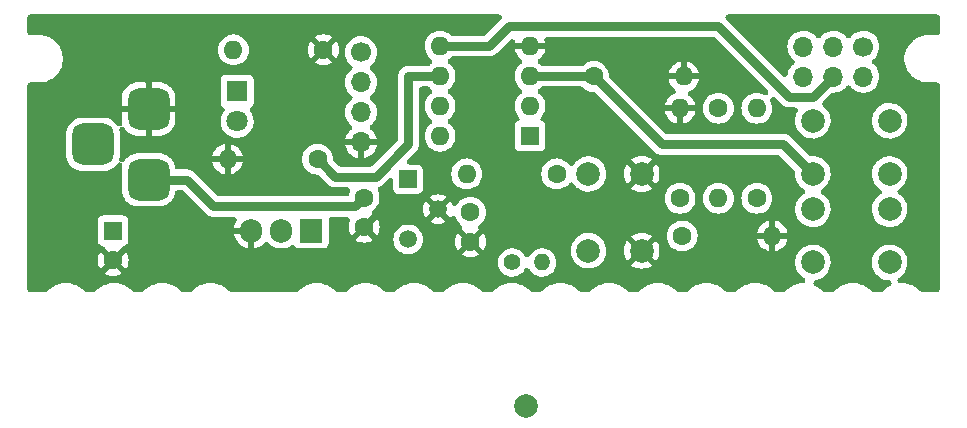
<source format=gbr>
%TF.GenerationSoftware,KiCad,Pcbnew,(6.0.8)*%
%TF.CreationDate,2022-11-08T21:21:09+01:00*%
%TF.ProjectId,50x70_tiny,35307837-305f-4746-996e-792e6b696361,rev?*%
%TF.SameCoordinates,Original*%
%TF.FileFunction,Copper,L2,Bot*%
%TF.FilePolarity,Positive*%
%FSLAX46Y46*%
G04 Gerber Fmt 4.6, Leading zero omitted, Abs format (unit mm)*
G04 Created by KiCad (PCBNEW (6.0.8)) date 2022-11-08 21:21:09*
%MOMM*%
%LPD*%
G01*
G04 APERTURE LIST*
G04 Aperture macros list*
%AMRoundRect*
0 Rectangle with rounded corners*
0 $1 Rounding radius*
0 $2 $3 $4 $5 $6 $7 $8 $9 X,Y pos of 4 corners*
0 Add a 4 corners polygon primitive as box body*
4,1,4,$2,$3,$4,$5,$6,$7,$8,$9,$2,$3,0*
0 Add four circle primitives for the rounded corners*
1,1,$1+$1,$2,$3*
1,1,$1+$1,$4,$5*
1,1,$1+$1,$6,$7*
1,1,$1+$1,$8,$9*
0 Add four rect primitives between the rounded corners*
20,1,$1+$1,$2,$3,$4,$5,0*
20,1,$1+$1,$4,$5,$6,$7,0*
20,1,$1+$1,$6,$7,$8,$9,0*
20,1,$1+$1,$8,$9,$2,$3,0*%
G04 Aperture macros list end*
%TA.AperFunction,ComponentPad*%
%ADD10C,1.600000*%
%TD*%
%TA.AperFunction,ComponentPad*%
%ADD11O,1.700000X1.700000*%
%TD*%
%TA.AperFunction,ComponentPad*%
%ADD12C,1.700000*%
%TD*%
%TA.AperFunction,ComponentPad*%
%ADD13O,1.600000X1.600000*%
%TD*%
%TA.AperFunction,ComponentPad*%
%ADD14R,1.500000X1.500000*%
%TD*%
%TA.AperFunction,ComponentPad*%
%ADD15C,1.500000*%
%TD*%
%TA.AperFunction,ComponentPad*%
%ADD16C,2.000000*%
%TD*%
%TA.AperFunction,ComponentPad*%
%ADD17C,1.400000*%
%TD*%
%TA.AperFunction,ComponentPad*%
%ADD18O,1.400000X1.400000*%
%TD*%
%TA.AperFunction,ComponentPad*%
%ADD19R,1.800000X1.800000*%
%TD*%
%TA.AperFunction,ComponentPad*%
%ADD20C,1.800000*%
%TD*%
%TA.AperFunction,ComponentPad*%
%ADD21R,1.600000X1.600000*%
%TD*%
%TA.AperFunction,ComponentPad*%
%ADD22R,1.905000X2.000000*%
%TD*%
%TA.AperFunction,ComponentPad*%
%ADD23O,1.905000X2.000000*%
%TD*%
%TA.AperFunction,ComponentPad*%
%ADD24RoundRect,0.875000X-0.875000X0.875000X-0.875000X-0.875000X0.875000X-0.875000X0.875000X0.875000X0*%
%TD*%
%TA.AperFunction,Conductor*%
%ADD25C,0.750000*%
%TD*%
G04 APERTURE END LIST*
D10*
%TO.P,C2,1*%
%TO.N,+5V*%
X144750000Y-87250000D03*
%TO.P,C2,2*%
%TO.N,GND*%
X144750000Y-89750000D03*
%TD*%
D11*
%TO.P,J3,1,Pin_1*%
%TO.N,+5V*%
X178025000Y-75765000D03*
D12*
%TO.P,J3,2,Pin_2*%
%TO.N,Net-(D1-Pad2)*%
X178025000Y-73225000D03*
D11*
%TO.P,J3,3,Pin_3*%
%TO.N,Net-(J2-Pad1)*%
X175485000Y-75765000D03*
%TO.P,J3,4,Pin_4*%
%TO.N,Net-(J2-Pad2)*%
X175485000Y-73225000D03*
%TO.P,J3,5,Pin_5*%
%TO.N,GND*%
X172945000Y-75765000D03*
%TO.P,J3,6,Pin_6*%
%TO.N,Net-(J3-Pad6)*%
X172945000Y-73225000D03*
%TD*%
D10*
%TO.P,R8,1*%
%TO.N,Net-(J3-Pad6)*%
X152060000Y-84000000D03*
D13*
%TO.P,R8,2*%
%TO.N,+5V*%
X144440000Y-84000000D03*
%TD*%
D14*
%TO.P,U2,1,VO*%
%TO.N,+5V*%
X139480000Y-84460000D03*
D15*
%TO.P,U2,2,GND*%
%TO.N,GND*%
X142020000Y-87000000D03*
%TO.P,U2,3,VI*%
%TO.N,VCC*%
X139480000Y-89540000D03*
%TD*%
D16*
%TO.P,SW3,1,1*%
%TO.N,Net-(J3-Pad6)*%
X154750000Y-84000000D03*
X154750000Y-90500000D03*
%TO.P,SW3,2,2*%
%TO.N,GND*%
X159250000Y-84000000D03*
X159250000Y-90500000D03*
%TD*%
D12*
%TO.P,J2,1,Pin_1*%
%TO.N,Net-(J2-Pad1)*%
X135500000Y-73700000D03*
D11*
%TO.P,J2,2,Pin_2*%
%TO.N,Net-(J2-Pad2)*%
X135500000Y-76240000D03*
%TO.P,J2,3,Pin_3*%
%TO.N,+5V*%
X135500000Y-78780000D03*
%TO.P,J2,4,Pin_4*%
%TO.N,GND*%
X135500000Y-81320000D03*
%TD*%
D17*
%TO.P,TH1,1*%
%TO.N,+5V*%
X148280000Y-91500000D03*
D18*
%TO.P,TH1,2*%
%TO.N,Net-(R2-Pad1)*%
X150820000Y-91500000D03*
%TD*%
D10*
%TO.P,R4,1*%
%TO.N,Net-(R3-Pad2)*%
X165750000Y-78440000D03*
D13*
%TO.P,R4,2*%
%TO.N,Net-(R4-Pad2)*%
X165750000Y-86060000D03*
%TD*%
D10*
%TO.P,R1,1*%
%TO.N,Net-(D1-Pad2)*%
X131810000Y-82750000D03*
D13*
%TO.P,R1,2*%
%TO.N,GND*%
X124190000Y-82750000D03*
%TD*%
D10*
%TO.P,R6,1*%
%TO.N,Net-(R4-Pad2)*%
X162500000Y-86060000D03*
D13*
%TO.P,R6,2*%
%TO.N,GND*%
X162500000Y-78440000D03*
%TD*%
D19*
%TO.P,D1,1,K*%
%TO.N,Net-(D1-Pad1)*%
X125000000Y-77000000D03*
D20*
%TO.P,D1,2,A*%
%TO.N,Net-(D1-Pad2)*%
X125000000Y-79540000D03*
%TD*%
D16*
%TO.P,,1,1*%
%TO.N,N/C*%
X149500000Y-103650000D03*
%TD*%
D21*
%TO.P,U1,1,~{RESET}/PB5*%
%TO.N,Net-(J3-Pad6)*%
X149800000Y-80800000D03*
D13*
%TO.P,U1,2,XTAL1/PB3*%
%TO.N,Net-(R2-Pad1)*%
X149800000Y-78260000D03*
%TO.P,U1,3,XTAL2/PB4*%
%TO.N,Net-(R7-Pad1)*%
X149800000Y-75720000D03*
%TO.P,U1,4,GND*%
%TO.N,GND*%
X149800000Y-73180000D03*
%TO.P,U1,5,AREF/PB0*%
%TO.N,Net-(J2-Pad1)*%
X142180000Y-73180000D03*
%TO.P,U1,6,PB1*%
%TO.N,Net-(D1-Pad2)*%
X142180000Y-75720000D03*
%TO.P,U1,7,PB2*%
%TO.N,Net-(J2-Pad2)*%
X142180000Y-78260000D03*
%TO.P,U1,8,VCC*%
%TO.N,+5V*%
X142180000Y-80800000D03*
%TD*%
D22*
%TO.P,Q1,1,G*%
%TO.N,Net-(D1-Pad2)*%
X131290000Y-88805000D03*
D23*
%TO.P,Q1,2,D*%
%TO.N,VCC*%
X128750000Y-88805000D03*
%TO.P,Q1,3,S*%
%TO.N,GND*%
X126210000Y-88805000D03*
%TD*%
D16*
%TO.P,SW1,1,1*%
%TO.N,Net-(R7-Pad1)*%
X173750000Y-84000000D03*
X180250000Y-84000000D03*
%TO.P,SW1,2,2*%
%TO.N,Net-(R3-Pad2)*%
X173750000Y-79500000D03*
X180250000Y-79500000D03*
%TD*%
D21*
%TO.P,C3,1*%
%TO.N,VCC*%
X114500000Y-88817621D03*
D10*
%TO.P,C3,2*%
%TO.N,GND*%
X114500000Y-91317621D03*
%TD*%
D24*
%TO.P,J1,1*%
%TO.N,VCC*%
X117500000Y-84500000D03*
%TO.P,J1,2*%
%TO.N,GND*%
X117500000Y-78500000D03*
%TO.P,J1,3*%
%TO.N,N/C*%
X112800000Y-81500000D03*
%TD*%
D10*
%TO.P,R3,1*%
%TO.N,+5V*%
X169000000Y-86060000D03*
D13*
%TO.P,R3,2*%
%TO.N,Net-(R3-Pad2)*%
X169000000Y-78440000D03*
%TD*%
D10*
%TO.P,R5,1*%
%TO.N,GND*%
X132310000Y-73500000D03*
D13*
%TO.P,R5,2*%
%TO.N,Net-(D1-Pad1)*%
X124690000Y-73500000D03*
%TD*%
D16*
%TO.P,SW2,1,1*%
%TO.N,Net-(R7-Pad1)*%
X173750000Y-91500000D03*
X180250000Y-91500000D03*
%TO.P,SW2,2,2*%
%TO.N,Net-(R4-Pad2)*%
X180250000Y-87000000D03*
X173750000Y-87000000D03*
%TD*%
D10*
%TO.P,R7,1*%
%TO.N,Net-(R7-Pad1)*%
X155190000Y-75750000D03*
D13*
%TO.P,R7,2*%
%TO.N,GND*%
X162810000Y-75750000D03*
%TD*%
D10*
%TO.P,C1,1*%
%TO.N,VCC*%
X135750000Y-86000000D03*
%TO.P,C1,2*%
%TO.N,GND*%
X135750000Y-88500000D03*
%TD*%
%TO.P,R2,1*%
%TO.N,Net-(R2-Pad1)*%
X162690000Y-89250000D03*
D13*
%TO.P,R2,2*%
%TO.N,GND*%
X170310000Y-89250000D03*
%TD*%
D25*
%TO.N,VCC*%
X135000000Y-86750000D02*
X135750000Y-86000000D01*
X120750000Y-84500000D02*
X123000000Y-86750000D01*
X117500000Y-84500000D02*
X120750000Y-84500000D01*
X123000000Y-86750000D02*
X135000000Y-86750000D01*
%TO.N,Net-(D1-Pad2)*%
X136750000Y-84250000D02*
X139500000Y-81500000D01*
X139530000Y-75720000D02*
X142180000Y-75720000D01*
X131810000Y-82750000D02*
X133310000Y-84250000D01*
X139500000Y-81500000D02*
X139500000Y-75750000D01*
X133310000Y-84250000D02*
X136750000Y-84250000D01*
X139500000Y-75750000D02*
X139530000Y-75720000D01*
%TO.N,Net-(J2-Pad1)*%
X171750000Y-77500000D02*
X173775000Y-77500000D01*
X142180000Y-73180000D02*
X146320000Y-73180000D01*
X148000000Y-71500000D02*
X165750000Y-71500000D01*
X173775000Y-77500000D02*
X175485000Y-75790000D01*
X165750000Y-71500000D02*
X171750000Y-77500000D01*
X146320000Y-73180000D02*
X148000000Y-71500000D01*
%TO.N,Net-(R7-Pad1)*%
X171250000Y-81500000D02*
X173750000Y-84000000D01*
X149800000Y-75720000D02*
X155160000Y-75720000D01*
X155160000Y-75720000D02*
X155190000Y-75750000D01*
X155190000Y-75750000D02*
X160940000Y-81500000D01*
X160940000Y-81500000D02*
X171250000Y-81500000D01*
%TD*%
%TA.AperFunction,Conductor*%
%TO.N,GND*%
G36*
X147252531Y-70519454D02*
G01*
X147333313Y-70573430D01*
X147387289Y-70654212D01*
X147406243Y-70749500D01*
X147387289Y-70844788D01*
X147346864Y-70910884D01*
X147339140Y-70919960D01*
X147329342Y-70929225D01*
X147323672Y-70937568D01*
X147316321Y-70945535D01*
X146030286Y-72231570D01*
X145949504Y-72285546D01*
X145854216Y-72304500D01*
X143246826Y-72304500D01*
X143151538Y-72285546D01*
X143070756Y-72231570D01*
X143019139Y-72179953D01*
X142832734Y-72049432D01*
X142626496Y-71953261D01*
X142406692Y-71894365D01*
X142395864Y-71893418D01*
X142395860Y-71893417D01*
X142190836Y-71875480D01*
X142180000Y-71874532D01*
X142169164Y-71875480D01*
X141964140Y-71893417D01*
X141964136Y-71893418D01*
X141953308Y-71894365D01*
X141733504Y-71953261D01*
X141527266Y-72049432D01*
X141340861Y-72179953D01*
X141179953Y-72340861D01*
X141049432Y-72527266D01*
X140953261Y-72733504D01*
X140950448Y-72744001D01*
X140950448Y-72744002D01*
X140926174Y-72834594D01*
X140894365Y-72953308D01*
X140893418Y-72964136D01*
X140893417Y-72964140D01*
X140878816Y-73131037D01*
X140874532Y-73180000D01*
X140875480Y-73190836D01*
X140887436Y-73327489D01*
X140894365Y-73406692D01*
X140953261Y-73626496D01*
X141049432Y-73832734D01*
X141055670Y-73841642D01*
X141055670Y-73841643D01*
X141058299Y-73845397D01*
X141179953Y-74019139D01*
X141340861Y-74180047D01*
X141435097Y-74246031D01*
X141502281Y-74316211D01*
X141537494Y-74406760D01*
X141535375Y-74503892D01*
X141496247Y-74592819D01*
X141435098Y-74653968D01*
X141340861Y-74719953D01*
X141289244Y-74771570D01*
X141208462Y-74825546D01*
X141113174Y-74844500D01*
X139577263Y-74844500D01*
X139556430Y-74843627D01*
X139546567Y-74842799D01*
X139521920Y-74840729D01*
X139521917Y-74840729D01*
X139508483Y-74839601D01*
X139478311Y-74843627D01*
X139427817Y-74850364D01*
X139421777Y-74851095D01*
X139354293Y-74858426D01*
X139354292Y-74858426D01*
X139340891Y-74859882D01*
X139330648Y-74863329D01*
X139319932Y-74864759D01*
X139307265Y-74869370D01*
X139307263Y-74869370D01*
X139275693Y-74880861D01*
X139251219Y-74889769D01*
X139243482Y-74892585D01*
X139237750Y-74894593D01*
X139160604Y-74920555D01*
X139151338Y-74926122D01*
X139141182Y-74929819D01*
X139072423Y-74973454D01*
X139067337Y-74976595D01*
X139052219Y-74985679D01*
X139009109Y-75011582D01*
X139009107Y-75011584D01*
X138997553Y-75018526D01*
X138990024Y-75025646D01*
X138989197Y-75026271D01*
X138980572Y-75031745D01*
X138976218Y-75035638D01*
X138922304Y-75089552D01*
X138917314Y-75094404D01*
X138905053Y-75105998D01*
X138894700Y-75115255D01*
X138862249Y-75142678D01*
X138812784Y-75207375D01*
X138809085Y-75212092D01*
X138766540Y-75265007D01*
X138766537Y-75265011D01*
X138758084Y-75275525D01*
X138753278Y-75285206D01*
X138746713Y-75293793D01*
X138741015Y-75306012D01*
X138741011Y-75306019D01*
X138712317Y-75367554D01*
X138709685Y-75373024D01*
X138673505Y-75445909D01*
X138670890Y-75456397D01*
X138666322Y-75466193D01*
X138650293Y-75537905D01*
X138648577Y-75545580D01*
X138647177Y-75551503D01*
X138632084Y-75612038D01*
X138627486Y-75630480D01*
X138627196Y-75640845D01*
X138627056Y-75641859D01*
X138624826Y-75651834D01*
X138624500Y-75657665D01*
X138624500Y-75733886D01*
X138624403Y-75740839D01*
X138622174Y-75820628D01*
X138624065Y-75830540D01*
X138624500Y-75841376D01*
X138624500Y-81034217D01*
X138605546Y-81129505D01*
X138551570Y-81210287D01*
X136460286Y-83301570D01*
X136379504Y-83355546D01*
X136284216Y-83374500D01*
X133775784Y-83374500D01*
X133680496Y-83355546D01*
X133599714Y-83301570D01*
X133186006Y-82887862D01*
X133132030Y-82807080D01*
X133114024Y-82733494D01*
X133096583Y-82534140D01*
X133096582Y-82534136D01*
X133095635Y-82523308D01*
X133054356Y-82369251D01*
X133039552Y-82314002D01*
X133039552Y-82314001D01*
X133036739Y-82303504D01*
X132940568Y-82097266D01*
X132932435Y-82085650D01*
X132887967Y-82022144D01*
X132810047Y-81910861D01*
X132649139Y-81749953D01*
X132490879Y-81639139D01*
X132471643Y-81625670D01*
X132471642Y-81625670D01*
X132462734Y-81619432D01*
X132388410Y-81584774D01*
X134167846Y-81584774D01*
X134168146Y-81587471D01*
X134197456Y-81717529D01*
X134203542Y-81736949D01*
X134279867Y-81924917D01*
X134289057Y-81943110D01*
X134395053Y-82116079D01*
X134407081Y-82132513D01*
X134539909Y-82285853D01*
X134554468Y-82300110D01*
X134710549Y-82429691D01*
X134727241Y-82441379D01*
X134902394Y-82543730D01*
X134920762Y-82552531D01*
X135110279Y-82624900D01*
X135129853Y-82630587D01*
X135221965Y-82649327D01*
X135242824Y-82649418D01*
X135245982Y-82641886D01*
X135246000Y-82641712D01*
X135246000Y-82632105D01*
X135754000Y-82632105D01*
X135758069Y-82652563D01*
X135768919Y-82654721D01*
X135773176Y-82654175D01*
X135793099Y-82649941D01*
X135987412Y-82591644D01*
X136006379Y-82584211D01*
X136188567Y-82494957D01*
X136206053Y-82484533D01*
X136371212Y-82366727D01*
X136386776Y-82353575D01*
X136530477Y-82210374D01*
X136543674Y-82194867D01*
X136662064Y-82030110D01*
X136672547Y-82012664D01*
X136762438Y-81830784D01*
X136769933Y-81811854D01*
X136828912Y-81617732D01*
X136833141Y-81598172D01*
X136831786Y-81577503D01*
X136821466Y-81574000D01*
X135778527Y-81574000D01*
X135758069Y-81578069D01*
X135754000Y-81598527D01*
X135754000Y-82632105D01*
X135246000Y-82632105D01*
X135246000Y-81598527D01*
X135241931Y-81578069D01*
X135221473Y-81574000D01*
X134189637Y-81574000D01*
X134169179Y-81578069D01*
X134167846Y-81584774D01*
X132388410Y-81584774D01*
X132256496Y-81523261D01*
X132203796Y-81509140D01*
X132058711Y-81470265D01*
X132036692Y-81464365D01*
X132025864Y-81463418D01*
X132025860Y-81463417D01*
X131820836Y-81445480D01*
X131810000Y-81444532D01*
X131799164Y-81445480D01*
X131594140Y-81463417D01*
X131594136Y-81463418D01*
X131583308Y-81464365D01*
X131561289Y-81470265D01*
X131416205Y-81509140D01*
X131363504Y-81523261D01*
X131157266Y-81619432D01*
X131148358Y-81625670D01*
X131148357Y-81625670D01*
X131129121Y-81639139D01*
X130970861Y-81749953D01*
X130809953Y-81910861D01*
X130732033Y-82022144D01*
X130687566Y-82085650D01*
X130679432Y-82097266D01*
X130583261Y-82303504D01*
X130580448Y-82314001D01*
X130580448Y-82314002D01*
X130565644Y-82369251D01*
X130524365Y-82523308D01*
X130523418Y-82534136D01*
X130523417Y-82534140D01*
X130507050Y-82721216D01*
X130504532Y-82750000D01*
X130505480Y-82760836D01*
X130507528Y-82784239D01*
X130524365Y-82976692D01*
X130527178Y-82987190D01*
X130576100Y-83169769D01*
X130583261Y-83196496D01*
X130679432Y-83402734D01*
X130809953Y-83589139D01*
X130970861Y-83750047D01*
X131060541Y-83812841D01*
X131131104Y-83862249D01*
X131157266Y-83880568D01*
X131363504Y-83976739D01*
X131374001Y-83979552D01*
X131374002Y-83979552D01*
X131450316Y-84000000D01*
X131583308Y-84035635D01*
X131594136Y-84036582D01*
X131594140Y-84036583D01*
X131793494Y-84054024D01*
X131886768Y-84081210D01*
X131947862Y-84126006D01*
X132657506Y-84835650D01*
X132671622Y-84851002D01*
X132693975Y-84877453D01*
X132693978Y-84877456D01*
X132702678Y-84887751D01*
X132765354Y-84935670D01*
X132767312Y-84937167D01*
X132772098Y-84940920D01*
X132825013Y-84983464D01*
X132825018Y-84983467D01*
X132835525Y-84991915D01*
X132845202Y-84996719D01*
X132853793Y-85003287D01*
X132927612Y-85037710D01*
X132933047Y-85040326D01*
X132993827Y-85070498D01*
X132993831Y-85070500D01*
X133005909Y-85076495D01*
X133016397Y-85079110D01*
X133026193Y-85083678D01*
X133039353Y-85086620D01*
X133039354Y-85086620D01*
X133059402Y-85091101D01*
X133105604Y-85101429D01*
X133111503Y-85102823D01*
X133177392Y-85119251D01*
X133177394Y-85119251D01*
X133190480Y-85122514D01*
X133200845Y-85122804D01*
X133201859Y-85122944D01*
X133211834Y-85125174D01*
X133217665Y-85125500D01*
X133293908Y-85125500D01*
X133300860Y-85125597D01*
X133380628Y-85127825D01*
X133390537Y-85125935D01*
X133401363Y-85125500D01*
X134331991Y-85125500D01*
X134427279Y-85144454D01*
X134508061Y-85198430D01*
X134562037Y-85279212D01*
X134580991Y-85374500D01*
X134562037Y-85469788D01*
X134557667Y-85479720D01*
X134523261Y-85553504D01*
X134520449Y-85563998D01*
X134520447Y-85564004D01*
X134486702Y-85689945D01*
X134443732Y-85777081D01*
X134370687Y-85841140D01*
X134278688Y-85872370D01*
X134246186Y-85874500D01*
X123465784Y-85874500D01*
X123370496Y-85855546D01*
X123289714Y-85801570D01*
X121402494Y-83914350D01*
X121388378Y-83898998D01*
X121366025Y-83872547D01*
X121366022Y-83872544D01*
X121357322Y-83862249D01*
X121292625Y-83812784D01*
X121287908Y-83809085D01*
X121234993Y-83766540D01*
X121234989Y-83766537D01*
X121224475Y-83758084D01*
X121214794Y-83753278D01*
X121206207Y-83746713D01*
X121193988Y-83741015D01*
X121193981Y-83741011D01*
X121132446Y-83712317D01*
X121126965Y-83709680D01*
X121112820Y-83702658D01*
X121054091Y-83673505D01*
X121043603Y-83670890D01*
X121033807Y-83666322D01*
X121020647Y-83663380D01*
X121020646Y-83663380D01*
X121000598Y-83658899D01*
X120954396Y-83648571D01*
X120948497Y-83647177D01*
X120882608Y-83630749D01*
X120882606Y-83630749D01*
X120869520Y-83627486D01*
X120859155Y-83627196D01*
X120858141Y-83627056D01*
X120848166Y-83624826D01*
X120842335Y-83624500D01*
X120766114Y-83624500D01*
X120759161Y-83624403D01*
X120758121Y-83624374D01*
X120679372Y-83622174D01*
X120669460Y-83624065D01*
X120658624Y-83624500D01*
X119981494Y-83624500D01*
X119886206Y-83605546D01*
X119805424Y-83551570D01*
X119751448Y-83470788D01*
X119737110Y-83423225D01*
X119735582Y-83415397D01*
X119702658Y-83246807D01*
X119698922Y-83236946D01*
X119623688Y-83038369D01*
X119623686Y-83038365D01*
X119619955Y-83028517D01*
X119610398Y-83012260D01*
X122907154Y-83012260D01*
X122908141Y-83019761D01*
X122953375Y-83188576D01*
X122960779Y-83208919D01*
X123048320Y-83396651D01*
X123059143Y-83415397D01*
X123177954Y-83585077D01*
X123191870Y-83601661D01*
X123338339Y-83748130D01*
X123354923Y-83762046D01*
X123524603Y-83880857D01*
X123543349Y-83891680D01*
X123731081Y-83979221D01*
X123751424Y-83986625D01*
X123912313Y-84029735D01*
X123933123Y-84031099D01*
X123935012Y-84027268D01*
X123936000Y-84019763D01*
X123936000Y-84011555D01*
X124444000Y-84011555D01*
X124448069Y-84032013D01*
X124452260Y-84032846D01*
X124459761Y-84031859D01*
X124628576Y-83986625D01*
X124648919Y-83979221D01*
X124836651Y-83891680D01*
X124855397Y-83880857D01*
X125025077Y-83762046D01*
X125041661Y-83748130D01*
X125188130Y-83601661D01*
X125202046Y-83585077D01*
X125320857Y-83415397D01*
X125331680Y-83396651D01*
X125419221Y-83208919D01*
X125426625Y-83188576D01*
X125469735Y-83027687D01*
X125471099Y-83006877D01*
X125467268Y-83004988D01*
X125459763Y-83004000D01*
X124468527Y-83004000D01*
X124448069Y-83008069D01*
X124444000Y-83028527D01*
X124444000Y-84011555D01*
X123936000Y-84011555D01*
X123936000Y-83028527D01*
X123931931Y-83008069D01*
X123911473Y-83004000D01*
X122928445Y-83004000D01*
X122907987Y-83008069D01*
X122907154Y-83012260D01*
X119610398Y-83012260D01*
X119506999Y-82836371D01*
X119506996Y-82836367D01*
X119501656Y-82827283D01*
X119375689Y-82677957D01*
X119357948Y-82656926D01*
X119351142Y-82648858D01*
X119172717Y-82498344D01*
X119163835Y-82493123D01*
X122908901Y-82493123D01*
X122912732Y-82495012D01*
X122920237Y-82496000D01*
X123911473Y-82496000D01*
X123931931Y-82491931D01*
X123936000Y-82471473D01*
X124444000Y-82471473D01*
X124448069Y-82491931D01*
X124468527Y-82496000D01*
X125451555Y-82496000D01*
X125472013Y-82491931D01*
X125472846Y-82487740D01*
X125471859Y-82480239D01*
X125426625Y-82311424D01*
X125419221Y-82291081D01*
X125331680Y-82103349D01*
X125320857Y-82084603D01*
X125202046Y-81914923D01*
X125188130Y-81898339D01*
X125041661Y-81751870D01*
X125025077Y-81737954D01*
X124855397Y-81619143D01*
X124836651Y-81608320D01*
X124648919Y-81520779D01*
X124628576Y-81513375D01*
X124467687Y-81470265D01*
X124446877Y-81468901D01*
X124444988Y-81472732D01*
X124444000Y-81480237D01*
X124444000Y-82471473D01*
X123936000Y-82471473D01*
X123936000Y-81488445D01*
X123931931Y-81467987D01*
X123927740Y-81467154D01*
X123920239Y-81468141D01*
X123751424Y-81513375D01*
X123731081Y-81520779D01*
X123543349Y-81608320D01*
X123524603Y-81619143D01*
X123354923Y-81737954D01*
X123338339Y-81751870D01*
X123191870Y-81898339D01*
X123177954Y-81914923D01*
X123059143Y-82084603D01*
X123048320Y-82103349D01*
X122960779Y-82291081D01*
X122953375Y-82311424D01*
X122910265Y-82472313D01*
X122908901Y-82493123D01*
X119163835Y-82493123D01*
X119163633Y-82493004D01*
X119163629Y-82493001D01*
X118980569Y-82385386D01*
X118980566Y-82385384D01*
X118971483Y-82380045D01*
X118961635Y-82376314D01*
X118961631Y-82376312D01*
X118763054Y-82301078D01*
X118753193Y-82297342D01*
X118524090Y-82252601D01*
X118515471Y-82252134D01*
X118515469Y-82252134D01*
X118505956Y-82251619D01*
X118466829Y-82249500D01*
X117500432Y-82249500D01*
X116533172Y-82249501D01*
X116475910Y-82252601D01*
X116467434Y-82254256D01*
X116467428Y-82254257D01*
X116329934Y-82281108D01*
X116246807Y-82297342D01*
X116236946Y-82301078D01*
X116038369Y-82376312D01*
X116038365Y-82376314D01*
X116028517Y-82380045D01*
X116019434Y-82385384D01*
X116019431Y-82385386D01*
X115836371Y-82493001D01*
X115836367Y-82493004D01*
X115827283Y-82498344D01*
X115648858Y-82648858D01*
X115642052Y-82656926D01*
X115624311Y-82677957D01*
X115498344Y-82827283D01*
X115476268Y-82864836D01*
X115472659Y-82870975D01*
X115408028Y-82943514D01*
X115320557Y-82985798D01*
X115223563Y-82991390D01*
X115131812Y-82959438D01*
X115059273Y-82894807D01*
X115016989Y-82807336D01*
X115011397Y-82710342D01*
X115013621Y-82697057D01*
X115045743Y-82532574D01*
X115045744Y-82532562D01*
X115047399Y-82524090D01*
X115047867Y-82515458D01*
X115048804Y-82498150D01*
X115050500Y-82466829D01*
X115050499Y-80533172D01*
X115047399Y-80475910D01*
X115045742Y-80467425D01*
X115045741Y-80467417D01*
X115017949Y-80325105D01*
X115018287Y-80227950D01*
X115055780Y-80138321D01*
X115124718Y-80069862D01*
X115214606Y-80032996D01*
X115311761Y-80033334D01*
X115401390Y-80070827D01*
X115469849Y-80139765D01*
X115476985Y-80151185D01*
X115486855Y-80167973D01*
X115498998Y-80185124D01*
X115636730Y-80348396D01*
X115651604Y-80363270D01*
X115814876Y-80501002D01*
X115832019Y-80513140D01*
X116016172Y-80621398D01*
X116035130Y-80630481D01*
X116234889Y-80706163D01*
X116255087Y-80711917D01*
X116466624Y-80753227D01*
X116483718Y-80755349D01*
X116529320Y-80757818D01*
X116536035Y-80758000D01*
X117221473Y-80758000D01*
X117241931Y-80753931D01*
X117246000Y-80733473D01*
X117754000Y-80733473D01*
X117758069Y-80753931D01*
X117778527Y-80758000D01*
X118463965Y-80758000D01*
X118470680Y-80757818D01*
X118516282Y-80755349D01*
X118533376Y-80753227D01*
X118744913Y-80711917D01*
X118765111Y-80706163D01*
X118964870Y-80630481D01*
X118983828Y-80621398D01*
X119167981Y-80513140D01*
X119185124Y-80501002D01*
X119348396Y-80363270D01*
X119363270Y-80348396D01*
X119501002Y-80185124D01*
X119513140Y-80167981D01*
X119621398Y-79983828D01*
X119630481Y-79964870D01*
X119706163Y-79765111D01*
X119711917Y-79744913D01*
X119753227Y-79533376D01*
X119755349Y-79516282D01*
X119755924Y-79505665D01*
X123595119Y-79505665D01*
X123608376Y-79735580D01*
X123610623Y-79745548D01*
X123610623Y-79745552D01*
X123656754Y-79950249D01*
X123659006Y-79960242D01*
X123662850Y-79969708D01*
X123662851Y-79969712D01*
X123690730Y-80038369D01*
X123745649Y-80173618D01*
X123750992Y-80182337D01*
X123813143Y-80283757D01*
X123865979Y-80369978D01*
X123872663Y-80377695D01*
X123872668Y-80377701D01*
X123950491Y-80467541D01*
X124016763Y-80544048D01*
X124193953Y-80691154D01*
X124392790Y-80807345D01*
X124607934Y-80889501D01*
X124833607Y-80935414D01*
X124944329Y-80939474D01*
X125053537Y-80943479D01*
X125053543Y-80943479D01*
X125063749Y-80943853D01*
X125073880Y-80942555D01*
X125073885Y-80942555D01*
X125196058Y-80926904D01*
X125292178Y-80914591D01*
X125301962Y-80911656D01*
X125301965Y-80911655D01*
X125502972Y-80851350D01*
X125502974Y-80851349D01*
X125512761Y-80848413D01*
X125521936Y-80843918D01*
X125521939Y-80843917D01*
X125633703Y-80789164D01*
X125719574Y-80747096D01*
X125907062Y-80613363D01*
X126037832Y-80483048D01*
X126062948Y-80458020D01*
X126062949Y-80458019D01*
X126070190Y-80450803D01*
X126128269Y-80369978D01*
X126172516Y-80308401D01*
X126204577Y-80263783D01*
X126306615Y-80057325D01*
X126344438Y-79932835D01*
X126370591Y-79846758D01*
X126370592Y-79846754D01*
X126373563Y-79836975D01*
X126395648Y-79669221D01*
X126402758Y-79615214D01*
X126402758Y-79615209D01*
X126403622Y-79608649D01*
X126404320Y-79580114D01*
X126405138Y-79546626D01*
X126405300Y-79540000D01*
X126404756Y-79533376D01*
X126387267Y-79320659D01*
X126386430Y-79310478D01*
X126383131Y-79297342D01*
X126332817Y-79097036D01*
X126332816Y-79097033D01*
X126330326Y-79087120D01*
X126288073Y-78989943D01*
X126242571Y-78885295D01*
X126242569Y-78885291D01*
X126238496Y-78875924D01*
X126213589Y-78837423D01*
X126176440Y-78780000D01*
X134144341Y-78780000D01*
X134164937Y-79015408D01*
X134226097Y-79243663D01*
X134230691Y-79253516D01*
X134230693Y-79253520D01*
X134266898Y-79331160D01*
X134325965Y-79457829D01*
X134332202Y-79466737D01*
X134332203Y-79466738D01*
X134338764Y-79476108D01*
X134461505Y-79651401D01*
X134628599Y-79818495D01*
X134637497Y-79824725D01*
X134637500Y-79824728D01*
X134662646Y-79842335D01*
X134729830Y-79912517D01*
X134765042Y-80003066D01*
X134762923Y-80100198D01*
X134723794Y-80189125D01*
X134669330Y-80245425D01*
X134603476Y-80294870D01*
X134588235Y-80308401D01*
X134448080Y-80455065D01*
X134435257Y-80470901D01*
X134320937Y-80638487D01*
X134310877Y-80656196D01*
X134225463Y-80840205D01*
X134218428Y-80859327D01*
X134164911Y-81052301D01*
X134165818Y-81062388D01*
X134177374Y-81066000D01*
X136811932Y-81066000D01*
X136832390Y-81061931D01*
X136833419Y-81056755D01*
X136832723Y-81051127D01*
X136792444Y-80890773D01*
X136785880Y-80871492D01*
X136704986Y-80685446D01*
X136695364Y-80667502D01*
X136585168Y-80497164D01*
X136572737Y-80481022D01*
X136436209Y-80330980D01*
X136421305Y-80317082D01*
X136325862Y-80241706D01*
X136262829Y-80167774D01*
X136232887Y-80075348D01*
X136240594Y-79978499D01*
X136284776Y-79891972D01*
X136337367Y-79842326D01*
X136362497Y-79824730D01*
X136362499Y-79824728D01*
X136371401Y-79818495D01*
X136538495Y-79651401D01*
X136661236Y-79476108D01*
X136667797Y-79466738D01*
X136667798Y-79466737D01*
X136674035Y-79457829D01*
X136733102Y-79331160D01*
X136769307Y-79253520D01*
X136769309Y-79253516D01*
X136773903Y-79243663D01*
X136835063Y-79015408D01*
X136855659Y-78780000D01*
X136835063Y-78544592D01*
X136773903Y-78316337D01*
X136760544Y-78287687D01*
X136678631Y-78112027D01*
X136674035Y-78102171D01*
X136667635Y-78093030D01*
X136629467Y-78038521D01*
X136538495Y-77908599D01*
X136371401Y-77741505D01*
X136362497Y-77735270D01*
X136332075Y-77713968D01*
X136264892Y-77643786D01*
X136229680Y-77553237D01*
X136231800Y-77456105D01*
X136270929Y-77367178D01*
X136332075Y-77306032D01*
X136362497Y-77284730D01*
X136362499Y-77284728D01*
X136371401Y-77278495D01*
X136538495Y-77111401D01*
X136655971Y-76943627D01*
X136667797Y-76926738D01*
X136667798Y-76926737D01*
X136674035Y-76917829D01*
X136678631Y-76907973D01*
X136769307Y-76713520D01*
X136769309Y-76713516D01*
X136773903Y-76703663D01*
X136835063Y-76475408D01*
X136855659Y-76240000D01*
X136835063Y-76004592D01*
X136773903Y-75776337D01*
X136768617Y-75765000D01*
X136678631Y-75572027D01*
X136674035Y-75562171D01*
X136538495Y-75368599D01*
X136371401Y-75201505D01*
X136362497Y-75195270D01*
X136332075Y-75173968D01*
X136264892Y-75103786D01*
X136229680Y-75013237D01*
X136231800Y-74916105D01*
X136270929Y-74827178D01*
X136332075Y-74766032D01*
X136362497Y-74744730D01*
X136362499Y-74744728D01*
X136371401Y-74738495D01*
X136538495Y-74571401D01*
X136653792Y-74406739D01*
X136667797Y-74386738D01*
X136667798Y-74386737D01*
X136674035Y-74377829D01*
X136693087Y-74336972D01*
X136769307Y-74173520D01*
X136769309Y-74173516D01*
X136773903Y-74163663D01*
X136835063Y-73935408D01*
X136840213Y-73876551D01*
X136854711Y-73710835D01*
X136855659Y-73700000D01*
X136835063Y-73464592D01*
X136773903Y-73236337D01*
X136768617Y-73225000D01*
X136678631Y-73032027D01*
X136674035Y-73022171D01*
X136538495Y-72828599D01*
X136371401Y-72661505D01*
X136362503Y-72655275D01*
X136362500Y-72655272D01*
X136186729Y-72532196D01*
X136186728Y-72532195D01*
X136177830Y-72525965D01*
X136167985Y-72521374D01*
X136167983Y-72521373D01*
X136091055Y-72485501D01*
X135963663Y-72426097D01*
X135953165Y-72423284D01*
X135953162Y-72423283D01*
X135839858Y-72392924D01*
X135735408Y-72364937D01*
X135724575Y-72363989D01*
X135724574Y-72363989D01*
X135561040Y-72349681D01*
X135500000Y-72344341D01*
X135438960Y-72349681D01*
X135275426Y-72363989D01*
X135275425Y-72363989D01*
X135264592Y-72364937D01*
X135036337Y-72426097D01*
X135026484Y-72430691D01*
X135026480Y-72430693D01*
X134877953Y-72499953D01*
X134822171Y-72525965D01*
X134813263Y-72532202D01*
X134813262Y-72532203D01*
X134785659Y-72551531D01*
X134628599Y-72661505D01*
X134461505Y-72828599D01*
X134325965Y-73022171D01*
X134321369Y-73032027D01*
X134231384Y-73225000D01*
X134226097Y-73236337D01*
X134164937Y-73464592D01*
X134144341Y-73700000D01*
X134145289Y-73710835D01*
X134159788Y-73876551D01*
X134164937Y-73935408D01*
X134226097Y-74163663D01*
X134230691Y-74173516D01*
X134230693Y-74173520D01*
X134306913Y-74336972D01*
X134325965Y-74377829D01*
X134332202Y-74386737D01*
X134332203Y-74386738D01*
X134346208Y-74406739D01*
X134461505Y-74571401D01*
X134628599Y-74738495D01*
X134637501Y-74744728D01*
X134637503Y-74744730D01*
X134667923Y-74766030D01*
X134735108Y-74836211D01*
X134770321Y-74926760D01*
X134768202Y-75023892D01*
X134729074Y-75112819D01*
X134667926Y-75173968D01*
X134628599Y-75201505D01*
X134461505Y-75368599D01*
X134325965Y-75562171D01*
X134321369Y-75572027D01*
X134231384Y-75765000D01*
X134226097Y-75776337D01*
X134164937Y-76004592D01*
X134144341Y-76240000D01*
X134164937Y-76475408D01*
X134226097Y-76703663D01*
X134230691Y-76713516D01*
X134230693Y-76713520D01*
X134321369Y-76907973D01*
X134325965Y-76917829D01*
X134332202Y-76926737D01*
X134332203Y-76926738D01*
X134344029Y-76943627D01*
X134461505Y-77111401D01*
X134628599Y-77278495D01*
X134637501Y-77284728D01*
X134637503Y-77284730D01*
X134667923Y-77306030D01*
X134735108Y-77376211D01*
X134770321Y-77466760D01*
X134768202Y-77563892D01*
X134729074Y-77652819D01*
X134667926Y-77713968D01*
X134628599Y-77741505D01*
X134461505Y-77908599D01*
X134370533Y-78038521D01*
X134332366Y-78093030D01*
X134325965Y-78102171D01*
X134321369Y-78112027D01*
X134239457Y-78287687D01*
X134226097Y-78316337D01*
X134164937Y-78544592D01*
X134144341Y-78780000D01*
X126176440Y-78780000D01*
X126118955Y-78691141D01*
X126118951Y-78691136D01*
X126113405Y-78682563D01*
X126110720Y-78679613D01*
X126068759Y-78594895D01*
X126062236Y-78497959D01*
X126093305Y-78405906D01*
X126159829Y-78330782D01*
X126257546Y-78257546D01*
X126343526Y-78142824D01*
X126380457Y-78044309D01*
X126388372Y-78023196D01*
X126388372Y-78023195D01*
X126393851Y-78008580D01*
X126400500Y-77947377D01*
X126400499Y-76052624D01*
X126393851Y-75991420D01*
X126343526Y-75857176D01*
X126257546Y-75742454D01*
X126142824Y-75656474D01*
X126065764Y-75627586D01*
X126023196Y-75611628D01*
X126023195Y-75611628D01*
X126008580Y-75606149D01*
X125947377Y-75599500D01*
X125000633Y-75599500D01*
X124052624Y-75599501D01*
X123991420Y-75606149D01*
X123857176Y-75656474D01*
X123742454Y-75742454D01*
X123656474Y-75857176D01*
X123650247Y-75873787D01*
X123616706Y-75963260D01*
X123606149Y-75991420D01*
X123599500Y-76052623D01*
X123599501Y-77947376D01*
X123606149Y-78008580D01*
X123656474Y-78142824D01*
X123742454Y-78257546D01*
X123756652Y-78268187D01*
X123841024Y-78331421D01*
X123905907Y-78403735D01*
X123938177Y-78495374D01*
X123932923Y-78592387D01*
X123897392Y-78670986D01*
X123778099Y-78845863D01*
X123681136Y-79054752D01*
X123619592Y-79276673D01*
X123614891Y-79320659D01*
X123597142Y-79486739D01*
X123595119Y-79505665D01*
X119755924Y-79505665D01*
X119757818Y-79470680D01*
X119758000Y-79463965D01*
X119758000Y-78778527D01*
X119753931Y-78758069D01*
X119733473Y-78754000D01*
X117778527Y-78754000D01*
X117758069Y-78758069D01*
X117754000Y-78778527D01*
X117754000Y-80733473D01*
X117246000Y-80733473D01*
X117246000Y-78778527D01*
X117241931Y-78758069D01*
X117221473Y-78754000D01*
X115266527Y-78754000D01*
X115246069Y-78758069D01*
X115242000Y-78778527D01*
X115242000Y-79463965D01*
X115242182Y-79470680D01*
X115244651Y-79516282D01*
X115246774Y-79533386D01*
X115274936Y-79677592D01*
X115274598Y-79774746D01*
X115237105Y-79864376D01*
X115168167Y-79932835D01*
X115078279Y-79969701D01*
X114981125Y-79969363D01*
X114891495Y-79931870D01*
X114823036Y-79862932D01*
X114815899Y-79851511D01*
X114806998Y-79836370D01*
X114801656Y-79827283D01*
X114651142Y-79648858D01*
X114472717Y-79498344D01*
X114463633Y-79493004D01*
X114463629Y-79493001D01*
X114280569Y-79385386D01*
X114280566Y-79385384D01*
X114271483Y-79380045D01*
X114261635Y-79376314D01*
X114261631Y-79376312D01*
X114063054Y-79301078D01*
X114053193Y-79297342D01*
X113824090Y-79252601D01*
X113815471Y-79252134D01*
X113815469Y-79252134D01*
X113805956Y-79251619D01*
X113766829Y-79249500D01*
X112800432Y-79249500D01*
X111833172Y-79249501D01*
X111775910Y-79252601D01*
X111767434Y-79254256D01*
X111767428Y-79254257D01*
X111640018Y-79279139D01*
X111546807Y-79297342D01*
X111536946Y-79301078D01*
X111338369Y-79376312D01*
X111338365Y-79376314D01*
X111328517Y-79380045D01*
X111319434Y-79385384D01*
X111319431Y-79385386D01*
X111136371Y-79493001D01*
X111136367Y-79493004D01*
X111127283Y-79498344D01*
X110948858Y-79648858D01*
X110798344Y-79827283D01*
X110793004Y-79836367D01*
X110793001Y-79836371D01*
X110685386Y-80019431D01*
X110680045Y-80028517D01*
X110676314Y-80038365D01*
X110676312Y-80038369D01*
X110620712Y-80185124D01*
X110597342Y-80246807D01*
X110552601Y-80475910D01*
X110552134Y-80484529D01*
X110552134Y-80484531D01*
X110551619Y-80494044D01*
X110549500Y-80533171D01*
X110549501Y-82466828D01*
X110552601Y-82524090D01*
X110554256Y-82532566D01*
X110554257Y-82532572D01*
X110576967Y-82648858D01*
X110597342Y-82753193D01*
X110601078Y-82763054D01*
X110675482Y-82959438D01*
X110680045Y-82971483D01*
X110685384Y-82980566D01*
X110685386Y-82980569D01*
X110786856Y-83153175D01*
X110798344Y-83172717D01*
X110948858Y-83351142D01*
X111127283Y-83501656D01*
X111136367Y-83506996D01*
X111136371Y-83506999D01*
X111319431Y-83614614D01*
X111319434Y-83614616D01*
X111328517Y-83619955D01*
X111338365Y-83623686D01*
X111338369Y-83623688D01*
X111485685Y-83679501D01*
X111546807Y-83702658D01*
X111775910Y-83747399D01*
X111784529Y-83747866D01*
X111784531Y-83747866D01*
X111794044Y-83748381D01*
X111833171Y-83750500D01*
X112799568Y-83750500D01*
X113766828Y-83750499D01*
X113824090Y-83747399D01*
X113832566Y-83745744D01*
X113832572Y-83745743D01*
X113970066Y-83718892D01*
X114053193Y-83702658D01*
X114114315Y-83679501D01*
X114261631Y-83623688D01*
X114261635Y-83623686D01*
X114271483Y-83619955D01*
X114280566Y-83614616D01*
X114280569Y-83614614D01*
X114463629Y-83506999D01*
X114463633Y-83506996D01*
X114472717Y-83501656D01*
X114651142Y-83351142D01*
X114801656Y-83172717D01*
X114827341Y-83129025D01*
X114891972Y-83056486D01*
X114979443Y-83014202D01*
X115076437Y-83008610D01*
X115168188Y-83040562D01*
X115240727Y-83105193D01*
X115283011Y-83192664D01*
X115288603Y-83289658D01*
X115286379Y-83302943D01*
X115254257Y-83467426D01*
X115254256Y-83467438D01*
X115252601Y-83475910D01*
X115249500Y-83533171D01*
X115249501Y-85466828D01*
X115252601Y-85524090D01*
X115254256Y-85532566D01*
X115254257Y-85532572D01*
X115272634Y-85626673D01*
X115297342Y-85753193D01*
X115301078Y-85763054D01*
X115371452Y-85948801D01*
X115380045Y-85971483D01*
X115385384Y-85980566D01*
X115385386Y-85980569D01*
X115470687Y-86125670D01*
X115498344Y-86172717D01*
X115648858Y-86351142D01*
X115827283Y-86501656D01*
X115836367Y-86506996D01*
X115836371Y-86506999D01*
X116019431Y-86614614D01*
X116019434Y-86614616D01*
X116028517Y-86619955D01*
X116038365Y-86623686D01*
X116038369Y-86623688D01*
X116115035Y-86652734D01*
X116246807Y-86702658D01*
X116475910Y-86747399D01*
X116484529Y-86747866D01*
X116484531Y-86747866D01*
X116494044Y-86748381D01*
X116533171Y-86750500D01*
X117499568Y-86750500D01*
X118466828Y-86750499D01*
X118524090Y-86747399D01*
X118532566Y-86745744D01*
X118532572Y-86745743D01*
X118670066Y-86718892D01*
X118753193Y-86702658D01*
X118884965Y-86652734D01*
X118961631Y-86623688D01*
X118961635Y-86623686D01*
X118971483Y-86619955D01*
X118980566Y-86614616D01*
X118980569Y-86614614D01*
X119163629Y-86506999D01*
X119163633Y-86506996D01*
X119172717Y-86501656D01*
X119351142Y-86351142D01*
X119501656Y-86172717D01*
X119529314Y-86125670D01*
X119614614Y-85980569D01*
X119614616Y-85980566D01*
X119619955Y-85971483D01*
X119628549Y-85948801D01*
X119698922Y-85763054D01*
X119702658Y-85753193D01*
X119737111Y-85576774D01*
X119773976Y-85486887D01*
X119842435Y-85417948D01*
X119932064Y-85380456D01*
X119981494Y-85375500D01*
X120284216Y-85375500D01*
X120379504Y-85394454D01*
X120460286Y-85448430D01*
X122347506Y-87335650D01*
X122361622Y-87351002D01*
X122383975Y-87377453D01*
X122383978Y-87377456D01*
X122392678Y-87387751D01*
X122457375Y-87437216D01*
X122462092Y-87440915D01*
X122515007Y-87483460D01*
X122515011Y-87483463D01*
X122525525Y-87491916D01*
X122535206Y-87496722D01*
X122543793Y-87503287D01*
X122617527Y-87537670D01*
X122623005Y-87540307D01*
X122683829Y-87570500D01*
X122683836Y-87570503D01*
X122695910Y-87576496D01*
X122706400Y-87579111D01*
X122716193Y-87583678D01*
X122729353Y-87586620D01*
X122729354Y-87586620D01*
X122795579Y-87601423D01*
X122801497Y-87602822D01*
X122867390Y-87619251D01*
X122867396Y-87619252D01*
X122880480Y-87622514D01*
X122890844Y-87622804D01*
X122891860Y-87622945D01*
X122901834Y-87625174D01*
X122907665Y-87625500D01*
X122983886Y-87625500D01*
X122990839Y-87625597D01*
X123070628Y-87627826D01*
X123080540Y-87625935D01*
X123091376Y-87625500D01*
X124742883Y-87625500D01*
X124838171Y-87644454D01*
X124918953Y-87698430D01*
X124972929Y-87779212D01*
X124991883Y-87874500D01*
X124972929Y-87969788D01*
X124948581Y-88014818D01*
X124941512Y-88025180D01*
X124931448Y-88042897D01*
X124838933Y-88242202D01*
X124831905Y-88261303D01*
X124773185Y-88473041D01*
X124769367Y-88493058D01*
X124765780Y-88526615D01*
X124767652Y-88547386D01*
X124779218Y-88551000D01*
X126215000Y-88551000D01*
X126310288Y-88569954D01*
X126391070Y-88623930D01*
X126445046Y-88704712D01*
X126464000Y-88800000D01*
X126464000Y-90266684D01*
X126468069Y-90287142D01*
X126477863Y-90289090D01*
X126539524Y-90279654D01*
X126559346Y-90274932D01*
X126768186Y-90206672D01*
X126786973Y-90198775D01*
X126981868Y-90097319D01*
X126999108Y-90086462D01*
X127174818Y-89954536D01*
X127190040Y-89941021D01*
X127305655Y-89820036D01*
X127385191Y-89764241D01*
X127480025Y-89743130D01*
X127575718Y-89759917D01*
X127657704Y-89812047D01*
X127669843Y-89824487D01*
X127748783Y-89911242D01*
X127748788Y-89911246D01*
X127755660Y-89918799D01*
X127943166Y-90066883D01*
X127983483Y-90089139D01*
X128143394Y-90177415D01*
X128143398Y-90177417D01*
X128152340Y-90182353D01*
X128161966Y-90185762D01*
X128161971Y-90185764D01*
X128367935Y-90258699D01*
X128377565Y-90262109D01*
X128612792Y-90304009D01*
X128623013Y-90304134D01*
X128623014Y-90304134D01*
X128763903Y-90305855D01*
X128851704Y-90306928D01*
X129045440Y-90277283D01*
X129077781Y-90272334D01*
X129077782Y-90272334D01*
X129087884Y-90270788D01*
X129206332Y-90232073D01*
X129305271Y-90199735D01*
X129305275Y-90199734D01*
X129314990Y-90196558D01*
X129526923Y-90086233D01*
X129580929Y-90045684D01*
X129668510Y-90003628D01*
X129765518Y-89998289D01*
X129857185Y-90030480D01*
X129929685Y-90095473D01*
X129939695Y-90108829D01*
X129979954Y-90162546D01*
X129994152Y-90173187D01*
X130006382Y-90182353D01*
X130094676Y-90248526D01*
X130111287Y-90254753D01*
X130214304Y-90293372D01*
X130214305Y-90293372D01*
X130228920Y-90298851D01*
X130290123Y-90305500D01*
X131289332Y-90305500D01*
X132289876Y-90305499D01*
X132351080Y-90298851D01*
X132485324Y-90248526D01*
X132573618Y-90182353D01*
X132585848Y-90173187D01*
X132600046Y-90162546D01*
X132686026Y-90047824D01*
X132711756Y-89979188D01*
X132730872Y-89928196D01*
X132730872Y-89928195D01*
X132736351Y-89913580D01*
X132743000Y-89852377D01*
X132743000Y-89587099D01*
X135027865Y-89587099D01*
X135032925Y-89594671D01*
X135084594Y-89630851D01*
X135103354Y-89641682D01*
X135291081Y-89729221D01*
X135311424Y-89736625D01*
X135511507Y-89790237D01*
X135532824Y-89793996D01*
X135739176Y-89812049D01*
X135760824Y-89812049D01*
X135967176Y-89793996D01*
X135988493Y-89790237D01*
X136188576Y-89736625D01*
X136208919Y-89729221D01*
X136396646Y-89641682D01*
X136415406Y-89630851D01*
X136457800Y-89601166D01*
X136472222Y-89586100D01*
X136468554Y-89577764D01*
X136430790Y-89540000D01*
X138224723Y-89540000D01*
X138225670Y-89550825D01*
X138229090Y-89589917D01*
X138243793Y-89757977D01*
X138300425Y-89969330D01*
X138317253Y-90005418D01*
X138385560Y-90151901D01*
X138392898Y-90167638D01*
X138518402Y-90346877D01*
X138673123Y-90501598D01*
X138682021Y-90507828D01*
X138682024Y-90507831D01*
X138827681Y-90609821D01*
X138852361Y-90627102D01*
X139050670Y-90719575D01*
X139061173Y-90722389D01*
X139061175Y-90722390D01*
X139141024Y-90743785D01*
X139262023Y-90776207D01*
X139480000Y-90795277D01*
X139697977Y-90776207D01*
X139818976Y-90743785D01*
X139898825Y-90722390D01*
X139898827Y-90722389D01*
X139909330Y-90719575D01*
X140107639Y-90627102D01*
X140132319Y-90609821D01*
X140277976Y-90507831D01*
X140277979Y-90507828D01*
X140286877Y-90501598D01*
X140441598Y-90346877D01*
X140567102Y-90167638D01*
X140574441Y-90151901D01*
X140642747Y-90005418D01*
X140659575Y-89969330D01*
X140715444Y-89760824D01*
X143437951Y-89760824D01*
X143456004Y-89967176D01*
X143459763Y-89988493D01*
X143513375Y-90188576D01*
X143520779Y-90208919D01*
X143608318Y-90396646D01*
X143619149Y-90415406D01*
X143648834Y-90457800D01*
X143663900Y-90472222D01*
X143672236Y-90468554D01*
X144373449Y-89767341D01*
X144385036Y-89750000D01*
X145114964Y-89750000D01*
X145126551Y-89767341D01*
X145819758Y-90460548D01*
X145837099Y-90472135D01*
X145844671Y-90467075D01*
X145880851Y-90415406D01*
X145891682Y-90396646D01*
X145979221Y-90208919D01*
X145986625Y-90188576D01*
X146040237Y-89988493D01*
X146043996Y-89967176D01*
X146062049Y-89760824D01*
X146062049Y-89739176D01*
X146043996Y-89532824D01*
X146040237Y-89511507D01*
X145986625Y-89311424D01*
X145979221Y-89291081D01*
X145891682Y-89103354D01*
X145880851Y-89084594D01*
X145851166Y-89042200D01*
X145836100Y-89027778D01*
X145827764Y-89031446D01*
X145126551Y-89732659D01*
X145114964Y-89750000D01*
X144385036Y-89750000D01*
X144373449Y-89732659D01*
X143680242Y-89039452D01*
X143662901Y-89027865D01*
X143655329Y-89032925D01*
X143619149Y-89084594D01*
X143608318Y-89103354D01*
X143520779Y-89291081D01*
X143513375Y-89311424D01*
X143459763Y-89511507D01*
X143456004Y-89532824D01*
X143437951Y-89739176D01*
X143437951Y-89760824D01*
X140715444Y-89760824D01*
X140716207Y-89757977D01*
X140730910Y-89589917D01*
X140734330Y-89550825D01*
X140735277Y-89540000D01*
X140732484Y-89508069D01*
X140717154Y-89332848D01*
X140716207Y-89322023D01*
X140659575Y-89110670D01*
X140567102Y-88912362D01*
X140441598Y-88733123D01*
X140286877Y-88578402D01*
X140277979Y-88572172D01*
X140277976Y-88572169D01*
X140116538Y-88459129D01*
X140116537Y-88459128D01*
X140107639Y-88452898D01*
X139909330Y-88360425D01*
X139898827Y-88357611D01*
X139898825Y-88357610D01*
X139818976Y-88336215D01*
X139697977Y-88303793D01*
X139480000Y-88284723D01*
X139262023Y-88303793D01*
X139050670Y-88360425D01*
X139040811Y-88365022D01*
X139040812Y-88365022D01*
X138862215Y-88448303D01*
X138862211Y-88448305D01*
X138852362Y-88452898D01*
X138673123Y-88578402D01*
X138518402Y-88733123D01*
X138392898Y-88912362D01*
X138300425Y-89110670D01*
X138243793Y-89322023D01*
X138242846Y-89332848D01*
X138227517Y-89508069D01*
X138224723Y-89540000D01*
X136430790Y-89540000D01*
X135767341Y-88876551D01*
X135750000Y-88864964D01*
X135732659Y-88876551D01*
X135039452Y-89569758D01*
X135027865Y-89587099D01*
X132743000Y-89587099D01*
X132742999Y-87874500D01*
X132761953Y-87779212D01*
X132815929Y-87698431D01*
X132896711Y-87644454D01*
X132991999Y-87625500D01*
X134323716Y-87625500D01*
X134419004Y-87644454D01*
X134499786Y-87698430D01*
X134553762Y-87779212D01*
X134572716Y-87874500D01*
X134553762Y-87969788D01*
X134549386Y-87979733D01*
X134520781Y-88041076D01*
X134513375Y-88061424D01*
X134459763Y-88261507D01*
X134456004Y-88282824D01*
X134437951Y-88489176D01*
X134437951Y-88510824D01*
X134456004Y-88717176D01*
X134459763Y-88738493D01*
X134513375Y-88938576D01*
X134520779Y-88958919D01*
X134608318Y-89146646D01*
X134619149Y-89165406D01*
X134648834Y-89207800D01*
X134663900Y-89222222D01*
X134672236Y-89218554D01*
X135390790Y-88500000D01*
X136114964Y-88500000D01*
X136126551Y-88517341D01*
X136819758Y-89210548D01*
X136837099Y-89222135D01*
X136844671Y-89217075D01*
X136880851Y-89165406D01*
X136891682Y-89146646D01*
X136979221Y-88958919D01*
X136986625Y-88938576D01*
X137040237Y-88738493D01*
X137043996Y-88717176D01*
X137062049Y-88510824D01*
X137062049Y-88489176D01*
X137043996Y-88282824D01*
X137040237Y-88261507D01*
X136986625Y-88061424D01*
X136982904Y-88051199D01*
X141333766Y-88051199D01*
X141338826Y-88058771D01*
X141379693Y-88087386D01*
X141398450Y-88098216D01*
X141578238Y-88182053D01*
X141598596Y-88189463D01*
X141790215Y-88240806D01*
X141811550Y-88244568D01*
X142009164Y-88261857D01*
X142030836Y-88261857D01*
X142228450Y-88244568D01*
X142249785Y-88240806D01*
X142441404Y-88189463D01*
X142461762Y-88182053D01*
X142641550Y-88098216D01*
X142660307Y-88087386D01*
X142691899Y-88065265D01*
X142706322Y-88050200D01*
X142702655Y-88041866D01*
X142037342Y-87376552D01*
X142020000Y-87364965D01*
X142002658Y-87376552D01*
X141345354Y-88033857D01*
X141333766Y-88051199D01*
X136982904Y-88051199D01*
X136979221Y-88041081D01*
X136891682Y-87853354D01*
X136880851Y-87834594D01*
X136851166Y-87792200D01*
X136836100Y-87777778D01*
X136827764Y-87781446D01*
X136126551Y-88482659D01*
X136114964Y-88500000D01*
X135390790Y-88500000D01*
X136460548Y-87430242D01*
X136472135Y-87412900D01*
X136456846Y-87390018D01*
X136419667Y-87300258D01*
X136419668Y-87203103D01*
X136456849Y-87113344D01*
X136521063Y-87047714D01*
X136540449Y-87034140D01*
X136573731Y-87010836D01*
X140758143Y-87010836D01*
X140775432Y-87208450D01*
X140779194Y-87229785D01*
X140830537Y-87421402D01*
X140837947Y-87441762D01*
X140921784Y-87621548D01*
X140932615Y-87640308D01*
X140954735Y-87671900D01*
X140969800Y-87686321D01*
X140978136Y-87682653D01*
X141643448Y-87017342D01*
X141655035Y-87000000D01*
X142384965Y-87000000D01*
X142396552Y-87017342D01*
X143053857Y-87674646D01*
X143071199Y-87686234D01*
X143078772Y-87681173D01*
X143093916Y-87659545D01*
X143164096Y-87592360D01*
X143254645Y-87557146D01*
X143351777Y-87559265D01*
X143440704Y-87598393D01*
X143507889Y-87668573D01*
X143523556Y-87697130D01*
X143606266Y-87874500D01*
X143619432Y-87902734D01*
X143749953Y-88089139D01*
X143910861Y-88250047D01*
X143964140Y-88287353D01*
X143980284Y-88298657D01*
X144047468Y-88368839D01*
X144082680Y-88459388D01*
X144080561Y-88556520D01*
X144041432Y-88645447D01*
X144027368Y-88662583D01*
X144027289Y-88662788D01*
X144031446Y-88672236D01*
X144732659Y-89373449D01*
X144750000Y-89385036D01*
X144767341Y-89373449D01*
X145460548Y-88680242D01*
X145472135Y-88662900D01*
X145456846Y-88640018D01*
X145419667Y-88550258D01*
X145419668Y-88453103D01*
X145456849Y-88363344D01*
X145521063Y-88297714D01*
X145572772Y-88261507D01*
X145589139Y-88250047D01*
X145750047Y-88089139D01*
X145880568Y-87902734D01*
X145976739Y-87696496D01*
X145983330Y-87671900D01*
X146017633Y-87543878D01*
X146035635Y-87476692D01*
X146037842Y-87451474D01*
X146054520Y-87260836D01*
X146055468Y-87250000D01*
X146051036Y-87199340D01*
X146036583Y-87034140D01*
X146036582Y-87034136D01*
X146035635Y-87023308D01*
X145986287Y-86839139D01*
X145979552Y-86814002D01*
X145979552Y-86814001D01*
X145976739Y-86803504D01*
X145880568Y-86597266D01*
X145750047Y-86410861D01*
X145589139Y-86249953D01*
X145402734Y-86119432D01*
X145275283Y-86060000D01*
X161194532Y-86060000D01*
X161195480Y-86070836D01*
X161211151Y-86249953D01*
X161214365Y-86286692D01*
X161273261Y-86506496D01*
X161369432Y-86712734D01*
X161499953Y-86899139D01*
X161660861Y-87060047D01*
X161847266Y-87190568D01*
X162053504Y-87286739D01*
X162273308Y-87345635D01*
X162284136Y-87346582D01*
X162284140Y-87346583D01*
X162489164Y-87364520D01*
X162500000Y-87365468D01*
X162510836Y-87364520D01*
X162715860Y-87346583D01*
X162715864Y-87346582D01*
X162726692Y-87345635D01*
X162946496Y-87286739D01*
X163152734Y-87190568D01*
X163339139Y-87060047D01*
X163500047Y-86899139D01*
X163630568Y-86712734D01*
X163726739Y-86506496D01*
X163785635Y-86286692D01*
X163788850Y-86249953D01*
X163804520Y-86070836D01*
X163805468Y-86060000D01*
X164444532Y-86060000D01*
X164445480Y-86070836D01*
X164461151Y-86249953D01*
X164464365Y-86286692D01*
X164523261Y-86506496D01*
X164619432Y-86712734D01*
X164749953Y-86899139D01*
X164910861Y-87060047D01*
X165097266Y-87190568D01*
X165303504Y-87286739D01*
X165523308Y-87345635D01*
X165534136Y-87346582D01*
X165534140Y-87346583D01*
X165739164Y-87364520D01*
X165750000Y-87365468D01*
X165760836Y-87364520D01*
X165965860Y-87346583D01*
X165965864Y-87346582D01*
X165976692Y-87345635D01*
X166196496Y-87286739D01*
X166402734Y-87190568D01*
X166589139Y-87060047D01*
X166750047Y-86899139D01*
X166880568Y-86712734D01*
X166976739Y-86506496D01*
X167035635Y-86286692D01*
X167038850Y-86249953D01*
X167054520Y-86070836D01*
X167055468Y-86060000D01*
X167694532Y-86060000D01*
X167695480Y-86070836D01*
X167711151Y-86249953D01*
X167714365Y-86286692D01*
X167773261Y-86506496D01*
X167869432Y-86712734D01*
X167999953Y-86899139D01*
X168160861Y-87060047D01*
X168347266Y-87190568D01*
X168553504Y-87286739D01*
X168773308Y-87345635D01*
X168784136Y-87346582D01*
X168784140Y-87346583D01*
X168989164Y-87364520D01*
X169000000Y-87365468D01*
X169010836Y-87364520D01*
X169215860Y-87346583D01*
X169215864Y-87346582D01*
X169226692Y-87345635D01*
X169446496Y-87286739D01*
X169652734Y-87190568D01*
X169839139Y-87060047D01*
X170000047Y-86899139D01*
X170130568Y-86712734D01*
X170226739Y-86506496D01*
X170285635Y-86286692D01*
X170288850Y-86249953D01*
X170304520Y-86070836D01*
X170305468Y-86060000D01*
X170295827Y-85949800D01*
X170286583Y-85844140D01*
X170286582Y-85844136D01*
X170285635Y-85833308D01*
X170226739Y-85613504D01*
X170130568Y-85407266D01*
X170000047Y-85220861D01*
X169839139Y-85059953D01*
X169652734Y-84929432D01*
X169446496Y-84833261D01*
X169399898Y-84820775D01*
X169336594Y-84803813D01*
X169226692Y-84774365D01*
X169215864Y-84773418D01*
X169215860Y-84773417D01*
X169010836Y-84755480D01*
X169000000Y-84754532D01*
X168989164Y-84755480D01*
X168784140Y-84773417D01*
X168784136Y-84773418D01*
X168773308Y-84774365D01*
X168663406Y-84803813D01*
X168600103Y-84820775D01*
X168553504Y-84833261D01*
X168347266Y-84929432D01*
X168160861Y-85059953D01*
X167999953Y-85220861D01*
X167869432Y-85407266D01*
X167773261Y-85613504D01*
X167714365Y-85833308D01*
X167713418Y-85844136D01*
X167713417Y-85844140D01*
X167704173Y-85949800D01*
X167694532Y-86060000D01*
X167055468Y-86060000D01*
X167045827Y-85949800D01*
X167036583Y-85844140D01*
X167036582Y-85844136D01*
X167035635Y-85833308D01*
X166976739Y-85613504D01*
X166880568Y-85407266D01*
X166750047Y-85220861D01*
X166589139Y-85059953D01*
X166402734Y-84929432D01*
X166196496Y-84833261D01*
X166149898Y-84820775D01*
X166086594Y-84803813D01*
X165976692Y-84774365D01*
X165965864Y-84773418D01*
X165965860Y-84773417D01*
X165760836Y-84755480D01*
X165750000Y-84754532D01*
X165739164Y-84755480D01*
X165534140Y-84773417D01*
X165534136Y-84773418D01*
X165523308Y-84774365D01*
X165413406Y-84803813D01*
X165350103Y-84820775D01*
X165303504Y-84833261D01*
X165097266Y-84929432D01*
X164910861Y-85059953D01*
X164749953Y-85220861D01*
X164619432Y-85407266D01*
X164523261Y-85613504D01*
X164464365Y-85833308D01*
X164463418Y-85844136D01*
X164463417Y-85844140D01*
X164454173Y-85949800D01*
X164444532Y-86060000D01*
X163805468Y-86060000D01*
X163795827Y-85949800D01*
X163786583Y-85844140D01*
X163786582Y-85844136D01*
X163785635Y-85833308D01*
X163726739Y-85613504D01*
X163630568Y-85407266D01*
X163500047Y-85220861D01*
X163339139Y-85059953D01*
X163152734Y-84929432D01*
X162946496Y-84833261D01*
X162899898Y-84820775D01*
X162836594Y-84803813D01*
X162726692Y-84774365D01*
X162715864Y-84773418D01*
X162715860Y-84773417D01*
X162510836Y-84755480D01*
X162500000Y-84754532D01*
X162489164Y-84755480D01*
X162284140Y-84773417D01*
X162284136Y-84773418D01*
X162273308Y-84774365D01*
X162163406Y-84803813D01*
X162100103Y-84820775D01*
X162053504Y-84833261D01*
X161847266Y-84929432D01*
X161660861Y-85059953D01*
X161499953Y-85220861D01*
X161369432Y-85407266D01*
X161273261Y-85613504D01*
X161214365Y-85833308D01*
X161213418Y-85844136D01*
X161213417Y-85844140D01*
X161204173Y-85949800D01*
X161194532Y-86060000D01*
X145275283Y-86060000D01*
X145196496Y-86023261D01*
X144976692Y-85964365D01*
X144965864Y-85963418D01*
X144965860Y-85963417D01*
X144760836Y-85945480D01*
X144750000Y-85944532D01*
X144739164Y-85945480D01*
X144534140Y-85963417D01*
X144534136Y-85963418D01*
X144523308Y-85964365D01*
X144303504Y-86023261D01*
X144097266Y-86119432D01*
X143910861Y-86249953D01*
X143749953Y-86410861D01*
X143718102Y-86456349D01*
X143627194Y-86586180D01*
X143557013Y-86653364D01*
X143466464Y-86688577D01*
X143369332Y-86686458D01*
X143280405Y-86647329D01*
X143213221Y-86577148D01*
X143197555Y-86548593D01*
X143118216Y-86378452D01*
X143107385Y-86359692D01*
X143085265Y-86328100D01*
X143070200Y-86313679D01*
X143061864Y-86317347D01*
X142396552Y-86982658D01*
X142384965Y-87000000D01*
X141655035Y-87000000D01*
X141643448Y-86982658D01*
X140986143Y-86325354D01*
X140968801Y-86313766D01*
X140961229Y-86318826D01*
X140932615Y-86359692D01*
X140921784Y-86378452D01*
X140837947Y-86558238D01*
X140830537Y-86578598D01*
X140779194Y-86770215D01*
X140775432Y-86791550D01*
X140758143Y-86989164D01*
X140758143Y-87010836D01*
X136573731Y-87010836D01*
X136589139Y-87000047D01*
X136750047Y-86839139D01*
X136880568Y-86652734D01*
X136976739Y-86446496D01*
X136983901Y-86419769D01*
X137019558Y-86286692D01*
X137035635Y-86226692D01*
X137041153Y-86163629D01*
X137054520Y-86010836D01*
X137055468Y-86000000D01*
X137052973Y-85971483D01*
X137051076Y-85949800D01*
X141333679Y-85949800D01*
X141337347Y-85958136D01*
X142002658Y-86623448D01*
X142020000Y-86635035D01*
X142037342Y-86623448D01*
X142694646Y-85966143D01*
X142706234Y-85948801D01*
X142701174Y-85941229D01*
X142660307Y-85912614D01*
X142641550Y-85901784D01*
X142461762Y-85817947D01*
X142441404Y-85810537D01*
X142249785Y-85759194D01*
X142228450Y-85755432D01*
X142030836Y-85738143D01*
X142009164Y-85738143D01*
X141811550Y-85755432D01*
X141790215Y-85759194D01*
X141598598Y-85810537D01*
X141578238Y-85817947D01*
X141398452Y-85901784D01*
X141379692Y-85912615D01*
X141348100Y-85934735D01*
X141333679Y-85949800D01*
X137051076Y-85949800D01*
X137036583Y-85784140D01*
X137036582Y-85784136D01*
X137035635Y-85773308D01*
X137000689Y-85642887D01*
X136979552Y-85564002D01*
X136979552Y-85564001D01*
X136976739Y-85553504D01*
X136910621Y-85411714D01*
X136887528Y-85317344D01*
X136902307Y-85221320D01*
X136952708Y-85138261D01*
X137031058Y-85080812D01*
X137056869Y-85070488D01*
X137106616Y-85053746D01*
X137119396Y-85049445D01*
X137128662Y-85043878D01*
X137138818Y-85040181D01*
X137207577Y-84996546D01*
X137212663Y-84993405D01*
X137241901Y-84975837D01*
X137270891Y-84958418D01*
X137270893Y-84958416D01*
X137282447Y-84951474D01*
X137289972Y-84944358D01*
X137290810Y-84943724D01*
X137299428Y-84938255D01*
X137303781Y-84934363D01*
X137357698Y-84880446D01*
X137362684Y-84875598D01*
X137410861Y-84830040D01*
X137410863Y-84830038D01*
X137420658Y-84820775D01*
X137426328Y-84812431D01*
X137433679Y-84804465D01*
X137804430Y-84433714D01*
X137885212Y-84379738D01*
X137980500Y-84360784D01*
X138075788Y-84379738D01*
X138156570Y-84433714D01*
X138210546Y-84514496D01*
X138229500Y-84609784D01*
X138229501Y-84931923D01*
X138229501Y-85257376D01*
X138236149Y-85318580D01*
X138286474Y-85452824D01*
X138372454Y-85567546D01*
X138487176Y-85653526D01*
X138503787Y-85659753D01*
X138606804Y-85698372D01*
X138606805Y-85698372D01*
X138621420Y-85703851D01*
X138682623Y-85710500D01*
X139479467Y-85710500D01*
X140277376Y-85710499D01*
X140338580Y-85703851D01*
X140472824Y-85653526D01*
X140587546Y-85567546D01*
X140673526Y-85452824D01*
X140711496Y-85351537D01*
X140718372Y-85333196D01*
X140718372Y-85333195D01*
X140723851Y-85318580D01*
X140730500Y-85257377D01*
X140730499Y-84000000D01*
X143134532Y-84000000D01*
X143135480Y-84010836D01*
X143137404Y-84032822D01*
X143154365Y-84226692D01*
X143213261Y-84446496D01*
X143309432Y-84652734D01*
X143439953Y-84839139D01*
X143600861Y-85000047D01*
X143717710Y-85081865D01*
X143775764Y-85122514D01*
X143787266Y-85130568D01*
X143993504Y-85226739D01*
X144213308Y-85285635D01*
X144224136Y-85286582D01*
X144224140Y-85286583D01*
X144429164Y-85304520D01*
X144440000Y-85305468D01*
X144450836Y-85304520D01*
X144655860Y-85286583D01*
X144655864Y-85286582D01*
X144666692Y-85285635D01*
X144886496Y-85226739D01*
X145092734Y-85130568D01*
X145104237Y-85122514D01*
X145162290Y-85081865D01*
X145279139Y-85000047D01*
X145440047Y-84839139D01*
X145570568Y-84652734D01*
X145666739Y-84446496D01*
X145725635Y-84226692D01*
X145742597Y-84032822D01*
X145744520Y-84010836D01*
X145745468Y-84000000D01*
X150754532Y-84000000D01*
X150755480Y-84010836D01*
X150757404Y-84032822D01*
X150774365Y-84226692D01*
X150833261Y-84446496D01*
X150929432Y-84652734D01*
X151059953Y-84839139D01*
X151220861Y-85000047D01*
X151337710Y-85081865D01*
X151395764Y-85122514D01*
X151407266Y-85130568D01*
X151613504Y-85226739D01*
X151833308Y-85285635D01*
X151844136Y-85286582D01*
X151844140Y-85286583D01*
X152049164Y-85304520D01*
X152060000Y-85305468D01*
X152070836Y-85304520D01*
X152275860Y-85286583D01*
X152275864Y-85286582D01*
X152286692Y-85285635D01*
X152506496Y-85226739D01*
X152712734Y-85130568D01*
X152724237Y-85122514D01*
X152782290Y-85081865D01*
X152899139Y-85000047D01*
X153060047Y-84839139D01*
X153079124Y-84811894D01*
X153149305Y-84744710D01*
X153239854Y-84709497D01*
X153336986Y-84711616D01*
X153425913Y-84750745D01*
X153495399Y-84824610D01*
X153529616Y-84880446D01*
X153535006Y-84889241D01*
X153696557Y-85075741D01*
X153818964Y-85177365D01*
X153871908Y-85221320D01*
X153886399Y-85233351D01*
X154030136Y-85317344D01*
X154057274Y-85333202D01*
X154099433Y-85357838D01*
X154329939Y-85445859D01*
X154339950Y-85447896D01*
X154339954Y-85447897D01*
X154561713Y-85493015D01*
X154561715Y-85493015D01*
X154571726Y-85495052D01*
X154674353Y-85498815D01*
X154808087Y-85503719D01*
X154808093Y-85503719D01*
X154818300Y-85504093D01*
X154828431Y-85502795D01*
X154828436Y-85502795D01*
X154963670Y-85485471D01*
X155063041Y-85472741D01*
X155082114Y-85467019D01*
X155152644Y-85445859D01*
X155299374Y-85401838D01*
X155520954Y-85293287D01*
X155605330Y-85233102D01*
X158381862Y-85233102D01*
X158385165Y-85238044D01*
X158388627Y-85240773D01*
X158554923Y-85342681D01*
X158572305Y-85351537D01*
X158773523Y-85434884D01*
X158792073Y-85440912D01*
X159003849Y-85491755D01*
X159023128Y-85494808D01*
X159240241Y-85511895D01*
X159259759Y-85511895D01*
X159476872Y-85494808D01*
X159496151Y-85491755D01*
X159707927Y-85440912D01*
X159726477Y-85434884D01*
X159927695Y-85351537D01*
X159945077Y-85342681D01*
X160102981Y-85245916D01*
X160118296Y-85231759D01*
X160116239Y-85226181D01*
X160113512Y-85222722D01*
X159267341Y-84376551D01*
X159250000Y-84364964D01*
X159232659Y-84376551D01*
X158393449Y-85215761D01*
X158381862Y-85233102D01*
X155605330Y-85233102D01*
X155615033Y-85226181D01*
X155713512Y-85155937D01*
X155713516Y-85155934D01*
X155721829Y-85150004D01*
X155896605Y-84975837D01*
X156040588Y-84775463D01*
X156149911Y-84554264D01*
X156161994Y-84514496D01*
X156218669Y-84327956D01*
X156218669Y-84327954D01*
X156221639Y-84318180D01*
X156232302Y-84237190D01*
X156252981Y-84080114D01*
X156252981Y-84080111D01*
X156253845Y-84073550D01*
X156254323Y-84054024D01*
X156255404Y-84009759D01*
X157738105Y-84009759D01*
X157755192Y-84226872D01*
X157758245Y-84246151D01*
X157809088Y-84457927D01*
X157815116Y-84476477D01*
X157898463Y-84677695D01*
X157907319Y-84695077D01*
X158004084Y-84852981D01*
X158018241Y-84868296D01*
X158023819Y-84866239D01*
X158027278Y-84863512D01*
X158873449Y-84017341D01*
X158885036Y-84000000D01*
X159614964Y-84000000D01*
X159626551Y-84017341D01*
X160465761Y-84856551D01*
X160483102Y-84868138D01*
X160488044Y-84864835D01*
X160490773Y-84861373D01*
X160592681Y-84695077D01*
X160601537Y-84677695D01*
X160684884Y-84476477D01*
X160690912Y-84457927D01*
X160741755Y-84246151D01*
X160744808Y-84226872D01*
X160761895Y-84009759D01*
X160761895Y-83990241D01*
X160744808Y-83773128D01*
X160741755Y-83753849D01*
X160690912Y-83542073D01*
X160684884Y-83523523D01*
X160601537Y-83322305D01*
X160592681Y-83304923D01*
X160495916Y-83147019D01*
X160481759Y-83131704D01*
X160476181Y-83133761D01*
X160472722Y-83136488D01*
X159626551Y-83982659D01*
X159614964Y-84000000D01*
X158885036Y-84000000D01*
X158873449Y-83982659D01*
X158034239Y-83143449D01*
X158016898Y-83131862D01*
X158011956Y-83135165D01*
X158009227Y-83138627D01*
X157907319Y-83304923D01*
X157898463Y-83322305D01*
X157815116Y-83523523D01*
X157809088Y-83542073D01*
X157758245Y-83753849D01*
X157755192Y-83773128D01*
X157738105Y-83990241D01*
X157738105Y-84009759D01*
X156255404Y-84009759D01*
X156255481Y-84006625D01*
X156255643Y-84000000D01*
X156235425Y-83754089D01*
X156175316Y-83514783D01*
X156076928Y-83288507D01*
X155942905Y-83081339D01*
X155776846Y-82898842D01*
X155611476Y-82768241D01*
X158381704Y-82768241D01*
X158383761Y-82773819D01*
X158386488Y-82777278D01*
X159232659Y-83623449D01*
X159250000Y-83635036D01*
X159267341Y-83623449D01*
X160106551Y-82784239D01*
X160118138Y-82766898D01*
X160114835Y-82761956D01*
X160111373Y-82759227D01*
X159945077Y-82657319D01*
X159927695Y-82648463D01*
X159726477Y-82565116D01*
X159707927Y-82559088D01*
X159496151Y-82508245D01*
X159476872Y-82505192D01*
X159259759Y-82488105D01*
X159240241Y-82488105D01*
X159023128Y-82505192D01*
X159003849Y-82508245D01*
X158792073Y-82559088D01*
X158773523Y-82565116D01*
X158572305Y-82648463D01*
X158554923Y-82657319D01*
X158397019Y-82754084D01*
X158381704Y-82768241D01*
X155611476Y-82768241D01*
X155583210Y-82745918D01*
X155570976Y-82739164D01*
X155409348Y-82649941D01*
X155367198Y-82626673D01*
X155357572Y-82623264D01*
X155357567Y-82623262D01*
X155144240Y-82547719D01*
X155144238Y-82547718D01*
X155134610Y-82544309D01*
X154891694Y-82501039D01*
X154881474Y-82500914D01*
X154881472Y-82500914D01*
X154741179Y-82499200D01*
X154644972Y-82498025D01*
X154455826Y-82526968D01*
X154411166Y-82533802D01*
X154411165Y-82533802D01*
X154401070Y-82535347D01*
X154391359Y-82538521D01*
X154176250Y-82608829D01*
X154176247Y-82608830D01*
X154166540Y-82612003D01*
X153947679Y-82725935D01*
X153750364Y-82874083D01*
X153743312Y-82881463D01*
X153743307Y-82881467D01*
X153616464Y-83014202D01*
X153579896Y-83052468D01*
X153488932Y-83185816D01*
X153419582Y-83253847D01*
X153329470Y-83290163D01*
X153232319Y-83289231D01*
X153142920Y-83251192D01*
X153079269Y-83188313D01*
X153073991Y-83180775D01*
X153060047Y-83160861D01*
X152899139Y-82999953D01*
X152712734Y-82869432D01*
X152506496Y-82773261D01*
X152286692Y-82714365D01*
X152275864Y-82713418D01*
X152275860Y-82713417D01*
X152070836Y-82695480D01*
X152060000Y-82694532D01*
X152049164Y-82695480D01*
X151844140Y-82713417D01*
X151844136Y-82713418D01*
X151833308Y-82714365D01*
X151613504Y-82773261D01*
X151407266Y-82869432D01*
X151220861Y-82999953D01*
X151059953Y-83160861D01*
X150929432Y-83347266D01*
X150833261Y-83553504D01*
X150830448Y-83564001D01*
X150830448Y-83564002D01*
X150824801Y-83585077D01*
X150774365Y-83773308D01*
X150773418Y-83784136D01*
X150773417Y-83784140D01*
X150762671Y-83906970D01*
X150754532Y-84000000D01*
X145745468Y-84000000D01*
X145737329Y-83906970D01*
X145726583Y-83784140D01*
X145726582Y-83784136D01*
X145725635Y-83773308D01*
X145675199Y-83585077D01*
X145669552Y-83564002D01*
X145669552Y-83564001D01*
X145666739Y-83553504D01*
X145570568Y-83347266D01*
X145440047Y-83160861D01*
X145279139Y-82999953D01*
X145092734Y-82869432D01*
X144886496Y-82773261D01*
X144666692Y-82714365D01*
X144655864Y-82713418D01*
X144655860Y-82713417D01*
X144450836Y-82695480D01*
X144440000Y-82694532D01*
X144429164Y-82695480D01*
X144224140Y-82713417D01*
X144224136Y-82713418D01*
X144213308Y-82714365D01*
X143993504Y-82773261D01*
X143787266Y-82869432D01*
X143600861Y-82999953D01*
X143439953Y-83160861D01*
X143309432Y-83347266D01*
X143213261Y-83553504D01*
X143210448Y-83564001D01*
X143210448Y-83564002D01*
X143204801Y-83585077D01*
X143154365Y-83773308D01*
X143153418Y-83784136D01*
X143153417Y-83784140D01*
X143142671Y-83906970D01*
X143134532Y-84000000D01*
X140730499Y-84000000D01*
X140730499Y-83662624D01*
X140723851Y-83601420D01*
X140673526Y-83467176D01*
X140587546Y-83352454D01*
X140472824Y-83266474D01*
X140423154Y-83247854D01*
X140353196Y-83221628D01*
X140353195Y-83221628D01*
X140338580Y-83216149D01*
X140277377Y-83209500D01*
X140263546Y-83209500D01*
X139629781Y-83209501D01*
X139534495Y-83190547D01*
X139453714Y-83136571D01*
X139399737Y-83055790D01*
X139380783Y-82960501D01*
X139399737Y-82865213D01*
X139453713Y-82784431D01*
X140085650Y-82152494D01*
X140101002Y-82138378D01*
X140127453Y-82116025D01*
X140127456Y-82116022D01*
X140137751Y-82107322D01*
X140187182Y-82042669D01*
X140190920Y-82037902D01*
X140233464Y-81984987D01*
X140233467Y-81984982D01*
X140241915Y-81974475D01*
X140246719Y-81964798D01*
X140253287Y-81956207D01*
X140287710Y-81882388D01*
X140290326Y-81876953D01*
X140320498Y-81816173D01*
X140320500Y-81816169D01*
X140326495Y-81804091D01*
X140329110Y-81793603D01*
X140333678Y-81783807D01*
X140351429Y-81704396D01*
X140352823Y-81698497D01*
X140369251Y-81632608D01*
X140369251Y-81632606D01*
X140372514Y-81619520D01*
X140372804Y-81609155D01*
X140372944Y-81608141D01*
X140375174Y-81598166D01*
X140375500Y-81592335D01*
X140375500Y-81516092D01*
X140375597Y-81509140D01*
X140376769Y-81467178D01*
X140377825Y-81429372D01*
X140375935Y-81419463D01*
X140375500Y-81408637D01*
X140375500Y-76844500D01*
X140394454Y-76749212D01*
X140448430Y-76668430D01*
X140529212Y-76614454D01*
X140624500Y-76595500D01*
X141113174Y-76595500D01*
X141208462Y-76614454D01*
X141289244Y-76668430D01*
X141340861Y-76720047D01*
X141435097Y-76786031D01*
X141502281Y-76856211D01*
X141537494Y-76946760D01*
X141535375Y-77043892D01*
X141496247Y-77132819D01*
X141435098Y-77193968D01*
X141340861Y-77259953D01*
X141179953Y-77420861D01*
X141117538Y-77510000D01*
X141059299Y-77593175D01*
X141049432Y-77607266D01*
X140953261Y-77813504D01*
X140950448Y-77824001D01*
X140950448Y-77824002D01*
X140925394Y-77917507D01*
X140894365Y-78033308D01*
X140893418Y-78044136D01*
X140893417Y-78044140D01*
X140881006Y-78186000D01*
X140874532Y-78260000D01*
X140875480Y-78270836D01*
X140891018Y-78448430D01*
X140894365Y-78486692D01*
X140909879Y-78544592D01*
X140946686Y-78681956D01*
X140953261Y-78706496D01*
X141049432Y-78912734D01*
X141179953Y-79099139D01*
X141340861Y-79260047D01*
X141435097Y-79326031D01*
X141502281Y-79396211D01*
X141537494Y-79486760D01*
X141535375Y-79583892D01*
X141496247Y-79672819D01*
X141435098Y-79733968D01*
X141340861Y-79799953D01*
X141179953Y-79960861D01*
X141049432Y-80147266D01*
X140953261Y-80353504D01*
X140894365Y-80573308D01*
X140893418Y-80584136D01*
X140893417Y-80584140D01*
X140878201Y-80758065D01*
X140874532Y-80800000D01*
X140875480Y-80810836D01*
X140891630Y-80995426D01*
X140894365Y-81026692D01*
X140953261Y-81246496D01*
X141049432Y-81452734D01*
X141179953Y-81639139D01*
X141340861Y-81800047D01*
X141527266Y-81930568D01*
X141733504Y-82026739D01*
X141744001Y-82029552D01*
X141744002Y-82029552D01*
X141793027Y-82042688D01*
X141953308Y-82085635D01*
X141964136Y-82086582D01*
X141964140Y-82086583D01*
X142169164Y-82104520D01*
X142180000Y-82105468D01*
X142190836Y-82104520D01*
X142395860Y-82086583D01*
X142395864Y-82086582D01*
X142406692Y-82085635D01*
X142566973Y-82042688D01*
X142615998Y-82029552D01*
X142615999Y-82029552D01*
X142626496Y-82026739D01*
X142832734Y-81930568D01*
X143019139Y-81800047D01*
X143180047Y-81639139D01*
X143310568Y-81452734D01*
X143406739Y-81246496D01*
X143465635Y-81026692D01*
X143468371Y-80995426D01*
X143484520Y-80810836D01*
X143485468Y-80800000D01*
X143481799Y-80758065D01*
X143466583Y-80584140D01*
X143466582Y-80584136D01*
X143465635Y-80573308D01*
X143406739Y-80353504D01*
X143310568Y-80147266D01*
X143180047Y-79960861D01*
X143019139Y-79799953D01*
X142924903Y-79733969D01*
X142857719Y-79663789D01*
X142822506Y-79573240D01*
X142824625Y-79476108D01*
X142863753Y-79387181D01*
X142924902Y-79326032D01*
X143019139Y-79260047D01*
X143180047Y-79099139D01*
X143310568Y-78912734D01*
X143406739Y-78706496D01*
X143413315Y-78681956D01*
X143450121Y-78544592D01*
X143465635Y-78486692D01*
X143468983Y-78448430D01*
X143484520Y-78270836D01*
X143485468Y-78260000D01*
X148494532Y-78260000D01*
X148495480Y-78270836D01*
X148511018Y-78448430D01*
X148514365Y-78486692D01*
X148529879Y-78544592D01*
X148566686Y-78681956D01*
X148573261Y-78706496D01*
X148669432Y-78912734D01*
X148799953Y-79099139D01*
X148847457Y-79146643D01*
X148901433Y-79227425D01*
X148920387Y-79322713D01*
X148901433Y-79418001D01*
X148847457Y-79498783D01*
X148787110Y-79537641D01*
X148789347Y-79541728D01*
X148773787Y-79550247D01*
X148757176Y-79556474D01*
X148642454Y-79642454D01*
X148556474Y-79757176D01*
X148550247Y-79773787D01*
X148531150Y-79824730D01*
X148506149Y-79891420D01*
X148499500Y-79952623D01*
X148499501Y-81647376D01*
X148506149Y-81708580D01*
X148556474Y-81842824D01*
X148642454Y-81957546D01*
X148757176Y-82043526D01*
X148773787Y-82049753D01*
X148876804Y-82088372D01*
X148876805Y-82088372D01*
X148891420Y-82093851D01*
X148952623Y-82100500D01*
X149799434Y-82100500D01*
X150647376Y-82100499D01*
X150708580Y-82093851D01*
X150842824Y-82043526D01*
X150957546Y-81957546D01*
X151043526Y-81842824D01*
X151080679Y-81743716D01*
X151088372Y-81723196D01*
X151088372Y-81723195D01*
X151093851Y-81708580D01*
X151100500Y-81647377D01*
X151100499Y-79952624D01*
X151093851Y-79891420D01*
X151043526Y-79757176D01*
X150957546Y-79642454D01*
X150842824Y-79556474D01*
X150826213Y-79550247D01*
X150810653Y-79541728D01*
X150812616Y-79538143D01*
X150758617Y-79504654D01*
X150701932Y-79425750D01*
X150679756Y-79331160D01*
X150695467Y-79235283D01*
X150752543Y-79146643D01*
X150800047Y-79099139D01*
X150930568Y-78912734D01*
X151026739Y-78706496D01*
X151033315Y-78681956D01*
X151070121Y-78544592D01*
X151085635Y-78486692D01*
X151088983Y-78448430D01*
X151104520Y-78270836D01*
X151105468Y-78260000D01*
X151098994Y-78186000D01*
X151086583Y-78044140D01*
X151086582Y-78044136D01*
X151085635Y-78033308D01*
X151054606Y-77917507D01*
X151029552Y-77824002D01*
X151029552Y-77824001D01*
X151026739Y-77813504D01*
X150930568Y-77607266D01*
X150920702Y-77593175D01*
X150862462Y-77510000D01*
X150800047Y-77420861D01*
X150639139Y-77259953D01*
X150544903Y-77193969D01*
X150477719Y-77123789D01*
X150442506Y-77033240D01*
X150444625Y-76936108D01*
X150483753Y-76847181D01*
X150544902Y-76786032D01*
X150639139Y-76720047D01*
X150690756Y-76668430D01*
X150771538Y-76614454D01*
X150866826Y-76595500D01*
X154093174Y-76595500D01*
X154188462Y-76614454D01*
X154269244Y-76668430D01*
X154350861Y-76750047D01*
X154537266Y-76880568D01*
X154743504Y-76976739D01*
X154963308Y-77035635D01*
X154974136Y-77036582D01*
X154974140Y-77036583D01*
X155173494Y-77054024D01*
X155266768Y-77081210D01*
X155327862Y-77126006D01*
X160287506Y-82085650D01*
X160301622Y-82101002D01*
X160323975Y-82127453D01*
X160323978Y-82127456D01*
X160332678Y-82137751D01*
X160397375Y-82187216D01*
X160402092Y-82190915D01*
X160455007Y-82233460D01*
X160455011Y-82233463D01*
X160465525Y-82241916D01*
X160475206Y-82246722D01*
X160483793Y-82253287D01*
X160496012Y-82258985D01*
X160496019Y-82258989D01*
X160557554Y-82287683D01*
X160563024Y-82290315D01*
X160635909Y-82326495D01*
X160646397Y-82329110D01*
X160656193Y-82333678D01*
X160669353Y-82336620D01*
X160669354Y-82336620D01*
X160689402Y-82341101D01*
X160735604Y-82351429D01*
X160741503Y-82352823D01*
X160807392Y-82369251D01*
X160807394Y-82369251D01*
X160820480Y-82372514D01*
X160830845Y-82372804D01*
X160831859Y-82372944D01*
X160841834Y-82375174D01*
X160847665Y-82375500D01*
X160923886Y-82375500D01*
X160930839Y-82375597D01*
X161010628Y-82377826D01*
X161020540Y-82375935D01*
X161031376Y-82375500D01*
X170784216Y-82375500D01*
X170879504Y-82394454D01*
X170960286Y-82448430D01*
X172182869Y-83671013D01*
X172236845Y-83751795D01*
X172255799Y-83847083D01*
X172254389Y-83873543D01*
X172245892Y-83953047D01*
X172245892Y-83953048D01*
X172244806Y-83963214D01*
X172259010Y-84209545D01*
X172261257Y-84219514D01*
X172261257Y-84219517D01*
X172300682Y-84394459D01*
X172313255Y-84450249D01*
X172406084Y-84678861D01*
X172411421Y-84687571D01*
X172411422Y-84687572D01*
X172459669Y-84766303D01*
X172535006Y-84889241D01*
X172696557Y-85075741D01*
X172818964Y-85177365D01*
X172871908Y-85221320D01*
X172886399Y-85233351D01*
X172895220Y-85238505D01*
X172895222Y-85238507D01*
X172971634Y-85283159D01*
X173044342Y-85347599D01*
X173086856Y-85434959D01*
X173092702Y-85531938D01*
X173060991Y-85623772D01*
X172996551Y-85696480D01*
X172960980Y-85719010D01*
X172956753Y-85721210D01*
X172956740Y-85721218D01*
X172947679Y-85725935D01*
X172750364Y-85874083D01*
X172743312Y-85881463D01*
X172743307Y-85881467D01*
X172648604Y-85980569D01*
X172579896Y-86052468D01*
X172574134Y-86060915D01*
X172497868Y-86172717D01*
X172440851Y-86256300D01*
X172336965Y-86480104D01*
X172334238Y-86489939D01*
X172334236Y-86489943D01*
X172279150Y-86688577D01*
X172271026Y-86717871D01*
X172266067Y-86764271D01*
X172251654Y-86899139D01*
X172244806Y-86963214D01*
X172259010Y-87209545D01*
X172261257Y-87219514D01*
X172261257Y-87219517D01*
X172304838Y-87412900D01*
X172313255Y-87450249D01*
X172406084Y-87678861D01*
X172411421Y-87687571D01*
X172411422Y-87687572D01*
X172422929Y-87706349D01*
X172535006Y-87889241D01*
X172696557Y-88075741D01*
X172886399Y-88233351D01*
X173099433Y-88357838D01*
X173329939Y-88445859D01*
X173339950Y-88447896D01*
X173339954Y-88447897D01*
X173561713Y-88493015D01*
X173561715Y-88493015D01*
X173571726Y-88495052D01*
X173674353Y-88498815D01*
X173808087Y-88503719D01*
X173808093Y-88503719D01*
X173818300Y-88504093D01*
X173828431Y-88502795D01*
X173828436Y-88502795D01*
X173972793Y-88484302D01*
X174063041Y-88472741D01*
X174108413Y-88459129D01*
X174152644Y-88445859D01*
X174299374Y-88401838D01*
X174520954Y-88293287D01*
X174581706Y-88249953D01*
X174713512Y-88155937D01*
X174713516Y-88155934D01*
X174721829Y-88150004D01*
X174896605Y-87975837D01*
X175040588Y-87775463D01*
X175149911Y-87554264D01*
X175154152Y-87540307D01*
X175218669Y-87327956D01*
X175218669Y-87327954D01*
X175221639Y-87318180D01*
X175223999Y-87300258D01*
X175252981Y-87080114D01*
X175252981Y-87080111D01*
X175253845Y-87073550D01*
X175254809Y-87034140D01*
X175255481Y-87006625D01*
X175255643Y-87000000D01*
X175252619Y-86963214D01*
X178744806Y-86963214D01*
X178759010Y-87209545D01*
X178761257Y-87219514D01*
X178761257Y-87219517D01*
X178804838Y-87412900D01*
X178813255Y-87450249D01*
X178906084Y-87678861D01*
X178911421Y-87687571D01*
X178911422Y-87687572D01*
X178922929Y-87706349D01*
X179035006Y-87889241D01*
X179196557Y-88075741D01*
X179386399Y-88233351D01*
X179599433Y-88357838D01*
X179829939Y-88445859D01*
X179839950Y-88447896D01*
X179839954Y-88447897D01*
X180061713Y-88493015D01*
X180061715Y-88493015D01*
X180071726Y-88495052D01*
X180174353Y-88498815D01*
X180308087Y-88503719D01*
X180308093Y-88503719D01*
X180318300Y-88504093D01*
X180328431Y-88502795D01*
X180328436Y-88502795D01*
X180472793Y-88484302D01*
X180563041Y-88472741D01*
X180608413Y-88459129D01*
X180652644Y-88445859D01*
X180799374Y-88401838D01*
X181020954Y-88293287D01*
X181081706Y-88249953D01*
X181213512Y-88155937D01*
X181213516Y-88155934D01*
X181221829Y-88150004D01*
X181396605Y-87975837D01*
X181540588Y-87775463D01*
X181649911Y-87554264D01*
X181654152Y-87540307D01*
X181718669Y-87327956D01*
X181718669Y-87327954D01*
X181721639Y-87318180D01*
X181723999Y-87300258D01*
X181752981Y-87080114D01*
X181752981Y-87080111D01*
X181753845Y-87073550D01*
X181754809Y-87034140D01*
X181755481Y-87006625D01*
X181755643Y-87000000D01*
X181735425Y-86754089D01*
X181675316Y-86514783D01*
X181576928Y-86288507D01*
X181442905Y-86081339D01*
X181276846Y-85898842D01*
X181083210Y-85745918D01*
X181035675Y-85719678D01*
X180961415Y-85657034D01*
X180916779Y-85570739D01*
X180908565Y-85473932D01*
X180938022Y-85381350D01*
X181000666Y-85307089D01*
X181019738Y-85293883D01*
X181020954Y-85293287D01*
X181115033Y-85226181D01*
X181213512Y-85155937D01*
X181213516Y-85155934D01*
X181221829Y-85150004D01*
X181396605Y-84975837D01*
X181540588Y-84775463D01*
X181649911Y-84554264D01*
X181661994Y-84514496D01*
X181718669Y-84327956D01*
X181718669Y-84327954D01*
X181721639Y-84318180D01*
X181732302Y-84237190D01*
X181752981Y-84080114D01*
X181752981Y-84080111D01*
X181753845Y-84073550D01*
X181754323Y-84054024D01*
X181755481Y-84006625D01*
X181755643Y-84000000D01*
X181735425Y-83754089D01*
X181675316Y-83514783D01*
X181576928Y-83288507D01*
X181442905Y-83081339D01*
X181276846Y-82898842D01*
X181083210Y-82745918D01*
X181070976Y-82739164D01*
X180909348Y-82649941D01*
X180867198Y-82626673D01*
X180857572Y-82623264D01*
X180857567Y-82623262D01*
X180644240Y-82547719D01*
X180644238Y-82547718D01*
X180634610Y-82544309D01*
X180391694Y-82501039D01*
X180381474Y-82500914D01*
X180381472Y-82500914D01*
X180241179Y-82499200D01*
X180144972Y-82498025D01*
X179955826Y-82526968D01*
X179911166Y-82533802D01*
X179911165Y-82533802D01*
X179901070Y-82535347D01*
X179891359Y-82538521D01*
X179676250Y-82608829D01*
X179676247Y-82608830D01*
X179666540Y-82612003D01*
X179447679Y-82725935D01*
X179250364Y-82874083D01*
X179243312Y-82881463D01*
X179243307Y-82881467D01*
X179116464Y-83014202D01*
X179079896Y-83052468D01*
X179074134Y-83060915D01*
X178947327Y-83246807D01*
X178940851Y-83256300D01*
X178836965Y-83480104D01*
X178834238Y-83489939D01*
X178834236Y-83489943D01*
X178783196Y-83673988D01*
X178771026Y-83717871D01*
X178759543Y-83825322D01*
X178745893Y-83953047D01*
X178744806Y-83963214D01*
X178759010Y-84209545D01*
X178761257Y-84219514D01*
X178761257Y-84219517D01*
X178800682Y-84394459D01*
X178813255Y-84450249D01*
X178906084Y-84678861D01*
X178911421Y-84687571D01*
X178911422Y-84687572D01*
X178959669Y-84766303D01*
X179035006Y-84889241D01*
X179196557Y-85075741D01*
X179318964Y-85177365D01*
X179371908Y-85221320D01*
X179386399Y-85233351D01*
X179395220Y-85238505D01*
X179395222Y-85238507D01*
X179471634Y-85283159D01*
X179544342Y-85347599D01*
X179586856Y-85434959D01*
X179592702Y-85531938D01*
X179560991Y-85623772D01*
X179496551Y-85696480D01*
X179460980Y-85719010D01*
X179456753Y-85721210D01*
X179456740Y-85721218D01*
X179447679Y-85725935D01*
X179250364Y-85874083D01*
X179243312Y-85881463D01*
X179243307Y-85881467D01*
X179148604Y-85980569D01*
X179079896Y-86052468D01*
X179074134Y-86060915D01*
X178997868Y-86172717D01*
X178940851Y-86256300D01*
X178836965Y-86480104D01*
X178834238Y-86489939D01*
X178834236Y-86489943D01*
X178779150Y-86688577D01*
X178771026Y-86717871D01*
X178766067Y-86764271D01*
X178751654Y-86899139D01*
X178744806Y-86963214D01*
X175252619Y-86963214D01*
X175235425Y-86754089D01*
X175175316Y-86514783D01*
X175076928Y-86288507D01*
X174942905Y-86081339D01*
X174776846Y-85898842D01*
X174583210Y-85745918D01*
X174535675Y-85719678D01*
X174461415Y-85657034D01*
X174416779Y-85570739D01*
X174408565Y-85473932D01*
X174438022Y-85381350D01*
X174500666Y-85307089D01*
X174519738Y-85293883D01*
X174520954Y-85293287D01*
X174615033Y-85226181D01*
X174713512Y-85155937D01*
X174713516Y-85155934D01*
X174721829Y-85150004D01*
X174896605Y-84975837D01*
X175040588Y-84775463D01*
X175149911Y-84554264D01*
X175161994Y-84514496D01*
X175218669Y-84327956D01*
X175218669Y-84327954D01*
X175221639Y-84318180D01*
X175232302Y-84237190D01*
X175252981Y-84080114D01*
X175252981Y-84080111D01*
X175253845Y-84073550D01*
X175254323Y-84054024D01*
X175255481Y-84006625D01*
X175255643Y-84000000D01*
X175235425Y-83754089D01*
X175175316Y-83514783D01*
X175076928Y-83288507D01*
X174942905Y-83081339D01*
X174776846Y-82898842D01*
X174583210Y-82745918D01*
X174570976Y-82739164D01*
X174409348Y-82649941D01*
X174367198Y-82626673D01*
X174357572Y-82623264D01*
X174357567Y-82623262D01*
X174144240Y-82547719D01*
X174144238Y-82547718D01*
X174134610Y-82544309D01*
X173891694Y-82501039D01*
X173881474Y-82500914D01*
X173881472Y-82500914D01*
X173732224Y-82499091D01*
X173644972Y-82498025D01*
X173631851Y-82500033D01*
X173629662Y-82499935D01*
X173624676Y-82500284D01*
X173624636Y-82499712D01*
X173534796Y-82495713D01*
X173446778Y-82454580D01*
X173418113Y-82429969D01*
X171902494Y-80914350D01*
X171888378Y-80898998D01*
X171866025Y-80872547D01*
X171866022Y-80872544D01*
X171857322Y-80862249D01*
X171792625Y-80812784D01*
X171787908Y-80809085D01*
X171734993Y-80766540D01*
X171734989Y-80766537D01*
X171724475Y-80758084D01*
X171714794Y-80753278D01*
X171706207Y-80746713D01*
X171693988Y-80741015D01*
X171693981Y-80741011D01*
X171632446Y-80712317D01*
X171626965Y-80709680D01*
X171600036Y-80696312D01*
X171554091Y-80673505D01*
X171543603Y-80670890D01*
X171533807Y-80666322D01*
X171520647Y-80663380D01*
X171520646Y-80663380D01*
X171488506Y-80656196D01*
X171454396Y-80648571D01*
X171448497Y-80647177D01*
X171382608Y-80630749D01*
X171382606Y-80630749D01*
X171369520Y-80627486D01*
X171359155Y-80627196D01*
X171358141Y-80627056D01*
X171348166Y-80624826D01*
X171342335Y-80624500D01*
X171266114Y-80624500D01*
X171259161Y-80624403D01*
X171258121Y-80624374D01*
X171179372Y-80622174D01*
X171169460Y-80624065D01*
X171158624Y-80624500D01*
X161405784Y-80624500D01*
X161310496Y-80605546D01*
X161229714Y-80551570D01*
X159380404Y-78702260D01*
X161217154Y-78702260D01*
X161218141Y-78709761D01*
X161263375Y-78878576D01*
X161270779Y-78898919D01*
X161358320Y-79086651D01*
X161369143Y-79105397D01*
X161487954Y-79275077D01*
X161501870Y-79291661D01*
X161648339Y-79438130D01*
X161664923Y-79452046D01*
X161834603Y-79570857D01*
X161853349Y-79581680D01*
X162041081Y-79669221D01*
X162061424Y-79676625D01*
X162222313Y-79719735D01*
X162243123Y-79721099D01*
X162245012Y-79717268D01*
X162246000Y-79709763D01*
X162246000Y-79701555D01*
X162754000Y-79701555D01*
X162758069Y-79722013D01*
X162762260Y-79722846D01*
X162769761Y-79721859D01*
X162938576Y-79676625D01*
X162958919Y-79669221D01*
X163146651Y-79581680D01*
X163165397Y-79570857D01*
X163335077Y-79452046D01*
X163351661Y-79438130D01*
X163498130Y-79291661D01*
X163512046Y-79275077D01*
X163630857Y-79105397D01*
X163641680Y-79086651D01*
X163729221Y-78898919D01*
X163736625Y-78878576D01*
X163779735Y-78717687D01*
X163781099Y-78696877D01*
X163777268Y-78694988D01*
X163769763Y-78694000D01*
X162778527Y-78694000D01*
X162758069Y-78698069D01*
X162754000Y-78718527D01*
X162754000Y-79701555D01*
X162246000Y-79701555D01*
X162246000Y-78718527D01*
X162241931Y-78698069D01*
X162221473Y-78694000D01*
X161238445Y-78694000D01*
X161217987Y-78698069D01*
X161217154Y-78702260D01*
X159380404Y-78702260D01*
X159118144Y-78440000D01*
X164444532Y-78440000D01*
X164445480Y-78450836D01*
X164460674Y-78624500D01*
X164464365Y-78666692D01*
X164478029Y-78717687D01*
X164518130Y-78867345D01*
X164523261Y-78886496D01*
X164619432Y-79092734D01*
X164625670Y-79101642D01*
X164625670Y-79101643D01*
X164648158Y-79133760D01*
X164749953Y-79279139D01*
X164910861Y-79440047D01*
X165097266Y-79570568D01*
X165303504Y-79666739D01*
X165523308Y-79725635D01*
X165534136Y-79726582D01*
X165534140Y-79726583D01*
X165739164Y-79744520D01*
X165750000Y-79745468D01*
X165760836Y-79744520D01*
X165965860Y-79726583D01*
X165965864Y-79726582D01*
X165976692Y-79725635D01*
X166196496Y-79666739D01*
X166402734Y-79570568D01*
X166589139Y-79440047D01*
X166750047Y-79279139D01*
X166851842Y-79133760D01*
X166874330Y-79101643D01*
X166874330Y-79101642D01*
X166880568Y-79092734D01*
X166976739Y-78886496D01*
X166981871Y-78867345D01*
X167021971Y-78717687D01*
X167035635Y-78666692D01*
X167039327Y-78624500D01*
X167054520Y-78450836D01*
X167055468Y-78440000D01*
X167054520Y-78429164D01*
X167036583Y-78224140D01*
X167036582Y-78224136D01*
X167035635Y-78213308D01*
X166984695Y-78023196D01*
X166979552Y-78004002D01*
X166979552Y-78004001D01*
X166976739Y-77993504D01*
X166880568Y-77787266D01*
X166750047Y-77600861D01*
X166589139Y-77439953D01*
X166443760Y-77338158D01*
X166411643Y-77315670D01*
X166411642Y-77315670D01*
X166402734Y-77309432D01*
X166196496Y-77213261D01*
X165976692Y-77154365D01*
X165965864Y-77153418D01*
X165965860Y-77153417D01*
X165760836Y-77135480D01*
X165750000Y-77134532D01*
X165739164Y-77135480D01*
X165534140Y-77153417D01*
X165534136Y-77153418D01*
X165523308Y-77154365D01*
X165303504Y-77213261D01*
X165097266Y-77309432D01*
X165088358Y-77315670D01*
X165088357Y-77315670D01*
X165056240Y-77338158D01*
X164910861Y-77439953D01*
X164749953Y-77600861D01*
X164619432Y-77787266D01*
X164523261Y-77993504D01*
X164520448Y-78004001D01*
X164520448Y-78004002D01*
X164515305Y-78023196D01*
X164464365Y-78213308D01*
X164463418Y-78224136D01*
X164463417Y-78224140D01*
X164445480Y-78429164D01*
X164444532Y-78440000D01*
X159118144Y-78440000D01*
X158861267Y-78183123D01*
X161218901Y-78183123D01*
X161222732Y-78185012D01*
X161230237Y-78186000D01*
X163761555Y-78186000D01*
X163782013Y-78181931D01*
X163782846Y-78177740D01*
X163781859Y-78170239D01*
X163736625Y-78001424D01*
X163729221Y-77981081D01*
X163641680Y-77793349D01*
X163630857Y-77774603D01*
X163512046Y-77604923D01*
X163498130Y-77588339D01*
X163351661Y-77441870D01*
X163335069Y-77427948D01*
X163277237Y-77387453D01*
X163210053Y-77317272D01*
X163174841Y-77226722D01*
X163176961Y-77129590D01*
X163216090Y-77040664D01*
X163286271Y-76973480D01*
X163314826Y-76957814D01*
X163456651Y-76891680D01*
X163475397Y-76880857D01*
X163645077Y-76762046D01*
X163661661Y-76748130D01*
X163808130Y-76601661D01*
X163822046Y-76585077D01*
X163940857Y-76415397D01*
X163951680Y-76396651D01*
X164039221Y-76208919D01*
X164046625Y-76188576D01*
X164089735Y-76027687D01*
X164091099Y-76006877D01*
X164087268Y-76004988D01*
X164079763Y-76004000D01*
X161548445Y-76004000D01*
X161527987Y-76008069D01*
X161527154Y-76012260D01*
X161528141Y-76019761D01*
X161573375Y-76188576D01*
X161580779Y-76208919D01*
X161668320Y-76396651D01*
X161679143Y-76415397D01*
X161797954Y-76585077D01*
X161811870Y-76601661D01*
X161958339Y-76748130D01*
X161974931Y-76762052D01*
X162032763Y-76802547D01*
X162099947Y-76872728D01*
X162135159Y-76963278D01*
X162133039Y-77060410D01*
X162093910Y-77149336D01*
X162023729Y-77216520D01*
X161995174Y-77232186D01*
X161853349Y-77298320D01*
X161834603Y-77309143D01*
X161664923Y-77427954D01*
X161648339Y-77441870D01*
X161501870Y-77588339D01*
X161487954Y-77604923D01*
X161369143Y-77774603D01*
X161358320Y-77793349D01*
X161270779Y-77981081D01*
X161263375Y-78001424D01*
X161220265Y-78162313D01*
X161218901Y-78183123D01*
X158861267Y-78183123D01*
X156566006Y-75887862D01*
X156512030Y-75807080D01*
X156494024Y-75733494D01*
X156476583Y-75534140D01*
X156476582Y-75534136D01*
X156475635Y-75523308D01*
X156467547Y-75493123D01*
X161528901Y-75493123D01*
X161532732Y-75495012D01*
X161540237Y-75496000D01*
X162531473Y-75496000D01*
X162551931Y-75491931D01*
X162556000Y-75471473D01*
X163064000Y-75471473D01*
X163068069Y-75491931D01*
X163088527Y-75496000D01*
X164071555Y-75496000D01*
X164092013Y-75491931D01*
X164092846Y-75487740D01*
X164091859Y-75480239D01*
X164046625Y-75311424D01*
X164039221Y-75291081D01*
X163951680Y-75103349D01*
X163940857Y-75084603D01*
X163822046Y-74914923D01*
X163808130Y-74898339D01*
X163661661Y-74751870D01*
X163645077Y-74737954D01*
X163475397Y-74619143D01*
X163456651Y-74608320D01*
X163268919Y-74520779D01*
X163248576Y-74513375D01*
X163087687Y-74470265D01*
X163066877Y-74468901D01*
X163064988Y-74472732D01*
X163064000Y-74480237D01*
X163064000Y-75471473D01*
X162556000Y-75471473D01*
X162556000Y-74488445D01*
X162551931Y-74467987D01*
X162547740Y-74467154D01*
X162540239Y-74468141D01*
X162371424Y-74513375D01*
X162351081Y-74520779D01*
X162163349Y-74608320D01*
X162144603Y-74619143D01*
X161974923Y-74737954D01*
X161958339Y-74751870D01*
X161811870Y-74898339D01*
X161797954Y-74914923D01*
X161679143Y-75084603D01*
X161668320Y-75103349D01*
X161580779Y-75291081D01*
X161573375Y-75311424D01*
X161530265Y-75472313D01*
X161528901Y-75493123D01*
X156467547Y-75493123D01*
X156441936Y-75397540D01*
X156419552Y-75314002D01*
X156419552Y-75314001D01*
X156416739Y-75303504D01*
X156320568Y-75097266D01*
X156313500Y-75087171D01*
X156260572Y-75011582D01*
X156190047Y-74910861D01*
X156029139Y-74749953D01*
X155842734Y-74619432D01*
X155636496Y-74523261D01*
X155625625Y-74520348D01*
X155438711Y-74470265D01*
X155416692Y-74464365D01*
X155405864Y-74463418D01*
X155405860Y-74463417D01*
X155200836Y-74445480D01*
X155190000Y-74444532D01*
X155179164Y-74445480D01*
X154974140Y-74463417D01*
X154974136Y-74463418D01*
X154963308Y-74464365D01*
X154941289Y-74470265D01*
X154754376Y-74520348D01*
X154743504Y-74523261D01*
X154537266Y-74619432D01*
X154350861Y-74749953D01*
X154329244Y-74771570D01*
X154248462Y-74825546D01*
X154153174Y-74844500D01*
X150866826Y-74844500D01*
X150771538Y-74825546D01*
X150690756Y-74771570D01*
X150639139Y-74719953D01*
X150551440Y-74658546D01*
X150484257Y-74588367D01*
X150449044Y-74497818D01*
X150451163Y-74400686D01*
X150490291Y-74311759D01*
X150551440Y-74250609D01*
X150635077Y-74192046D01*
X150651661Y-74178130D01*
X150798130Y-74031661D01*
X150812046Y-74015077D01*
X150930857Y-73845397D01*
X150941680Y-73826651D01*
X151029221Y-73638919D01*
X151036625Y-73618576D01*
X151079735Y-73457687D01*
X151081099Y-73436877D01*
X151077268Y-73434988D01*
X151069763Y-73434000D01*
X148538445Y-73434000D01*
X148517987Y-73438069D01*
X148517154Y-73442260D01*
X148518141Y-73449761D01*
X148563375Y-73618576D01*
X148570779Y-73638919D01*
X148658320Y-73826651D01*
X148669143Y-73845397D01*
X148787954Y-74015077D01*
X148801870Y-74031661D01*
X148948339Y-74178130D01*
X148964923Y-74192046D01*
X149048560Y-74250609D01*
X149115744Y-74320791D01*
X149150956Y-74411340D01*
X149148837Y-74508472D01*
X149109708Y-74597399D01*
X149048560Y-74658546D01*
X148960861Y-74719953D01*
X148799953Y-74880861D01*
X148669432Y-75067266D01*
X148573261Y-75273504D01*
X148570448Y-75284001D01*
X148570448Y-75284002D01*
X148547617Y-75369211D01*
X148514365Y-75493308D01*
X148513418Y-75504136D01*
X148513417Y-75504140D01*
X148500496Y-75651834D01*
X148494532Y-75720000D01*
X148495480Y-75730836D01*
X148507987Y-75873787D01*
X148514365Y-75946692D01*
X148528758Y-76000408D01*
X148553305Y-76092017D01*
X148573261Y-76166496D01*
X148669432Y-76372734D01*
X148799953Y-76559139D01*
X148960861Y-76720047D01*
X149055097Y-76786031D01*
X149122281Y-76856211D01*
X149157494Y-76946760D01*
X149155375Y-77043892D01*
X149116247Y-77132819D01*
X149055098Y-77193968D01*
X148960861Y-77259953D01*
X148799953Y-77420861D01*
X148737538Y-77510000D01*
X148679299Y-77593175D01*
X148669432Y-77607266D01*
X148573261Y-77813504D01*
X148570448Y-77824001D01*
X148570448Y-77824002D01*
X148545394Y-77917507D01*
X148514365Y-78033308D01*
X148513418Y-78044136D01*
X148513417Y-78044140D01*
X148501006Y-78186000D01*
X148494532Y-78260000D01*
X143485468Y-78260000D01*
X143478994Y-78186000D01*
X143466583Y-78044140D01*
X143466582Y-78044136D01*
X143465635Y-78033308D01*
X143434606Y-77917507D01*
X143409552Y-77824002D01*
X143409552Y-77824001D01*
X143406739Y-77813504D01*
X143310568Y-77607266D01*
X143300702Y-77593175D01*
X143242462Y-77510000D01*
X143180047Y-77420861D01*
X143019139Y-77259953D01*
X142924903Y-77193969D01*
X142857719Y-77123789D01*
X142822506Y-77033240D01*
X142824625Y-76936108D01*
X142863753Y-76847181D01*
X142924902Y-76786032D01*
X143019139Y-76720047D01*
X143180047Y-76559139D01*
X143310568Y-76372734D01*
X143406739Y-76166496D01*
X143426696Y-76092017D01*
X143451242Y-76000408D01*
X143465635Y-75946692D01*
X143472014Y-75873787D01*
X143484520Y-75730836D01*
X143485468Y-75720000D01*
X143479504Y-75651834D01*
X143466583Y-75504140D01*
X143466582Y-75504136D01*
X143465635Y-75493308D01*
X143432383Y-75369211D01*
X143409552Y-75284002D01*
X143409552Y-75284001D01*
X143406739Y-75273504D01*
X143310568Y-75067266D01*
X143180047Y-74880861D01*
X143019139Y-74719953D01*
X142924903Y-74653969D01*
X142857719Y-74583789D01*
X142822506Y-74493240D01*
X142824625Y-74396108D01*
X142863753Y-74307181D01*
X142924902Y-74246032D01*
X143019139Y-74180047D01*
X143070756Y-74128430D01*
X143151538Y-74074454D01*
X143246826Y-74055500D01*
X146272726Y-74055500D01*
X146293563Y-74056373D01*
X146341517Y-74060400D01*
X146354886Y-74058616D01*
X146354889Y-74058616D01*
X146382792Y-74054892D01*
X146422202Y-74049634D01*
X146428194Y-74048908D01*
X146446684Y-74046899D01*
X146495702Y-74041575D01*
X146495707Y-74041574D01*
X146509109Y-74040118D01*
X146519353Y-74036671D01*
X146530067Y-74035241D01*
X146542734Y-74030631D01*
X146542741Y-74030629D01*
X146606535Y-74007410D01*
X146612274Y-74005400D01*
X146676616Y-73983746D01*
X146689396Y-73979445D01*
X146698662Y-73973878D01*
X146708818Y-73970181D01*
X146777577Y-73926546D01*
X146782663Y-73923405D01*
X146833310Y-73892973D01*
X146840891Y-73888418D01*
X146840893Y-73888416D01*
X146852447Y-73881474D01*
X146859972Y-73874358D01*
X146860810Y-73873724D01*
X146869428Y-73868255D01*
X146873781Y-73864363D01*
X146927698Y-73810446D01*
X146932684Y-73805598D01*
X146980861Y-73760040D01*
X146980863Y-73760038D01*
X146990658Y-73750775D01*
X146996328Y-73742431D01*
X147003679Y-73734465D01*
X148113683Y-72624461D01*
X148194465Y-72570485D01*
X148289753Y-72551531D01*
X148385041Y-72570485D01*
X148465823Y-72624461D01*
X148519799Y-72705243D01*
X148538753Y-72800531D01*
X148530269Y-72864977D01*
X148520265Y-72902313D01*
X148518901Y-72923123D01*
X148522732Y-72925012D01*
X148530237Y-72926000D01*
X151061555Y-72926000D01*
X151082013Y-72921931D01*
X151082846Y-72917740D01*
X151081859Y-72910239D01*
X151036625Y-72741424D01*
X151025501Y-72710861D01*
X151028378Y-72709814D01*
X151010162Y-72635332D01*
X151024952Y-72539310D01*
X151075364Y-72456257D01*
X151153720Y-72398817D01*
X151248094Y-72375736D01*
X151258926Y-72375500D01*
X165284216Y-72375500D01*
X165379504Y-72394454D01*
X165460286Y-72448430D01*
X169906888Y-76895032D01*
X169960864Y-76975814D01*
X169979818Y-77071102D01*
X169960864Y-77166390D01*
X169906888Y-77247172D01*
X169826106Y-77301148D01*
X169730818Y-77320102D01*
X169635530Y-77301148D01*
X169625586Y-77296772D01*
X169456354Y-77217857D01*
X169456345Y-77217854D01*
X169446496Y-77213261D01*
X169226692Y-77154365D01*
X169215864Y-77153418D01*
X169215860Y-77153417D01*
X169010836Y-77135480D01*
X169000000Y-77134532D01*
X168989164Y-77135480D01*
X168784140Y-77153417D01*
X168784136Y-77153418D01*
X168773308Y-77154365D01*
X168553504Y-77213261D01*
X168347266Y-77309432D01*
X168338358Y-77315670D01*
X168338357Y-77315670D01*
X168306240Y-77338158D01*
X168160861Y-77439953D01*
X167999953Y-77600861D01*
X167869432Y-77787266D01*
X167773261Y-77993504D01*
X167770448Y-78004001D01*
X167770448Y-78004002D01*
X167765305Y-78023196D01*
X167714365Y-78213308D01*
X167713418Y-78224136D01*
X167713417Y-78224140D01*
X167695480Y-78429164D01*
X167694532Y-78440000D01*
X167695480Y-78450836D01*
X167710674Y-78624500D01*
X167714365Y-78666692D01*
X167728029Y-78717687D01*
X167768130Y-78867345D01*
X167773261Y-78886496D01*
X167869432Y-79092734D01*
X167875670Y-79101642D01*
X167875670Y-79101643D01*
X167898158Y-79133760D01*
X167999953Y-79279139D01*
X168160861Y-79440047D01*
X168347266Y-79570568D01*
X168553504Y-79666739D01*
X168773308Y-79725635D01*
X168784136Y-79726582D01*
X168784140Y-79726583D01*
X168989164Y-79744520D01*
X169000000Y-79745468D01*
X169010836Y-79744520D01*
X169215860Y-79726583D01*
X169215864Y-79726582D01*
X169226692Y-79725635D01*
X169446496Y-79666739D01*
X169652734Y-79570568D01*
X169839139Y-79440047D01*
X170000047Y-79279139D01*
X170101842Y-79133760D01*
X170124330Y-79101643D01*
X170124330Y-79101642D01*
X170130568Y-79092734D01*
X170226739Y-78886496D01*
X170231871Y-78867345D01*
X170271971Y-78717687D01*
X170285635Y-78666692D01*
X170289327Y-78624500D01*
X170304520Y-78450836D01*
X170305468Y-78440000D01*
X170304520Y-78429164D01*
X170286583Y-78224140D01*
X170286582Y-78224136D01*
X170285635Y-78213308D01*
X170234695Y-78023196D01*
X170229552Y-78004002D01*
X170229552Y-78004001D01*
X170226739Y-77993504D01*
X170222146Y-77983655D01*
X170222143Y-77983646D01*
X170143228Y-77814414D01*
X170120135Y-77720044D01*
X170134914Y-77624019D01*
X170185316Y-77540960D01*
X170263666Y-77483512D01*
X170358036Y-77460419D01*
X170454061Y-77475198D01*
X170537120Y-77525600D01*
X170544968Y-77533112D01*
X171097506Y-78085650D01*
X171111622Y-78101002D01*
X171133975Y-78127453D01*
X171133978Y-78127456D01*
X171142678Y-78137751D01*
X171207312Y-78187167D01*
X171212098Y-78190920D01*
X171265013Y-78233464D01*
X171265018Y-78233467D01*
X171275525Y-78241915D01*
X171285202Y-78246719D01*
X171293793Y-78253287D01*
X171367612Y-78287710D01*
X171373047Y-78290326D01*
X171433827Y-78320498D01*
X171433831Y-78320500D01*
X171445909Y-78326495D01*
X171456397Y-78329110D01*
X171466193Y-78333678D01*
X171479353Y-78336620D01*
X171479354Y-78336620D01*
X171499402Y-78341101D01*
X171545604Y-78351429D01*
X171551503Y-78352823D01*
X171617392Y-78369251D01*
X171617394Y-78369251D01*
X171630480Y-78372514D01*
X171640845Y-78372804D01*
X171641859Y-78372944D01*
X171651834Y-78375174D01*
X171657665Y-78375500D01*
X171733908Y-78375500D01*
X171740860Y-78375597D01*
X171820628Y-78377825D01*
X171830537Y-78375935D01*
X171841363Y-78375500D01*
X172230314Y-78375500D01*
X172325602Y-78394454D01*
X172406384Y-78448430D01*
X172460360Y-78529212D01*
X172479314Y-78624500D01*
X172460360Y-78719788D01*
X172446817Y-78747494D01*
X172446613Y-78747854D01*
X172440851Y-78756300D01*
X172336965Y-78980104D01*
X172334238Y-78989939D01*
X172334236Y-78989943D01*
X172303953Y-79099139D01*
X172271026Y-79217871D01*
X172264742Y-79276673D01*
X172246000Y-79452046D01*
X172244806Y-79463214D01*
X172259010Y-79709545D01*
X172261257Y-79719514D01*
X172261257Y-79719517D01*
X172311008Y-79940279D01*
X172313255Y-79950249D01*
X172406084Y-80178861D01*
X172411421Y-80187571D01*
X172411422Y-80187572D01*
X172454064Y-80257157D01*
X172535006Y-80389241D01*
X172696557Y-80575741D01*
X172802119Y-80663380D01*
X172835573Y-80691154D01*
X172886399Y-80733351D01*
X173099433Y-80857838D01*
X173329939Y-80945859D01*
X173339950Y-80947896D01*
X173339954Y-80947897D01*
X173561713Y-80993015D01*
X173561715Y-80993015D01*
X173571726Y-80995052D01*
X173674353Y-80998815D01*
X173808087Y-81003719D01*
X173808093Y-81003719D01*
X173818300Y-81004093D01*
X173828431Y-81002795D01*
X173828436Y-81002795D01*
X173963670Y-80985471D01*
X174063041Y-80972741D01*
X174299374Y-80901838D01*
X174520954Y-80793287D01*
X174570333Y-80758065D01*
X174713512Y-80655937D01*
X174713516Y-80655934D01*
X174721829Y-80650004D01*
X174896605Y-80475837D01*
X175040588Y-80275463D01*
X175149911Y-80054264D01*
X175154741Y-80038369D01*
X175218669Y-79827956D01*
X175218669Y-79827954D01*
X175221639Y-79818180D01*
X175224860Y-79793718D01*
X175252981Y-79580114D01*
X175252981Y-79580111D01*
X175253845Y-79573550D01*
X175254071Y-79564330D01*
X175255481Y-79506625D01*
X175255643Y-79500000D01*
X175254555Y-79486760D01*
X175252619Y-79463214D01*
X178744806Y-79463214D01*
X178759010Y-79709545D01*
X178761257Y-79719514D01*
X178761257Y-79719517D01*
X178811008Y-79940279D01*
X178813255Y-79950249D01*
X178906084Y-80178861D01*
X178911421Y-80187571D01*
X178911422Y-80187572D01*
X178954064Y-80257157D01*
X179035006Y-80389241D01*
X179196557Y-80575741D01*
X179302119Y-80663380D01*
X179335573Y-80691154D01*
X179386399Y-80733351D01*
X179599433Y-80857838D01*
X179829939Y-80945859D01*
X179839950Y-80947896D01*
X179839954Y-80947897D01*
X180061713Y-80993015D01*
X180061715Y-80993015D01*
X180071726Y-80995052D01*
X180174353Y-80998815D01*
X180308087Y-81003719D01*
X180308093Y-81003719D01*
X180318300Y-81004093D01*
X180328431Y-81002795D01*
X180328436Y-81002795D01*
X180463670Y-80985471D01*
X180563041Y-80972741D01*
X180799374Y-80901838D01*
X181020954Y-80793287D01*
X181070333Y-80758065D01*
X181213512Y-80655937D01*
X181213516Y-80655934D01*
X181221829Y-80650004D01*
X181396605Y-80475837D01*
X181540588Y-80275463D01*
X181649911Y-80054264D01*
X181654741Y-80038369D01*
X181718669Y-79827956D01*
X181718669Y-79827954D01*
X181721639Y-79818180D01*
X181724860Y-79793718D01*
X181752981Y-79580114D01*
X181752981Y-79580111D01*
X181753845Y-79573550D01*
X181754071Y-79564330D01*
X181755481Y-79506625D01*
X181755643Y-79500000D01*
X181754555Y-79486760D01*
X181745474Y-79376312D01*
X181735425Y-79254089D01*
X181675316Y-79014783D01*
X181576928Y-78788507D01*
X181442905Y-78581339D01*
X181276846Y-78398842D01*
X181083210Y-78245918D01*
X181038463Y-78221216D01*
X180876143Y-78131611D01*
X180876144Y-78131611D01*
X180867198Y-78126673D01*
X180857572Y-78123264D01*
X180857567Y-78123262D01*
X180644240Y-78047719D01*
X180644238Y-78047718D01*
X180634610Y-78044309D01*
X180391694Y-78001039D01*
X180381474Y-78000914D01*
X180381472Y-78000914D01*
X180241179Y-77999200D01*
X180144972Y-77998025D01*
X179955826Y-78026968D01*
X179911166Y-78033802D01*
X179911165Y-78033802D01*
X179901070Y-78035347D01*
X179891359Y-78038521D01*
X179676250Y-78108829D01*
X179676247Y-78108830D01*
X179666540Y-78112003D01*
X179447679Y-78225935D01*
X179250364Y-78374083D01*
X179243312Y-78381463D01*
X179243307Y-78381467D01*
X179131986Y-78497959D01*
X179079896Y-78552468D01*
X179074134Y-78560915D01*
X178965758Y-78719788D01*
X178940851Y-78756300D01*
X178836965Y-78980104D01*
X178834238Y-78989939D01*
X178834236Y-78989943D01*
X178803953Y-79099139D01*
X178771026Y-79217871D01*
X178764742Y-79276673D01*
X178746000Y-79452046D01*
X178744806Y-79463214D01*
X175252619Y-79463214D01*
X175245474Y-79376312D01*
X175235425Y-79254089D01*
X175175316Y-79014783D01*
X175076928Y-78788507D01*
X174942905Y-78581339D01*
X174776846Y-78398842D01*
X174768828Y-78392510D01*
X174768824Y-78392506D01*
X174626368Y-78280002D01*
X174563335Y-78206070D01*
X174533393Y-78113644D01*
X174541099Y-78016795D01*
X174585282Y-77930268D01*
X174604622Y-77908522D01*
X175320503Y-77192641D01*
X175401285Y-77138665D01*
X175485116Y-77121990D01*
X175485000Y-77120659D01*
X175709574Y-77101011D01*
X175709575Y-77101011D01*
X175720408Y-77100063D01*
X175886841Y-77055468D01*
X175938162Y-77041717D01*
X175938165Y-77041716D01*
X175948663Y-77038903D01*
X176110841Y-76963278D01*
X176152983Y-76943627D01*
X176152985Y-76943626D01*
X176162830Y-76939035D01*
X176180392Y-76926738D01*
X176347500Y-76809728D01*
X176347503Y-76809725D01*
X176356401Y-76803495D01*
X176523495Y-76636401D01*
X176551032Y-76597074D01*
X176621211Y-76529891D01*
X176711760Y-76494678D01*
X176808892Y-76496797D01*
X176897819Y-76535925D01*
X176958968Y-76597074D01*
X176986505Y-76636401D01*
X177153599Y-76803495D01*
X177162497Y-76809725D01*
X177162500Y-76809728D01*
X177329608Y-76926738D01*
X177347170Y-76939035D01*
X177357015Y-76943626D01*
X177357017Y-76943627D01*
X177399159Y-76963278D01*
X177561337Y-77038903D01*
X177571835Y-77041716D01*
X177571838Y-77041717D01*
X177623159Y-77055468D01*
X177789592Y-77100063D01*
X177800425Y-77101011D01*
X177800426Y-77101011D01*
X177919183Y-77111401D01*
X178007033Y-77119087D01*
X178014165Y-77119711D01*
X178025000Y-77120659D01*
X178035835Y-77119711D01*
X178042968Y-77119087D01*
X178130817Y-77111401D01*
X178249574Y-77101011D01*
X178249575Y-77101011D01*
X178260408Y-77100063D01*
X178426841Y-77055468D01*
X178478162Y-77041717D01*
X178478165Y-77041716D01*
X178488663Y-77038903D01*
X178650841Y-76963278D01*
X178692983Y-76943627D01*
X178692985Y-76943626D01*
X178702830Y-76939035D01*
X178720392Y-76926738D01*
X178887500Y-76809728D01*
X178887503Y-76809725D01*
X178896401Y-76803495D01*
X179063495Y-76636401D01*
X179199035Y-76442829D01*
X179286320Y-76255647D01*
X179294307Y-76238520D01*
X179294309Y-76238516D01*
X179298903Y-76228663D01*
X179360063Y-76000408D01*
X179380659Y-75765000D01*
X179360063Y-75529592D01*
X179298903Y-75301337D01*
X179294150Y-75291143D01*
X179203631Y-75097027D01*
X179199035Y-75087171D01*
X179185098Y-75067266D01*
X179150969Y-75018526D01*
X179063495Y-74893599D01*
X178896401Y-74726505D01*
X178887497Y-74720270D01*
X178857075Y-74698968D01*
X178789892Y-74628786D01*
X178754680Y-74538237D01*
X178756800Y-74441105D01*
X178795929Y-74352178D01*
X178857075Y-74291032D01*
X178887497Y-74269730D01*
X178887499Y-74269728D01*
X178896401Y-74263495D01*
X179063495Y-74096401D01*
X179199035Y-73902829D01*
X179216972Y-73864363D01*
X179294307Y-73698520D01*
X179294309Y-73698516D01*
X179298903Y-73688663D01*
X179360063Y-73460408D01*
X179362018Y-73438069D01*
X179375600Y-73282824D01*
X179380659Y-73225000D01*
X179360063Y-72989592D01*
X179298903Y-72761337D01*
X179290820Y-72744002D01*
X179203631Y-72557027D01*
X179199035Y-72547171D01*
X179188550Y-72532196D01*
X179138074Y-72460109D01*
X179063495Y-72353599D01*
X178896401Y-72186505D01*
X178887503Y-72180275D01*
X178887500Y-72180272D01*
X178711729Y-72057196D01*
X178711728Y-72057195D01*
X178702830Y-72050965D01*
X178692985Y-72046374D01*
X178692983Y-72046373D01*
X178594608Y-72000500D01*
X178488663Y-71951097D01*
X178478165Y-71948284D01*
X178478162Y-71948283D01*
X178374535Y-71920517D01*
X178260408Y-71889937D01*
X178249575Y-71888989D01*
X178249574Y-71888989D01*
X178035835Y-71870289D01*
X178025000Y-71869341D01*
X178014165Y-71870289D01*
X177800426Y-71888989D01*
X177800425Y-71888989D01*
X177789592Y-71889937D01*
X177561337Y-71951097D01*
X177551484Y-71955691D01*
X177551480Y-71955693D01*
X177357027Y-72046369D01*
X177347171Y-72050965D01*
X177153599Y-72186505D01*
X176986505Y-72353599D01*
X176958968Y-72392926D01*
X176888789Y-72460109D01*
X176798240Y-72495322D01*
X176701108Y-72493203D01*
X176612181Y-72454075D01*
X176551032Y-72392926D01*
X176523495Y-72353599D01*
X176356401Y-72186505D01*
X176347503Y-72180275D01*
X176347500Y-72180272D01*
X176171729Y-72057196D01*
X176171728Y-72057195D01*
X176162830Y-72050965D01*
X176152985Y-72046374D01*
X176152983Y-72046373D01*
X176054608Y-72000500D01*
X175948663Y-71951097D01*
X175938165Y-71948284D01*
X175938162Y-71948283D01*
X175834535Y-71920517D01*
X175720408Y-71889937D01*
X175709575Y-71888989D01*
X175709574Y-71888989D01*
X175495835Y-71870289D01*
X175485000Y-71869341D01*
X175474165Y-71870289D01*
X175260426Y-71888989D01*
X175260425Y-71888989D01*
X175249592Y-71889937D01*
X175021337Y-71951097D01*
X175011484Y-71955691D01*
X175011480Y-71955693D01*
X174817027Y-72046369D01*
X174807171Y-72050965D01*
X174613599Y-72186505D01*
X174446505Y-72353599D01*
X174418968Y-72392926D01*
X174348789Y-72460109D01*
X174258240Y-72495322D01*
X174161108Y-72493203D01*
X174072181Y-72454075D01*
X174011032Y-72392926D01*
X173983495Y-72353599D01*
X173816401Y-72186505D01*
X173807503Y-72180275D01*
X173807500Y-72180272D01*
X173631729Y-72057196D01*
X173631728Y-72057195D01*
X173622830Y-72050965D01*
X173612985Y-72046374D01*
X173612983Y-72046373D01*
X173514608Y-72000500D01*
X173408663Y-71951097D01*
X173398165Y-71948284D01*
X173398162Y-71948283D01*
X173294535Y-71920517D01*
X173180408Y-71889937D01*
X173169575Y-71888989D01*
X173169574Y-71888989D01*
X172955835Y-71870289D01*
X172945000Y-71869341D01*
X172934165Y-71870289D01*
X172720426Y-71888989D01*
X172720425Y-71888989D01*
X172709592Y-71889937D01*
X172481337Y-71951097D01*
X172471484Y-71955691D01*
X172471480Y-71955693D01*
X172277027Y-72046369D01*
X172267171Y-72050965D01*
X172073599Y-72186505D01*
X171906505Y-72353599D01*
X171831926Y-72460109D01*
X171781451Y-72532196D01*
X171770965Y-72547171D01*
X171766369Y-72557027D01*
X171679181Y-72744002D01*
X171671097Y-72761337D01*
X171609937Y-72989592D01*
X171589341Y-73225000D01*
X171594400Y-73282824D01*
X171607983Y-73438069D01*
X171609937Y-73460408D01*
X171671097Y-73688663D01*
X171675691Y-73698516D01*
X171675693Y-73698520D01*
X171753028Y-73864363D01*
X171770965Y-73902829D01*
X171906505Y-74096401D01*
X172073599Y-74263495D01*
X172082497Y-74269725D01*
X172082500Y-74269728D01*
X172107646Y-74287335D01*
X172174830Y-74357517D01*
X172210042Y-74448066D01*
X172207923Y-74545198D01*
X172168794Y-74634125D01*
X172114330Y-74690425D01*
X172048476Y-74739870D01*
X172033235Y-74753401D01*
X171893080Y-74900065D01*
X171880257Y-74915901D01*
X171765937Y-75083487D01*
X171755877Y-75101196D01*
X171670463Y-75285205D01*
X171663428Y-75304327D01*
X171609212Y-75499819D01*
X171605396Y-75519826D01*
X171603064Y-75541648D01*
X171574093Y-75634383D01*
X171511838Y-75708972D01*
X171425779Y-75754059D01*
X171329016Y-75762780D01*
X171236281Y-75733809D01*
X171179404Y-75691260D01*
X166413714Y-70925570D01*
X166359738Y-70844788D01*
X166340784Y-70749500D01*
X166359738Y-70654212D01*
X166413714Y-70573430D01*
X166494496Y-70519454D01*
X166589784Y-70500500D01*
X184250500Y-70500500D01*
X184345788Y-70519454D01*
X184426570Y-70573430D01*
X184480546Y-70654212D01*
X184499500Y-70749500D01*
X184499500Y-72000500D01*
X184480546Y-72095788D01*
X184426570Y-72176570D01*
X184345788Y-72230546D01*
X184250500Y-72249500D01*
X183562849Y-72249500D01*
X183531433Y-72246876D01*
X183531425Y-72246960D01*
X183521844Y-72246101D01*
X183512354Y-72244504D01*
X183500000Y-72244353D01*
X183493691Y-72245257D01*
X183491656Y-72245396D01*
X183491654Y-72245396D01*
X183235439Y-72262921D01*
X183235436Y-72262921D01*
X183226962Y-72263501D01*
X183218645Y-72265229D01*
X183218640Y-72265230D01*
X183072918Y-72295512D01*
X182959010Y-72319182D01*
X182701136Y-72410831D01*
X182693584Y-72414744D01*
X182693582Y-72414745D01*
X182465698Y-72532825D01*
X182465695Y-72532827D01*
X182458143Y-72536740D01*
X182451199Y-72541641D01*
X182451195Y-72541644D01*
X182241505Y-72689659D01*
X182234558Y-72694563D01*
X182183906Y-72741869D01*
X182040763Y-72875555D01*
X182040758Y-72875560D01*
X182034546Y-72881362D01*
X181861832Y-73093655D01*
X181857416Y-73100917D01*
X181766168Y-73250969D01*
X181719635Y-73327489D01*
X181716250Y-73335283D01*
X181716248Y-73335286D01*
X181672121Y-73436877D01*
X181610602Y-73578508D01*
X181608310Y-73586689D01*
X181608308Y-73586694D01*
X181572118Y-73715860D01*
X181536765Y-73842035D01*
X181499500Y-74113162D01*
X181499500Y-74386838D01*
X181536765Y-74657965D01*
X181539059Y-74666152D01*
X181605470Y-74903175D01*
X181610602Y-74921492D01*
X181613987Y-74929285D01*
X181706677Y-75142678D01*
X181719635Y-75172511D01*
X181724050Y-75179771D01*
X181724052Y-75179775D01*
X181804153Y-75311495D01*
X181861832Y-75406345D01*
X182034546Y-75618638D01*
X182040758Y-75624440D01*
X182040763Y-75624445D01*
X182133451Y-75711009D01*
X182234558Y-75805437D01*
X182241502Y-75810339D01*
X182241505Y-75810341D01*
X182451195Y-75958356D01*
X182451199Y-75958359D01*
X182458143Y-75963260D01*
X182465695Y-75967173D01*
X182465698Y-75967175D01*
X182643619Y-76059366D01*
X182701136Y-76089169D01*
X182959010Y-76180818D01*
X182996344Y-76188576D01*
X183218640Y-76234770D01*
X183218645Y-76234771D01*
X183226962Y-76236499D01*
X183235437Y-76237079D01*
X183235439Y-76237079D01*
X183465261Y-76252799D01*
X183470507Y-76253214D01*
X183478164Y-76253901D01*
X183487646Y-76255496D01*
X183500000Y-76255647D01*
X183518380Y-76253015D01*
X183553677Y-76250500D01*
X184249940Y-76250500D01*
X184345228Y-76269454D01*
X184426010Y-76323430D01*
X184479986Y-76404212D01*
X184498940Y-76499686D01*
X184498405Y-77216520D01*
X184486100Y-93706198D01*
X184486066Y-93751186D01*
X184467041Y-93846460D01*
X184413004Y-93927201D01*
X184332182Y-93981117D01*
X184237066Y-94000000D01*
X183040680Y-94000000D01*
X182945392Y-93981046D01*
X182864610Y-93927070D01*
X182853475Y-93915181D01*
X182850132Y-93911370D01*
X182844758Y-93905242D01*
X182622957Y-93710727D01*
X182377665Y-93546828D01*
X182113077Y-93416348D01*
X182105359Y-93413728D01*
X182105354Y-93413726D01*
X181973400Y-93368934D01*
X181833722Y-93321519D01*
X181544380Y-93263966D01*
X181250000Y-93244671D01*
X181173033Y-93249716D01*
X181076711Y-93237035D01*
X180992572Y-93188458D01*
X180933427Y-93111380D01*
X180908281Y-93017536D01*
X180920962Y-92921212D01*
X180969539Y-92837073D01*
X181021394Y-92793904D01*
X181020954Y-92793287D01*
X181029268Y-92787357D01*
X181213512Y-92655937D01*
X181213516Y-92655934D01*
X181221829Y-92650004D01*
X181396605Y-92475837D01*
X181540588Y-92275463D01*
X181649911Y-92054264D01*
X181654293Y-92039843D01*
X181718669Y-91827956D01*
X181718669Y-91827954D01*
X181721639Y-91818180D01*
X181724325Y-91797782D01*
X181752981Y-91580114D01*
X181752981Y-91580111D01*
X181753845Y-91573550D01*
X181755643Y-91500000D01*
X181753657Y-91475837D01*
X181736262Y-91264271D01*
X181735425Y-91254089D01*
X181675316Y-91014783D01*
X181576928Y-90788507D01*
X181442905Y-90581339D01*
X181276846Y-90398842D01*
X181083210Y-90245918D01*
X181050274Y-90227736D01*
X180906462Y-90148348D01*
X180867198Y-90126673D01*
X180857572Y-90123264D01*
X180857567Y-90123262D01*
X180644240Y-90047719D01*
X180644238Y-90047718D01*
X180634610Y-90044309D01*
X180391694Y-90001039D01*
X180381474Y-90000914D01*
X180381472Y-90000914D01*
X180241179Y-89999200D01*
X180144972Y-89998025D01*
X179955826Y-90026968D01*
X179911166Y-90033802D01*
X179911165Y-90033802D01*
X179901070Y-90035347D01*
X179891359Y-90038521D01*
X179676250Y-90108829D01*
X179676247Y-90108830D01*
X179666540Y-90112003D01*
X179549007Y-90173187D01*
X179482090Y-90208022D01*
X179447679Y-90225935D01*
X179250364Y-90374083D01*
X179243312Y-90381463D01*
X179243307Y-90381467D01*
X179099590Y-90531859D01*
X179079896Y-90552468D01*
X179074134Y-90560915D01*
X178963983Y-90722390D01*
X178940851Y-90756300D01*
X178836965Y-90980104D01*
X178834238Y-90989939D01*
X178834236Y-90989943D01*
X178777347Y-91195077D01*
X178771026Y-91217871D01*
X178766452Y-91260672D01*
X178752712Y-91389241D01*
X178744806Y-91463214D01*
X178759010Y-91709545D01*
X178761257Y-91719514D01*
X178761257Y-91719517D01*
X178792429Y-91857838D01*
X178813255Y-91950249D01*
X178906084Y-92178861D01*
X179035006Y-92389241D01*
X179196557Y-92575741D01*
X179308480Y-92668661D01*
X179349061Y-92702352D01*
X179386399Y-92733351D01*
X179599433Y-92857838D01*
X179829939Y-92945859D01*
X179839950Y-92947896D01*
X179839954Y-92947897D01*
X180061713Y-92993015D01*
X180061715Y-92993015D01*
X180071726Y-92995052D01*
X180175102Y-92998842D01*
X180269630Y-93021275D01*
X180348379Y-93078174D01*
X180399360Y-93160879D01*
X180414810Y-93256798D01*
X180392377Y-93351328D01*
X180335478Y-93430077D01*
X180276108Y-93470996D01*
X180122336Y-93546828D01*
X180115569Y-93551349D01*
X180115563Y-93551353D01*
X179883821Y-93706198D01*
X179877043Y-93710727D01*
X179655242Y-93905242D01*
X179649868Y-93911370D01*
X179646525Y-93915181D01*
X179644510Y-93916727D01*
X179644100Y-93917137D01*
X179644046Y-93917083D01*
X179569445Y-93974324D01*
X179475600Y-93999467D01*
X179459320Y-94000000D01*
X178915680Y-94000000D01*
X178820392Y-93981046D01*
X178739610Y-93927070D01*
X178728475Y-93915181D01*
X178725132Y-93911370D01*
X178719758Y-93905242D01*
X178497957Y-93710727D01*
X178252665Y-93546828D01*
X177988077Y-93416348D01*
X177980359Y-93413728D01*
X177980354Y-93413726D01*
X177848400Y-93368934D01*
X177708722Y-93321519D01*
X177419380Y-93263966D01*
X177125000Y-93244671D01*
X176830620Y-93263966D01*
X176541278Y-93321519D01*
X176401600Y-93368934D01*
X176269646Y-93413726D01*
X176269641Y-93413728D01*
X176261923Y-93416348D01*
X175997336Y-93546828D01*
X175990569Y-93551349D01*
X175990563Y-93551353D01*
X175758821Y-93706198D01*
X175752043Y-93710727D01*
X175530242Y-93905242D01*
X175524868Y-93911370D01*
X175521525Y-93915181D01*
X175519510Y-93916727D01*
X175519100Y-93917137D01*
X175519046Y-93917083D01*
X175444445Y-93974324D01*
X175350600Y-93999467D01*
X175334320Y-94000000D01*
X174790680Y-94000000D01*
X174695392Y-93981046D01*
X174614610Y-93927070D01*
X174603475Y-93915181D01*
X174600132Y-93911370D01*
X174594758Y-93905242D01*
X174372957Y-93710727D01*
X174127665Y-93546828D01*
X173931095Y-93449891D01*
X173854019Y-93390749D01*
X173805442Y-93306610D01*
X173792760Y-93210286D01*
X173817905Y-93116442D01*
X173877049Y-93039363D01*
X173961188Y-92990786D01*
X174009586Y-92979590D01*
X174052904Y-92974040D01*
X174052909Y-92974039D01*
X174063041Y-92972741D01*
X174299374Y-92901838D01*
X174520954Y-92793287D01*
X174614132Y-92726824D01*
X174713512Y-92655937D01*
X174713516Y-92655934D01*
X174721829Y-92650004D01*
X174896605Y-92475837D01*
X175040588Y-92275463D01*
X175149911Y-92054264D01*
X175154293Y-92039843D01*
X175218669Y-91827956D01*
X175218669Y-91827954D01*
X175221639Y-91818180D01*
X175224325Y-91797782D01*
X175252981Y-91580114D01*
X175252981Y-91580111D01*
X175253845Y-91573550D01*
X175255643Y-91500000D01*
X175253657Y-91475837D01*
X175236262Y-91264271D01*
X175235425Y-91254089D01*
X175175316Y-91014783D01*
X175076928Y-90788507D01*
X174942905Y-90581339D01*
X174776846Y-90398842D01*
X174583210Y-90245918D01*
X174550274Y-90227736D01*
X174406462Y-90148348D01*
X174367198Y-90126673D01*
X174357572Y-90123264D01*
X174357567Y-90123262D01*
X174144240Y-90047719D01*
X174144238Y-90047718D01*
X174134610Y-90044309D01*
X173891694Y-90001039D01*
X173881474Y-90000914D01*
X173881472Y-90000914D01*
X173741179Y-89999200D01*
X173644972Y-89998025D01*
X173455826Y-90026968D01*
X173411166Y-90033802D01*
X173411165Y-90033802D01*
X173401070Y-90035347D01*
X173391359Y-90038521D01*
X173176250Y-90108829D01*
X173176247Y-90108830D01*
X173166540Y-90112003D01*
X173049007Y-90173187D01*
X172982090Y-90208022D01*
X172947679Y-90225935D01*
X172750364Y-90374083D01*
X172743312Y-90381463D01*
X172743307Y-90381467D01*
X172599590Y-90531859D01*
X172579896Y-90552468D01*
X172574134Y-90560915D01*
X172463983Y-90722390D01*
X172440851Y-90756300D01*
X172336965Y-90980104D01*
X172334238Y-90989939D01*
X172334236Y-90989943D01*
X172277347Y-91195077D01*
X172271026Y-91217871D01*
X172266452Y-91260672D01*
X172252712Y-91389241D01*
X172244806Y-91463214D01*
X172259010Y-91709545D01*
X172261257Y-91719514D01*
X172261257Y-91719517D01*
X172292429Y-91857838D01*
X172313255Y-91950249D01*
X172406084Y-92178861D01*
X172535006Y-92389241D01*
X172696557Y-92575741D01*
X172808480Y-92668661D01*
X172849061Y-92702352D01*
X172886399Y-92733351D01*
X172982539Y-92789530D01*
X173055245Y-92853969D01*
X173097759Y-92941328D01*
X173103606Y-93038307D01*
X173071896Y-93130142D01*
X173007456Y-93202850D01*
X172920097Y-93245364D01*
X172873196Y-93252982D01*
X172717849Y-93263164D01*
X172705620Y-93263966D01*
X172416278Y-93321519D01*
X172276600Y-93368934D01*
X172144646Y-93413726D01*
X172144641Y-93413728D01*
X172136923Y-93416348D01*
X171872336Y-93546828D01*
X171865569Y-93551349D01*
X171865563Y-93551353D01*
X171633821Y-93706198D01*
X171627043Y-93710727D01*
X171405242Y-93905242D01*
X171399868Y-93911370D01*
X171396525Y-93915181D01*
X171394510Y-93916727D01*
X171394100Y-93917137D01*
X171394046Y-93917083D01*
X171319445Y-93974324D01*
X171225600Y-93999467D01*
X171209320Y-94000000D01*
X170665680Y-94000000D01*
X170570392Y-93981046D01*
X170489610Y-93927070D01*
X170478475Y-93915181D01*
X170475132Y-93911370D01*
X170469758Y-93905242D01*
X170247957Y-93710727D01*
X170002665Y-93546828D01*
X169738077Y-93416348D01*
X169730359Y-93413728D01*
X169730354Y-93413726D01*
X169598400Y-93368934D01*
X169458722Y-93321519D01*
X169169380Y-93263966D01*
X168875000Y-93244671D01*
X168580620Y-93263966D01*
X168291278Y-93321519D01*
X168151600Y-93368934D01*
X168019646Y-93413726D01*
X168019641Y-93413728D01*
X168011923Y-93416348D01*
X167747336Y-93546828D01*
X167740569Y-93551349D01*
X167740563Y-93551353D01*
X167508821Y-93706198D01*
X167502043Y-93710727D01*
X167280242Y-93905242D01*
X167274868Y-93911370D01*
X167271525Y-93915181D01*
X167269510Y-93916727D01*
X167269100Y-93917137D01*
X167269046Y-93917083D01*
X167194445Y-93974324D01*
X167100600Y-93999467D01*
X167084320Y-94000000D01*
X166540680Y-94000000D01*
X166445392Y-93981046D01*
X166364610Y-93927070D01*
X166353475Y-93915181D01*
X166350132Y-93911370D01*
X166344758Y-93905242D01*
X166122957Y-93710727D01*
X165877665Y-93546828D01*
X165613077Y-93416348D01*
X165605359Y-93413728D01*
X165605354Y-93413726D01*
X165473400Y-93368934D01*
X165333722Y-93321519D01*
X165044380Y-93263966D01*
X164750000Y-93244671D01*
X164455620Y-93263966D01*
X164166278Y-93321519D01*
X164026600Y-93368934D01*
X163894646Y-93413726D01*
X163894641Y-93413728D01*
X163886923Y-93416348D01*
X163622336Y-93546828D01*
X163615569Y-93551349D01*
X163615563Y-93551353D01*
X163383821Y-93706198D01*
X163377043Y-93710727D01*
X163155242Y-93905242D01*
X163149868Y-93911370D01*
X163146525Y-93915181D01*
X163144510Y-93916727D01*
X163144100Y-93917137D01*
X163144046Y-93917083D01*
X163069445Y-93974324D01*
X162975600Y-93999467D01*
X162959320Y-94000000D01*
X162415680Y-94000000D01*
X162320392Y-93981046D01*
X162239610Y-93927070D01*
X162228475Y-93915181D01*
X162225132Y-93911370D01*
X162219758Y-93905242D01*
X161997957Y-93710727D01*
X161752665Y-93546828D01*
X161488077Y-93416348D01*
X161480359Y-93413728D01*
X161480354Y-93413726D01*
X161348400Y-93368934D01*
X161208722Y-93321519D01*
X160919380Y-93263966D01*
X160625000Y-93244671D01*
X160330620Y-93263966D01*
X160041278Y-93321519D01*
X159901600Y-93368934D01*
X159769646Y-93413726D01*
X159769641Y-93413728D01*
X159761923Y-93416348D01*
X159497336Y-93546828D01*
X159490569Y-93551349D01*
X159490563Y-93551353D01*
X159258821Y-93706198D01*
X159252043Y-93710727D01*
X159030242Y-93905242D01*
X159024868Y-93911370D01*
X159021525Y-93915181D01*
X159019510Y-93916727D01*
X159019100Y-93917137D01*
X159019046Y-93917083D01*
X158944445Y-93974324D01*
X158850600Y-93999467D01*
X158834320Y-94000000D01*
X158290680Y-94000000D01*
X158195392Y-93981046D01*
X158114610Y-93927070D01*
X158103475Y-93915181D01*
X158100132Y-93911370D01*
X158094758Y-93905242D01*
X157872957Y-93710727D01*
X157627665Y-93546828D01*
X157363077Y-93416348D01*
X157355359Y-93413728D01*
X157355354Y-93413726D01*
X157223400Y-93368934D01*
X157083722Y-93321519D01*
X156794380Y-93263966D01*
X156500000Y-93244671D01*
X156205620Y-93263966D01*
X155916278Y-93321519D01*
X155776600Y-93368934D01*
X155644646Y-93413726D01*
X155644641Y-93413728D01*
X155636923Y-93416348D01*
X155372336Y-93546828D01*
X155365569Y-93551349D01*
X155365563Y-93551353D01*
X155133821Y-93706198D01*
X155127043Y-93710727D01*
X154905242Y-93905242D01*
X154899868Y-93911370D01*
X154896525Y-93915181D01*
X154894510Y-93916727D01*
X154894100Y-93917137D01*
X154894046Y-93917083D01*
X154819445Y-93974324D01*
X154725600Y-93999467D01*
X154709320Y-94000000D01*
X154165680Y-94000000D01*
X154070392Y-93981046D01*
X153989610Y-93927070D01*
X153978475Y-93915181D01*
X153975132Y-93911370D01*
X153969758Y-93905242D01*
X153747957Y-93710727D01*
X153502665Y-93546828D01*
X153238077Y-93416348D01*
X153230359Y-93413728D01*
X153230354Y-93413726D01*
X153098400Y-93368934D01*
X152958722Y-93321519D01*
X152669380Y-93263966D01*
X152375000Y-93244671D01*
X152080620Y-93263966D01*
X151791278Y-93321519D01*
X151651600Y-93368934D01*
X151519646Y-93413726D01*
X151519641Y-93413728D01*
X151511923Y-93416348D01*
X151247336Y-93546828D01*
X151240569Y-93551349D01*
X151240563Y-93551353D01*
X151008821Y-93706198D01*
X151002043Y-93710727D01*
X150780242Y-93905242D01*
X150774868Y-93911370D01*
X150771525Y-93915181D01*
X150769510Y-93916727D01*
X150769100Y-93917137D01*
X150769046Y-93917083D01*
X150694445Y-93974324D01*
X150600600Y-93999467D01*
X150584320Y-94000000D01*
X150040680Y-94000000D01*
X149945392Y-93981046D01*
X149864610Y-93927070D01*
X149853475Y-93915181D01*
X149850132Y-93911370D01*
X149844758Y-93905242D01*
X149622957Y-93710727D01*
X149377665Y-93546828D01*
X149113077Y-93416348D01*
X149105359Y-93413728D01*
X149105354Y-93413726D01*
X148973400Y-93368934D01*
X148833722Y-93321519D01*
X148544380Y-93263966D01*
X148250000Y-93244671D01*
X147955620Y-93263966D01*
X147666278Y-93321519D01*
X147526600Y-93368934D01*
X147394646Y-93413726D01*
X147394641Y-93413728D01*
X147386923Y-93416348D01*
X147122336Y-93546828D01*
X147115569Y-93551349D01*
X147115563Y-93551353D01*
X146883821Y-93706198D01*
X146877043Y-93710727D01*
X146655242Y-93905242D01*
X146649868Y-93911370D01*
X146646525Y-93915181D01*
X146644510Y-93916727D01*
X146644100Y-93917137D01*
X146644046Y-93917083D01*
X146569445Y-93974324D01*
X146475600Y-93999467D01*
X146459320Y-94000000D01*
X145915680Y-94000000D01*
X145820392Y-93981046D01*
X145739610Y-93927070D01*
X145728475Y-93915181D01*
X145725132Y-93911370D01*
X145719758Y-93905242D01*
X145497957Y-93710727D01*
X145252665Y-93546828D01*
X144988077Y-93416348D01*
X144980359Y-93413728D01*
X144980354Y-93413726D01*
X144848400Y-93368934D01*
X144708722Y-93321519D01*
X144419380Y-93263966D01*
X144125000Y-93244671D01*
X143830620Y-93263966D01*
X143541278Y-93321519D01*
X143401600Y-93368934D01*
X143269646Y-93413726D01*
X143269641Y-93413728D01*
X143261923Y-93416348D01*
X142997336Y-93546828D01*
X142990569Y-93551349D01*
X142990563Y-93551353D01*
X142758821Y-93706198D01*
X142752043Y-93710727D01*
X142530242Y-93905242D01*
X142524868Y-93911370D01*
X142521525Y-93915181D01*
X142519510Y-93916727D01*
X142519100Y-93917137D01*
X142519046Y-93917083D01*
X142444445Y-93974324D01*
X142350600Y-93999467D01*
X142334320Y-94000000D01*
X141790680Y-94000000D01*
X141695392Y-93981046D01*
X141614610Y-93927070D01*
X141603475Y-93915181D01*
X141600132Y-93911370D01*
X141594758Y-93905242D01*
X141372957Y-93710727D01*
X141127665Y-93546828D01*
X140863077Y-93416348D01*
X140855359Y-93413728D01*
X140855354Y-93413726D01*
X140723400Y-93368934D01*
X140583722Y-93321519D01*
X140294380Y-93263966D01*
X140000000Y-93244671D01*
X139705620Y-93263966D01*
X139416278Y-93321519D01*
X139276600Y-93368934D01*
X139144646Y-93413726D01*
X139144641Y-93413728D01*
X139136923Y-93416348D01*
X138872336Y-93546828D01*
X138865569Y-93551349D01*
X138865563Y-93551353D01*
X138633821Y-93706198D01*
X138627043Y-93710727D01*
X138405242Y-93905242D01*
X138399868Y-93911370D01*
X138396525Y-93915181D01*
X138394510Y-93916727D01*
X138394100Y-93917137D01*
X138394046Y-93917083D01*
X138319445Y-93974324D01*
X138225600Y-93999467D01*
X138209320Y-94000000D01*
X137665680Y-94000000D01*
X137570392Y-93981046D01*
X137489610Y-93927070D01*
X137478475Y-93915181D01*
X137475132Y-93911370D01*
X137469758Y-93905242D01*
X137247957Y-93710727D01*
X137002665Y-93546828D01*
X136738077Y-93416348D01*
X136730359Y-93413728D01*
X136730354Y-93413726D01*
X136598400Y-93368934D01*
X136458722Y-93321519D01*
X136169380Y-93263966D01*
X135875000Y-93244671D01*
X135580620Y-93263966D01*
X135291278Y-93321519D01*
X135151600Y-93368934D01*
X135019646Y-93413726D01*
X135019641Y-93413728D01*
X135011923Y-93416348D01*
X134747336Y-93546828D01*
X134740569Y-93551349D01*
X134740563Y-93551353D01*
X134508821Y-93706198D01*
X134502043Y-93710727D01*
X134280242Y-93905242D01*
X134274868Y-93911370D01*
X134271525Y-93915181D01*
X134269510Y-93916727D01*
X134269100Y-93917137D01*
X134269046Y-93917083D01*
X134194445Y-93974324D01*
X134100600Y-93999467D01*
X134084320Y-94000000D01*
X133540680Y-94000000D01*
X133445392Y-93981046D01*
X133364610Y-93927070D01*
X133353475Y-93915181D01*
X133350132Y-93911370D01*
X133344758Y-93905242D01*
X133122957Y-93710727D01*
X132877665Y-93546828D01*
X132613077Y-93416348D01*
X132605359Y-93413728D01*
X132605354Y-93413726D01*
X132473400Y-93368934D01*
X132333722Y-93321519D01*
X132044380Y-93263966D01*
X131750000Y-93244671D01*
X131455620Y-93263966D01*
X131166278Y-93321519D01*
X131026600Y-93368934D01*
X130894646Y-93413726D01*
X130894641Y-93413728D01*
X130886923Y-93416348D01*
X130622336Y-93546828D01*
X130615569Y-93551349D01*
X130615563Y-93551353D01*
X130383821Y-93706198D01*
X130377043Y-93710727D01*
X130155242Y-93905242D01*
X130149868Y-93911370D01*
X130146525Y-93915181D01*
X130144510Y-93916727D01*
X130144100Y-93917137D01*
X130144046Y-93917083D01*
X130069445Y-93974324D01*
X129975600Y-93999467D01*
X129959320Y-94000000D01*
X124540680Y-94000000D01*
X124445392Y-93981046D01*
X124364610Y-93927070D01*
X124353475Y-93915181D01*
X124350132Y-93911370D01*
X124344758Y-93905242D01*
X124122957Y-93710727D01*
X123877665Y-93546828D01*
X123613077Y-93416348D01*
X123605359Y-93413728D01*
X123605354Y-93413726D01*
X123473400Y-93368934D01*
X123333722Y-93321519D01*
X123044380Y-93263966D01*
X122750000Y-93244671D01*
X122455620Y-93263966D01*
X122166278Y-93321519D01*
X122026600Y-93368934D01*
X121894646Y-93413726D01*
X121894641Y-93413728D01*
X121886923Y-93416348D01*
X121622336Y-93546828D01*
X121615569Y-93551349D01*
X121615563Y-93551353D01*
X121383821Y-93706198D01*
X121377043Y-93710727D01*
X121155242Y-93905242D01*
X121149868Y-93911370D01*
X121146525Y-93915181D01*
X121144510Y-93916727D01*
X121144100Y-93917137D01*
X121144046Y-93917083D01*
X121069445Y-93974324D01*
X120975600Y-93999467D01*
X120959320Y-94000000D01*
X120457346Y-94000000D01*
X120362058Y-93981046D01*
X120281276Y-93927070D01*
X120270141Y-93915181D01*
X120266798Y-93911370D01*
X120261424Y-93905242D01*
X120039623Y-93710727D01*
X119794331Y-93546828D01*
X119529743Y-93416348D01*
X119522025Y-93413728D01*
X119522020Y-93413726D01*
X119390066Y-93368934D01*
X119250388Y-93321519D01*
X118961046Y-93263966D01*
X118666666Y-93244671D01*
X118372286Y-93263966D01*
X118082944Y-93321519D01*
X117943266Y-93368934D01*
X117811312Y-93413726D01*
X117811307Y-93413728D01*
X117803589Y-93416348D01*
X117539002Y-93546828D01*
X117532235Y-93551349D01*
X117532229Y-93551353D01*
X117300487Y-93706198D01*
X117293709Y-93710727D01*
X117071908Y-93905242D01*
X117066534Y-93911370D01*
X117063191Y-93915181D01*
X117061176Y-93916727D01*
X117060766Y-93917137D01*
X117060712Y-93917083D01*
X116986111Y-93974324D01*
X116892266Y-93999467D01*
X116875986Y-94000000D01*
X116374013Y-94000000D01*
X116278725Y-93981046D01*
X116197943Y-93927070D01*
X116186808Y-93915181D01*
X116183465Y-93911370D01*
X116178091Y-93905242D01*
X115956290Y-93710727D01*
X115710998Y-93546828D01*
X115446410Y-93416348D01*
X115438692Y-93413728D01*
X115438687Y-93413726D01*
X115306733Y-93368934D01*
X115167055Y-93321519D01*
X114877713Y-93263966D01*
X114583333Y-93244671D01*
X114288953Y-93263966D01*
X113999611Y-93321519D01*
X113859933Y-93368934D01*
X113727979Y-93413726D01*
X113727974Y-93413728D01*
X113720256Y-93416348D01*
X113455669Y-93546828D01*
X113448902Y-93551349D01*
X113448896Y-93551353D01*
X113217154Y-93706198D01*
X113210376Y-93710727D01*
X112988575Y-93905242D01*
X112983201Y-93911370D01*
X112979858Y-93915181D01*
X112977843Y-93916727D01*
X112977433Y-93917137D01*
X112977379Y-93917083D01*
X112902778Y-93974324D01*
X112808933Y-93999467D01*
X112792653Y-94000000D01*
X112290680Y-94000000D01*
X112195392Y-93981046D01*
X112114610Y-93927070D01*
X112103475Y-93915181D01*
X112100132Y-93911370D01*
X112094758Y-93905242D01*
X111872957Y-93710727D01*
X111627665Y-93546828D01*
X111363077Y-93416348D01*
X111355359Y-93413728D01*
X111355354Y-93413726D01*
X111223400Y-93368934D01*
X111083722Y-93321519D01*
X110794380Y-93263966D01*
X110500000Y-93244671D01*
X110205620Y-93263966D01*
X109916278Y-93321519D01*
X109776600Y-93368934D01*
X109644646Y-93413726D01*
X109644641Y-93413728D01*
X109636923Y-93416348D01*
X109372336Y-93546828D01*
X109365569Y-93551349D01*
X109365563Y-93551353D01*
X109133821Y-93706198D01*
X109127043Y-93710727D01*
X108905242Y-93905242D01*
X108899868Y-93911370D01*
X108896525Y-93915181D01*
X108894510Y-93916727D01*
X108894100Y-93917137D01*
X108894046Y-93917083D01*
X108819445Y-93974324D01*
X108725600Y-93999467D01*
X108709320Y-94000000D01*
X107499500Y-94000000D01*
X107404212Y-93981046D01*
X107323430Y-93927070D01*
X107269454Y-93846288D01*
X107250500Y-93751000D01*
X107250500Y-92404720D01*
X113777865Y-92404720D01*
X113782925Y-92412292D01*
X113834594Y-92448472D01*
X113853354Y-92459303D01*
X114041081Y-92546842D01*
X114061424Y-92554246D01*
X114261507Y-92607858D01*
X114282824Y-92611617D01*
X114489176Y-92629670D01*
X114510824Y-92629670D01*
X114717176Y-92611617D01*
X114738493Y-92607858D01*
X114938576Y-92554246D01*
X114958919Y-92546842D01*
X115146646Y-92459303D01*
X115165406Y-92448472D01*
X115207800Y-92418787D01*
X115222222Y-92403721D01*
X115218554Y-92395385D01*
X114517341Y-91694172D01*
X114500000Y-91682585D01*
X114482659Y-91694172D01*
X113789452Y-92387379D01*
X113777865Y-92404720D01*
X107250500Y-92404720D01*
X107250500Y-91328445D01*
X113187951Y-91328445D01*
X113206004Y-91534797D01*
X113209763Y-91556114D01*
X113263375Y-91756197D01*
X113270779Y-91776540D01*
X113358318Y-91964267D01*
X113369149Y-91983027D01*
X113398834Y-92025421D01*
X113413900Y-92039843D01*
X113422236Y-92036175D01*
X114123449Y-91334962D01*
X114135036Y-91317621D01*
X114864964Y-91317621D01*
X114876551Y-91334962D01*
X115569758Y-92028169D01*
X115587099Y-92039756D01*
X115594671Y-92034696D01*
X115630851Y-91983027D01*
X115641682Y-91964267D01*
X115729221Y-91776540D01*
X115736625Y-91756197D01*
X115790237Y-91556114D01*
X115793996Y-91534797D01*
X115799801Y-91468440D01*
X147074770Y-91468440D01*
X147089200Y-91688604D01*
X147092009Y-91699665D01*
X147092010Y-91699670D01*
X147114279Y-91787353D01*
X147143511Y-91902452D01*
X147148289Y-91912816D01*
X147148290Y-91912819D01*
X147172008Y-91964267D01*
X147235883Y-92102821D01*
X147363222Y-92283002D01*
X147371394Y-92290963D01*
X147371395Y-92290964D01*
X147513082Y-92428991D01*
X147513086Y-92428994D01*
X147521264Y-92436961D01*
X147704717Y-92559540D01*
X147715207Y-92564047D01*
X147715209Y-92564048D01*
X147757627Y-92582272D01*
X147907436Y-92646635D01*
X148122632Y-92695329D01*
X148232865Y-92699660D01*
X148331687Y-92703543D01*
X148331691Y-92703543D01*
X148343098Y-92703991D01*
X148486662Y-92683175D01*
X148550149Y-92673970D01*
X148550150Y-92673970D01*
X148561452Y-92672331D01*
X148572260Y-92668662D01*
X148572265Y-92668661D01*
X148740310Y-92611617D01*
X148770379Y-92601410D01*
X148962884Y-92493602D01*
X149070954Y-92403721D01*
X149123736Y-92359822D01*
X149132518Y-92352518D01*
X149273602Y-92182884D01*
X149330559Y-92081180D01*
X149393656Y-92007303D01*
X149480221Y-91963196D01*
X149577077Y-91955573D01*
X149669477Y-91985596D01*
X149743354Y-92048693D01*
X149764450Y-92083117D01*
X149765397Y-92082570D01*
X149771105Y-92092456D01*
X149775883Y-92102821D01*
X149903222Y-92283002D01*
X149911394Y-92290963D01*
X149911395Y-92290964D01*
X150053082Y-92428991D01*
X150053086Y-92428994D01*
X150061264Y-92436961D01*
X150244717Y-92559540D01*
X150255207Y-92564047D01*
X150255209Y-92564048D01*
X150297627Y-92582272D01*
X150447436Y-92646635D01*
X150662632Y-92695329D01*
X150772865Y-92699660D01*
X150871687Y-92703543D01*
X150871691Y-92703543D01*
X150883098Y-92703991D01*
X151026662Y-92683175D01*
X151090149Y-92673970D01*
X151090150Y-92673970D01*
X151101452Y-92672331D01*
X151112260Y-92668662D01*
X151112265Y-92668661D01*
X151280310Y-92611617D01*
X151310379Y-92601410D01*
X151502884Y-92493602D01*
X151610954Y-92403721D01*
X151663736Y-92359822D01*
X151672518Y-92352518D01*
X151813602Y-92182884D01*
X151921410Y-91990379D01*
X151951466Y-91901838D01*
X151988661Y-91792265D01*
X151988662Y-91792260D01*
X151992331Y-91781452D01*
X151999342Y-91733102D01*
X152022158Y-91575741D01*
X152023991Y-91563098D01*
X152025643Y-91500000D01*
X152005454Y-91280289D01*
X151945565Y-91067936D01*
X151847980Y-90870053D01*
X151715967Y-90693267D01*
X151553949Y-90543499D01*
X151541486Y-90535635D01*
X151426705Y-90463214D01*
X153244806Y-90463214D01*
X153259010Y-90709545D01*
X153261257Y-90719514D01*
X153261257Y-90719517D01*
X153294035Y-90864964D01*
X153313255Y-90950249D01*
X153406084Y-91178861D01*
X153411421Y-91187571D01*
X153411422Y-91187572D01*
X153436219Y-91228036D01*
X153535006Y-91389241D01*
X153696557Y-91575741D01*
X153818781Y-91677213D01*
X153857725Y-91709545D01*
X153886399Y-91733351D01*
X154099433Y-91857838D01*
X154329939Y-91945859D01*
X154339950Y-91947896D01*
X154339954Y-91947897D01*
X154561713Y-91993015D01*
X154561715Y-91993015D01*
X154571726Y-91995052D01*
X154674353Y-91998815D01*
X154808087Y-92003719D01*
X154808093Y-92003719D01*
X154818300Y-92004093D01*
X154828431Y-92002795D01*
X154828436Y-92002795D01*
X154982746Y-91983027D01*
X155063041Y-91972741D01*
X155091287Y-91964267D01*
X155152644Y-91945859D01*
X155299374Y-91901838D01*
X155520954Y-91793287D01*
X155605330Y-91733102D01*
X158381862Y-91733102D01*
X158385165Y-91738044D01*
X158388627Y-91740773D01*
X158554923Y-91842681D01*
X158572305Y-91851537D01*
X158773523Y-91934884D01*
X158792073Y-91940912D01*
X159003849Y-91991755D01*
X159023128Y-91994808D01*
X159240241Y-92011895D01*
X159259759Y-92011895D01*
X159476872Y-91994808D01*
X159496151Y-91991755D01*
X159707927Y-91940912D01*
X159726477Y-91934884D01*
X159927695Y-91851537D01*
X159945077Y-91842681D01*
X160102981Y-91745916D01*
X160118296Y-91731759D01*
X160116239Y-91726181D01*
X160113512Y-91722722D01*
X159267341Y-90876551D01*
X159250000Y-90864964D01*
X159232659Y-90876551D01*
X158393449Y-91715761D01*
X158381862Y-91733102D01*
X155605330Y-91733102D01*
X155615033Y-91726181D01*
X155713512Y-91655937D01*
X155713516Y-91655934D01*
X155721829Y-91650004D01*
X155896605Y-91475837D01*
X156040588Y-91275463D01*
X156149911Y-91054264D01*
X156158897Y-91024690D01*
X156218669Y-90827956D01*
X156218669Y-90827954D01*
X156221639Y-90818180D01*
X156224313Y-90797873D01*
X156252981Y-90580114D01*
X156252981Y-90580111D01*
X156253845Y-90573550D01*
X156254361Y-90552468D01*
X156255404Y-90509759D01*
X157738105Y-90509759D01*
X157755192Y-90726872D01*
X157758245Y-90746151D01*
X157809088Y-90957927D01*
X157815116Y-90976477D01*
X157898463Y-91177695D01*
X157907319Y-91195077D01*
X158004084Y-91352981D01*
X158018241Y-91368296D01*
X158023819Y-91366239D01*
X158027278Y-91363512D01*
X158873449Y-90517341D01*
X158885036Y-90500000D01*
X159614964Y-90500000D01*
X159626551Y-90517341D01*
X160465761Y-91356551D01*
X160483102Y-91368138D01*
X160488044Y-91364835D01*
X160490773Y-91361373D01*
X160592681Y-91195077D01*
X160601537Y-91177695D01*
X160684884Y-90976477D01*
X160690912Y-90957927D01*
X160741755Y-90746151D01*
X160744808Y-90726872D01*
X160761895Y-90509759D01*
X160761895Y-90490241D01*
X160744808Y-90273128D01*
X160741755Y-90253849D01*
X160690912Y-90042073D01*
X160684884Y-90023523D01*
X160601537Y-89822305D01*
X160592681Y-89804923D01*
X160495916Y-89647019D01*
X160481759Y-89631704D01*
X160476181Y-89633761D01*
X160472722Y-89636488D01*
X159626551Y-90482659D01*
X159614964Y-90500000D01*
X158885036Y-90500000D01*
X158873449Y-90482659D01*
X158034239Y-89643449D01*
X158016898Y-89631862D01*
X158011956Y-89635165D01*
X158009227Y-89638627D01*
X157907319Y-89804923D01*
X157898463Y-89822305D01*
X157815116Y-90023523D01*
X157809088Y-90042073D01*
X157758245Y-90253849D01*
X157755192Y-90273128D01*
X157738105Y-90490241D01*
X157738105Y-90509759D01*
X156255404Y-90509759D01*
X156255481Y-90506625D01*
X156255643Y-90500000D01*
X156252174Y-90457800D01*
X156239592Y-90304771D01*
X156235425Y-90254089D01*
X156175316Y-90014783D01*
X156076928Y-89788507D01*
X155942905Y-89581339D01*
X155776846Y-89398842D01*
X155611476Y-89268241D01*
X158381704Y-89268241D01*
X158383761Y-89273819D01*
X158386488Y-89277278D01*
X159232659Y-90123449D01*
X159250000Y-90135036D01*
X159267341Y-90123449D01*
X160106551Y-89284239D01*
X160118138Y-89266898D01*
X160114835Y-89261956D01*
X160111373Y-89259227D01*
X160096316Y-89250000D01*
X161384532Y-89250000D01*
X161385480Y-89260836D01*
X161387528Y-89284239D01*
X161404365Y-89476692D01*
X161463261Y-89696496D01*
X161559432Y-89902734D01*
X161565670Y-89911642D01*
X161565670Y-89911643D01*
X161578971Y-89930639D01*
X161689953Y-90089139D01*
X161850861Y-90250047D01*
X162037266Y-90380568D01*
X162243504Y-90476739D01*
X162254001Y-90479552D01*
X162254002Y-90479552D01*
X162353406Y-90506187D01*
X162463308Y-90535635D01*
X162474136Y-90536582D01*
X162474140Y-90536583D01*
X162679164Y-90554520D01*
X162690000Y-90555468D01*
X162700836Y-90554520D01*
X162905860Y-90536583D01*
X162905864Y-90536582D01*
X162916692Y-90535635D01*
X163026594Y-90506187D01*
X163125998Y-90479552D01*
X163125999Y-90479552D01*
X163136496Y-90476739D01*
X163342734Y-90380568D01*
X163529139Y-90250047D01*
X163690047Y-90089139D01*
X163801029Y-89930639D01*
X163814330Y-89911643D01*
X163814330Y-89911642D01*
X163820568Y-89902734D01*
X163916739Y-89696496D01*
X163966105Y-89512260D01*
X169027154Y-89512260D01*
X169028141Y-89519761D01*
X169073375Y-89688576D01*
X169080779Y-89708919D01*
X169168320Y-89896651D01*
X169179143Y-89915397D01*
X169297954Y-90085077D01*
X169311870Y-90101661D01*
X169458339Y-90248130D01*
X169474923Y-90262046D01*
X169644603Y-90380857D01*
X169663349Y-90391680D01*
X169851081Y-90479221D01*
X169871424Y-90486625D01*
X170032313Y-90529735D01*
X170053123Y-90531099D01*
X170055012Y-90527268D01*
X170056000Y-90519763D01*
X170056000Y-90511555D01*
X170564000Y-90511555D01*
X170568069Y-90532013D01*
X170572260Y-90532846D01*
X170579761Y-90531859D01*
X170748576Y-90486625D01*
X170768919Y-90479221D01*
X170956651Y-90391680D01*
X170975397Y-90380857D01*
X171145077Y-90262046D01*
X171161661Y-90248130D01*
X171308130Y-90101661D01*
X171322046Y-90085077D01*
X171440857Y-89915397D01*
X171451680Y-89896651D01*
X171539221Y-89708919D01*
X171546625Y-89688576D01*
X171589735Y-89527687D01*
X171591099Y-89506877D01*
X171587268Y-89504988D01*
X171579763Y-89504000D01*
X170588527Y-89504000D01*
X170568069Y-89508069D01*
X170564000Y-89528527D01*
X170564000Y-90511555D01*
X170056000Y-90511555D01*
X170056000Y-89528527D01*
X170051931Y-89508069D01*
X170031473Y-89504000D01*
X169048445Y-89504000D01*
X169027987Y-89508069D01*
X169027154Y-89512260D01*
X163966105Y-89512260D01*
X163975635Y-89476692D01*
X163992473Y-89284239D01*
X163994520Y-89260836D01*
X163995468Y-89250000D01*
X163988067Y-89165406D01*
X163976583Y-89034140D01*
X163976582Y-89034136D01*
X163975635Y-89023308D01*
X163967547Y-88993123D01*
X169028901Y-88993123D01*
X169032732Y-88995012D01*
X169040237Y-88996000D01*
X170031473Y-88996000D01*
X170051931Y-88991931D01*
X170056000Y-88971473D01*
X170564000Y-88971473D01*
X170568069Y-88991931D01*
X170588527Y-88996000D01*
X171571555Y-88996000D01*
X171592013Y-88991931D01*
X171592846Y-88987740D01*
X171591859Y-88980239D01*
X171546625Y-88811424D01*
X171539221Y-88791081D01*
X171451680Y-88603349D01*
X171440857Y-88584603D01*
X171322046Y-88414923D01*
X171308130Y-88398339D01*
X171161661Y-88251870D01*
X171145077Y-88237954D01*
X170975397Y-88119143D01*
X170956651Y-88108320D01*
X170768919Y-88020779D01*
X170748576Y-88013375D01*
X170587687Y-87970265D01*
X170566877Y-87968901D01*
X170564988Y-87972732D01*
X170564000Y-87980237D01*
X170564000Y-88971473D01*
X170056000Y-88971473D01*
X170056000Y-87988445D01*
X170051931Y-87967987D01*
X170047740Y-87967154D01*
X170040239Y-87968141D01*
X169871424Y-88013375D01*
X169851081Y-88020779D01*
X169663349Y-88108320D01*
X169644603Y-88119143D01*
X169474923Y-88237954D01*
X169458339Y-88251870D01*
X169311870Y-88398339D01*
X169297954Y-88414923D01*
X169179143Y-88584603D01*
X169168320Y-88603349D01*
X169080779Y-88791081D01*
X169073375Y-88811424D01*
X169030265Y-88972313D01*
X169028901Y-88993123D01*
X163967547Y-88993123D01*
X163916739Y-88803504D01*
X163820568Y-88597266D01*
X163690047Y-88410861D01*
X163529139Y-88249953D01*
X163342734Y-88119432D01*
X163136496Y-88023261D01*
X162916692Y-87964365D01*
X162905864Y-87963418D01*
X162905860Y-87963417D01*
X162700836Y-87945480D01*
X162690000Y-87944532D01*
X162679164Y-87945480D01*
X162474140Y-87963417D01*
X162474136Y-87963418D01*
X162463308Y-87964365D01*
X162243504Y-88023261D01*
X162037266Y-88119432D01*
X161850861Y-88249953D01*
X161689953Y-88410861D01*
X161559432Y-88597266D01*
X161463261Y-88803504D01*
X161404365Y-89023308D01*
X161403418Y-89034136D01*
X161403417Y-89034140D01*
X161391933Y-89165406D01*
X161384532Y-89250000D01*
X160096316Y-89250000D01*
X159945077Y-89157319D01*
X159927695Y-89148463D01*
X159726477Y-89065116D01*
X159707927Y-89059088D01*
X159496151Y-89008245D01*
X159476872Y-89005192D01*
X159259759Y-88988105D01*
X159240241Y-88988105D01*
X159023128Y-89005192D01*
X159003849Y-89008245D01*
X158792073Y-89059088D01*
X158773523Y-89065116D01*
X158572305Y-89148463D01*
X158554923Y-89157319D01*
X158397019Y-89254084D01*
X158381704Y-89268241D01*
X155611476Y-89268241D01*
X155583210Y-89245918D01*
X155570976Y-89239164D01*
X155422713Y-89157319D01*
X155367198Y-89126673D01*
X155357572Y-89123264D01*
X155357567Y-89123262D01*
X155144240Y-89047719D01*
X155144238Y-89047718D01*
X155134610Y-89044309D01*
X154891694Y-89001039D01*
X154881474Y-89000914D01*
X154881472Y-89000914D01*
X154741179Y-88999200D01*
X154644972Y-88998025D01*
X154479746Y-89023308D01*
X154411166Y-89033802D01*
X154411165Y-89033802D01*
X154401070Y-89035347D01*
X154391359Y-89038521D01*
X154176250Y-89108829D01*
X154176247Y-89108830D01*
X154166540Y-89112003D01*
X153947679Y-89225935D01*
X153750364Y-89374083D01*
X153743312Y-89381463D01*
X153743307Y-89381467D01*
X153611151Y-89519761D01*
X153579896Y-89552468D01*
X153574134Y-89560915D01*
X153450552Y-89742079D01*
X153440851Y-89756300D01*
X153336965Y-89980104D01*
X153334238Y-89989939D01*
X153334236Y-89989943D01*
X153273757Y-90208022D01*
X153271026Y-90217871D01*
X153262162Y-90300813D01*
X153250878Y-90406401D01*
X153244806Y-90463214D01*
X151426705Y-90463214D01*
X151377007Y-90431857D01*
X151377006Y-90431857D01*
X151367350Y-90425764D01*
X151356750Y-90421535D01*
X151356746Y-90421533D01*
X151173025Y-90348236D01*
X151173020Y-90348234D01*
X151162421Y-90344006D01*
X151109624Y-90333504D01*
X150957216Y-90303188D01*
X150957214Y-90303188D01*
X150946024Y-90300962D01*
X150826275Y-90299394D01*
X150736812Y-90298223D01*
X150736809Y-90298223D01*
X150725406Y-90298074D01*
X150631747Y-90314167D01*
X150519210Y-90333504D01*
X150519206Y-90333505D01*
X150507957Y-90335438D01*
X150456116Y-90354563D01*
X150311666Y-90407853D01*
X150311664Y-90407854D01*
X150300957Y-90411804D01*
X150111341Y-90524614D01*
X150102756Y-90532143D01*
X149954038Y-90662564D01*
X149954034Y-90662568D01*
X149945457Y-90670090D01*
X149808863Y-90843360D01*
X149803547Y-90853464D01*
X149803542Y-90853472D01*
X149771063Y-90915203D01*
X149709921Y-90990707D01*
X149624539Y-91037064D01*
X149527917Y-91047219D01*
X149434763Y-91019625D01*
X149359259Y-90958483D01*
X149327381Y-90909395D01*
X149313030Y-90880294D01*
X149307980Y-90870053D01*
X149175967Y-90693267D01*
X149013949Y-90543499D01*
X149001486Y-90535635D01*
X148837007Y-90431857D01*
X148837006Y-90431857D01*
X148827350Y-90425764D01*
X148816750Y-90421535D01*
X148816746Y-90421533D01*
X148633025Y-90348236D01*
X148633020Y-90348234D01*
X148622421Y-90344006D01*
X148569624Y-90333504D01*
X148417216Y-90303188D01*
X148417214Y-90303188D01*
X148406024Y-90300962D01*
X148286275Y-90299394D01*
X148196812Y-90298223D01*
X148196809Y-90298223D01*
X148185406Y-90298074D01*
X148091747Y-90314167D01*
X147979210Y-90333504D01*
X147979206Y-90333505D01*
X147967957Y-90335438D01*
X147916116Y-90354563D01*
X147771666Y-90407853D01*
X147771664Y-90407854D01*
X147760957Y-90411804D01*
X147571341Y-90524614D01*
X147562756Y-90532143D01*
X147414038Y-90662564D01*
X147414034Y-90662568D01*
X147405457Y-90670090D01*
X147268863Y-90843360D01*
X147166131Y-91038620D01*
X147100703Y-91249333D01*
X147098339Y-91269308D01*
X147076592Y-91453048D01*
X147074770Y-91468440D01*
X115799801Y-91468440D01*
X115812049Y-91328445D01*
X115812049Y-91306797D01*
X115793996Y-91100445D01*
X115790237Y-91079128D01*
X115736625Y-90879045D01*
X115729221Y-90858702D01*
X115719147Y-90837099D01*
X144027865Y-90837099D01*
X144032925Y-90844671D01*
X144084594Y-90880851D01*
X144103354Y-90891682D01*
X144291081Y-90979221D01*
X144311424Y-90986625D01*
X144511507Y-91040237D01*
X144532824Y-91043996D01*
X144739176Y-91062049D01*
X144760824Y-91062049D01*
X144967176Y-91043996D01*
X144988493Y-91040237D01*
X145188576Y-90986625D01*
X145208919Y-90979221D01*
X145396646Y-90891682D01*
X145415406Y-90880851D01*
X145457800Y-90851166D01*
X145472222Y-90836100D01*
X145468554Y-90827764D01*
X144767341Y-90126551D01*
X144750000Y-90114964D01*
X144732659Y-90126551D01*
X144039452Y-90819758D01*
X144027865Y-90837099D01*
X115719147Y-90837099D01*
X115641682Y-90670975D01*
X115630851Y-90652215D01*
X115601166Y-90609821D01*
X115586100Y-90595399D01*
X115577764Y-90599067D01*
X114876551Y-91300280D01*
X114864964Y-91317621D01*
X114135036Y-91317621D01*
X114123449Y-91300280D01*
X113430242Y-90607073D01*
X113412901Y-90595486D01*
X113405329Y-90600546D01*
X113369149Y-90652215D01*
X113358318Y-90670975D01*
X113270779Y-90858702D01*
X113263375Y-90879045D01*
X113209763Y-91079128D01*
X113206004Y-91100445D01*
X113187951Y-91306797D01*
X113187951Y-91328445D01*
X107250500Y-91328445D01*
X107250500Y-87970244D01*
X113199500Y-87970244D01*
X113199501Y-89664997D01*
X113206149Y-89726201D01*
X113256474Y-89860445D01*
X113283609Y-89896651D01*
X113330206Y-89958824D01*
X113342454Y-89975167D01*
X113457176Y-90061147D01*
X113473787Y-90067374D01*
X113576804Y-90105993D01*
X113576805Y-90105993D01*
X113591420Y-90111472D01*
X113606938Y-90113158D01*
X113619123Y-90116055D01*
X113707442Y-90156537D01*
X113773547Y-90227736D01*
X113777782Y-90235806D01*
X113779799Y-90238210D01*
X114482659Y-90941070D01*
X114500000Y-90952657D01*
X114517341Y-90941070D01*
X115210549Y-90247862D01*
X115228765Y-90220600D01*
X115297464Y-90151901D01*
X115378202Y-90116691D01*
X115393064Y-90113157D01*
X115408580Y-90111472D01*
X115423195Y-90105993D01*
X115423196Y-90105993D01*
X115526213Y-90067374D01*
X115542824Y-90061147D01*
X115657546Y-89975167D01*
X115669795Y-89958824D01*
X115716391Y-89896651D01*
X115743526Y-89860445D01*
X115793851Y-89726201D01*
X115795729Y-89708919D01*
X115797078Y-89696496D01*
X115800500Y-89664998D01*
X115800500Y-89076355D01*
X124762900Y-89076355D01*
X124763337Y-89081675D01*
X124766663Y-89101763D01*
X124820190Y-89314866D01*
X124826758Y-89334158D01*
X124914370Y-89535655D01*
X124923995Y-89553605D01*
X125043348Y-89738095D01*
X125055771Y-89754227D01*
X125203648Y-89916742D01*
X125218551Y-89930639D01*
X125390985Y-90066819D01*
X125407946Y-90078087D01*
X125600313Y-90184280D01*
X125618882Y-90192626D01*
X125826008Y-90265973D01*
X125845709Y-90271178D01*
X125931853Y-90286523D01*
X125952707Y-90286104D01*
X125956000Y-90277681D01*
X125956000Y-89083527D01*
X125951931Y-89063069D01*
X125931473Y-89059000D01*
X124786000Y-89059000D01*
X124765542Y-89063069D01*
X124762900Y-89076355D01*
X115800500Y-89076355D01*
X115800499Y-87970245D01*
X115793851Y-87909041D01*
X115743526Y-87774797D01*
X115673358Y-87681173D01*
X115668187Y-87674273D01*
X115657546Y-87660075D01*
X115542824Y-87574095D01*
X115477069Y-87549445D01*
X115423196Y-87529249D01*
X115423195Y-87529249D01*
X115408580Y-87523770D01*
X115347377Y-87517121D01*
X114500566Y-87517121D01*
X113652624Y-87517122D01*
X113591420Y-87523770D01*
X113457176Y-87574095D01*
X113342454Y-87660075D01*
X113331813Y-87674273D01*
X113326642Y-87681173D01*
X113256474Y-87774797D01*
X113250247Y-87791408D01*
X113213572Y-87889241D01*
X113206149Y-87909041D01*
X113199500Y-87970244D01*
X107250500Y-87970244D01*
X107250500Y-78221473D01*
X115242000Y-78221473D01*
X115246069Y-78241931D01*
X115266527Y-78246000D01*
X117221473Y-78246000D01*
X117241931Y-78241931D01*
X117246000Y-78221473D01*
X117754000Y-78221473D01*
X117758069Y-78241931D01*
X117778527Y-78246000D01*
X119733473Y-78246000D01*
X119753931Y-78241931D01*
X119758000Y-78221473D01*
X119758000Y-77536035D01*
X119757818Y-77529320D01*
X119755349Y-77483718D01*
X119753227Y-77466624D01*
X119711917Y-77255087D01*
X119706163Y-77234889D01*
X119630481Y-77035130D01*
X119621398Y-77016172D01*
X119513140Y-76832019D01*
X119501002Y-76814876D01*
X119363270Y-76651604D01*
X119348396Y-76636730D01*
X119185124Y-76498998D01*
X119167981Y-76486860D01*
X118983828Y-76378602D01*
X118964870Y-76369519D01*
X118765111Y-76293837D01*
X118744913Y-76288083D01*
X118533376Y-76246773D01*
X118516282Y-76244651D01*
X118470680Y-76242182D01*
X118463965Y-76242000D01*
X117778527Y-76242000D01*
X117758069Y-76246069D01*
X117754000Y-76266527D01*
X117754000Y-78221473D01*
X117246000Y-78221473D01*
X117246000Y-76266527D01*
X117241931Y-76246069D01*
X117221473Y-76242000D01*
X116536035Y-76242000D01*
X116529320Y-76242182D01*
X116483718Y-76244651D01*
X116466624Y-76246773D01*
X116255087Y-76288083D01*
X116234889Y-76293837D01*
X116035130Y-76369519D01*
X116016172Y-76378602D01*
X115832019Y-76486860D01*
X115814876Y-76498998D01*
X115651604Y-76636730D01*
X115636730Y-76651604D01*
X115498998Y-76814876D01*
X115486860Y-76832019D01*
X115378602Y-77016172D01*
X115369519Y-77035130D01*
X115293837Y-77234889D01*
X115288083Y-77255087D01*
X115246773Y-77466624D01*
X115244651Y-77483718D01*
X115242182Y-77529320D01*
X115242000Y-77536035D01*
X115242000Y-78221473D01*
X107250500Y-78221473D01*
X107250500Y-76499500D01*
X107269454Y-76404212D01*
X107323430Y-76323430D01*
X107404212Y-76269454D01*
X107499500Y-76250500D01*
X108187151Y-76250500D01*
X108218567Y-76253124D01*
X108218575Y-76253040D01*
X108228156Y-76253899D01*
X108237646Y-76255496D01*
X108250000Y-76255647D01*
X108256309Y-76254743D01*
X108258344Y-76254604D01*
X108258346Y-76254604D01*
X108514561Y-76237079D01*
X108514564Y-76237079D01*
X108523038Y-76236499D01*
X108531355Y-76234771D01*
X108531360Y-76234770D01*
X108753656Y-76188576D01*
X108790990Y-76180818D01*
X109048864Y-76089169D01*
X109106381Y-76059366D01*
X109284302Y-75967175D01*
X109284305Y-75967173D01*
X109291857Y-75963260D01*
X109298801Y-75958359D01*
X109298805Y-75958356D01*
X109508495Y-75810341D01*
X109508498Y-75810339D01*
X109515442Y-75805437D01*
X109616549Y-75711009D01*
X109709237Y-75624445D01*
X109709242Y-75624440D01*
X109715454Y-75618638D01*
X109888168Y-75406345D01*
X109945847Y-75311495D01*
X110025948Y-75179775D01*
X110025950Y-75179771D01*
X110030365Y-75172511D01*
X110043324Y-75142678D01*
X110136013Y-74929285D01*
X110139398Y-74921492D01*
X110144531Y-74903175D01*
X110210941Y-74666152D01*
X110213235Y-74657965D01*
X110250500Y-74386838D01*
X110250500Y-74113162D01*
X110213235Y-73842035D01*
X110177882Y-73715860D01*
X110141692Y-73586694D01*
X110141690Y-73586689D01*
X110139398Y-73578508D01*
X110105297Y-73500000D01*
X123384532Y-73500000D01*
X123385480Y-73510836D01*
X123402978Y-73710835D01*
X123404365Y-73726692D01*
X123407178Y-73737190D01*
X123451561Y-73902829D01*
X123463261Y-73946496D01*
X123559432Y-74152734D01*
X123689953Y-74339139D01*
X123850861Y-74500047D01*
X124037266Y-74630568D01*
X124243504Y-74726739D01*
X124254001Y-74729552D01*
X124254002Y-74729552D01*
X124271304Y-74734188D01*
X124463308Y-74785635D01*
X124474136Y-74786582D01*
X124474140Y-74786583D01*
X124679164Y-74804520D01*
X124690000Y-74805468D01*
X124700836Y-74804520D01*
X124905860Y-74786583D01*
X124905864Y-74786582D01*
X124916692Y-74785635D01*
X125108696Y-74734188D01*
X125125998Y-74729552D01*
X125125999Y-74729552D01*
X125136496Y-74726739D01*
X125342734Y-74630568D01*
X125404815Y-74587099D01*
X131587865Y-74587099D01*
X131592925Y-74594671D01*
X131644594Y-74630851D01*
X131663354Y-74641682D01*
X131851081Y-74729221D01*
X131871424Y-74736625D01*
X132071507Y-74790237D01*
X132092824Y-74793996D01*
X132299176Y-74812049D01*
X132320824Y-74812049D01*
X132527176Y-74793996D01*
X132548493Y-74790237D01*
X132748576Y-74736625D01*
X132768919Y-74729221D01*
X132956646Y-74641682D01*
X132975406Y-74630851D01*
X133017800Y-74601166D01*
X133032222Y-74586100D01*
X133028554Y-74577764D01*
X132327341Y-73876551D01*
X132310000Y-73864964D01*
X132292659Y-73876551D01*
X131599452Y-74569758D01*
X131587865Y-74587099D01*
X125404815Y-74587099D01*
X125529139Y-74500047D01*
X125690047Y-74339139D01*
X125820568Y-74152734D01*
X125916739Y-73946496D01*
X125928440Y-73902829D01*
X125972822Y-73737190D01*
X125975635Y-73726692D01*
X125977023Y-73710835D01*
X125994520Y-73510836D01*
X125994521Y-73510824D01*
X130997951Y-73510824D01*
X131016004Y-73717176D01*
X131019763Y-73738493D01*
X131073375Y-73938576D01*
X131080779Y-73958919D01*
X131168318Y-74146646D01*
X131179149Y-74165406D01*
X131208834Y-74207800D01*
X131223900Y-74222222D01*
X131232236Y-74218554D01*
X131933449Y-73517341D01*
X131945036Y-73500000D01*
X132674964Y-73500000D01*
X132686551Y-73517341D01*
X133379758Y-74210548D01*
X133397099Y-74222135D01*
X133404671Y-74217075D01*
X133440851Y-74165406D01*
X133451682Y-74146646D01*
X133539221Y-73958919D01*
X133546625Y-73938576D01*
X133600237Y-73738493D01*
X133603996Y-73717176D01*
X133622049Y-73510824D01*
X133622049Y-73489176D01*
X133603996Y-73282824D01*
X133600237Y-73261507D01*
X133546625Y-73061424D01*
X133539221Y-73041081D01*
X133451682Y-72853354D01*
X133440851Y-72834594D01*
X133411166Y-72792200D01*
X133396100Y-72777778D01*
X133387764Y-72781446D01*
X132686551Y-73482659D01*
X132674964Y-73500000D01*
X131945036Y-73500000D01*
X131933449Y-73482659D01*
X131240242Y-72789452D01*
X131222901Y-72777865D01*
X131215329Y-72782925D01*
X131179149Y-72834594D01*
X131168318Y-72853354D01*
X131080779Y-73041081D01*
X131073375Y-73061424D01*
X131019763Y-73261507D01*
X131016004Y-73282824D01*
X130997951Y-73489176D01*
X130997951Y-73510824D01*
X125994521Y-73510824D01*
X125995468Y-73500000D01*
X125991766Y-73457687D01*
X125976583Y-73284140D01*
X125976582Y-73284136D01*
X125975635Y-73273308D01*
X125916739Y-73053504D01*
X125820568Y-72847266D01*
X125690047Y-72660861D01*
X125529139Y-72499953D01*
X125406241Y-72413900D01*
X131587778Y-72413900D01*
X131591446Y-72422236D01*
X132292659Y-73123449D01*
X132310000Y-73135036D01*
X132327341Y-73123449D01*
X133020548Y-72430242D01*
X133032135Y-72412901D01*
X133027075Y-72405329D01*
X132975406Y-72369149D01*
X132956646Y-72358318D01*
X132768919Y-72270779D01*
X132748576Y-72263375D01*
X132548493Y-72209763D01*
X132527176Y-72206004D01*
X132320824Y-72187951D01*
X132299176Y-72187951D01*
X132092824Y-72206004D01*
X132071507Y-72209763D01*
X131871424Y-72263375D01*
X131851081Y-72270779D01*
X131663354Y-72358318D01*
X131644594Y-72369149D01*
X131602200Y-72398834D01*
X131587778Y-72413900D01*
X125406241Y-72413900D01*
X125342734Y-72369432D01*
X125136496Y-72273261D01*
X125097907Y-72262921D01*
X124980902Y-72231570D01*
X124916692Y-72214365D01*
X124905864Y-72213418D01*
X124905860Y-72213417D01*
X124700836Y-72195480D01*
X124690000Y-72194532D01*
X124679164Y-72195480D01*
X124474140Y-72213417D01*
X124474136Y-72213418D01*
X124463308Y-72214365D01*
X124399098Y-72231570D01*
X124282094Y-72262921D01*
X124243504Y-72273261D01*
X124037266Y-72369432D01*
X123850861Y-72499953D01*
X123689953Y-72660861D01*
X123559432Y-72847266D01*
X123463261Y-73053504D01*
X123404365Y-73273308D01*
X123403418Y-73284136D01*
X123403417Y-73284140D01*
X123388234Y-73457687D01*
X123384532Y-73500000D01*
X110105297Y-73500000D01*
X110077879Y-73436877D01*
X110033752Y-73335286D01*
X110033750Y-73335283D01*
X110030365Y-73327489D01*
X109983833Y-73250969D01*
X109892584Y-73100917D01*
X109888168Y-73093655D01*
X109715454Y-72881362D01*
X109709242Y-72875560D01*
X109709237Y-72875555D01*
X109566094Y-72741869D01*
X109515442Y-72694563D01*
X109508495Y-72689659D01*
X109298805Y-72541644D01*
X109298801Y-72541641D01*
X109291857Y-72536740D01*
X109284305Y-72532827D01*
X109284302Y-72532825D01*
X109056418Y-72414745D01*
X109056416Y-72414744D01*
X109048864Y-72410831D01*
X108790990Y-72319182D01*
X108677082Y-72295512D01*
X108531360Y-72265230D01*
X108531355Y-72265229D01*
X108523038Y-72263501D01*
X108514563Y-72262921D01*
X108514561Y-72262921D01*
X108284739Y-72247201D01*
X108279493Y-72246786D01*
X108271836Y-72246099D01*
X108262354Y-72244504D01*
X108250000Y-72244353D01*
X108231620Y-72246985D01*
X108196323Y-72249500D01*
X107499500Y-72249500D01*
X107404212Y-72230546D01*
X107323430Y-72176570D01*
X107269454Y-72095788D01*
X107250500Y-72000500D01*
X107250500Y-70749500D01*
X107269454Y-70654212D01*
X107323430Y-70573430D01*
X107404212Y-70519454D01*
X107499500Y-70500500D01*
X147157243Y-70500500D01*
X147252531Y-70519454D01*
G37*
%TD.AperFunction*%
%TD*%
M02*

</source>
